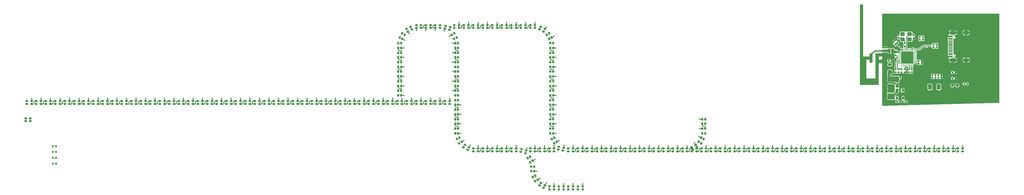
<source format=gbr>
%TF.GenerationSoftware,KiCad,Pcbnew,9.0.1*%
%TF.CreationDate,2025-04-04T16:59:33+13:00*%
%TF.ProjectId,Auckland-LED-Train-Map,4175636b-6c61-46e6-942d-4c45442d5472,rev?*%
%TF.SameCoordinates,Original*%
%TF.FileFunction,Copper,L1,Top*%
%TF.FilePolarity,Positive*%
%FSLAX46Y46*%
G04 Gerber Fmt 4.6, Leading zero omitted, Abs format (unit mm)*
G04 Created by KiCad (PCBNEW 9.0.1) date 2025-04-04 16:59:33*
%MOMM*%
%LPD*%
G01*
G04 APERTURE LIST*
G04 Aperture macros list*
%AMRoundRect*
0 Rectangle with rounded corners*
0 $1 Rounding radius*
0 $2 $3 $4 $5 $6 $7 $8 $9 X,Y pos of 4 corners*
0 Add a 4 corners polygon primitive as box body*
4,1,4,$2,$3,$4,$5,$6,$7,$8,$9,$2,$3,0*
0 Add four circle primitives for the rounded corners*
1,1,$1+$1,$2,$3*
1,1,$1+$1,$4,$5*
1,1,$1+$1,$6,$7*
1,1,$1+$1,$8,$9*
0 Add four rect primitives between the rounded corners*
20,1,$1+$1,$2,$3,$4,$5,0*
20,1,$1+$1,$4,$5,$6,$7,0*
20,1,$1+$1,$6,$7,$8,$9,0*
20,1,$1+$1,$8,$9,$2,$3,0*%
%AMRotRect*
0 Rectangle, with rotation*
0 The origin of the aperture is its center*
0 $1 length*
0 $2 width*
0 $3 Rotation angle, in degrees counterclockwise*
0 Add horizontal line*
21,1,$1,$2,0,0,$3*%
G04 Aperture macros list end*
%TA.AperFunction,EtchedComponent*%
%ADD10C,0.460000*%
%TD*%
%TA.AperFunction,EtchedComponent*%
%ADD11C,0.000000*%
%TD*%
%TA.AperFunction,SMDPad,CuDef*%
%ADD12RoundRect,0.162500X-0.237500X-0.162500X0.237500X-0.162500X0.237500X0.162500X-0.237500X0.162500X0*%
%TD*%
%TA.AperFunction,SMDPad,CuDef*%
%ADD13RoundRect,0.162500X-0.162500X0.237500X-0.162500X-0.237500X0.162500X-0.237500X0.162500X0.237500X0*%
%TD*%
%TA.AperFunction,SMDPad,CuDef*%
%ADD14RoundRect,0.140000X0.219203X0.021213X0.021213X0.219203X-0.219203X-0.021213X-0.021213X-0.219203X0*%
%TD*%
%TA.AperFunction,SMDPad,CuDef*%
%ADD15RoundRect,0.162500X0.162500X-0.237500X0.162500X0.237500X-0.162500X0.237500X-0.162500X-0.237500X0*%
%TD*%
%TA.AperFunction,SMDPad,CuDef*%
%ADD16R,0.650000X0.800000*%
%TD*%
%TA.AperFunction,SMDPad,CuDef*%
%ADD17R,0.800000X0.650000*%
%TD*%
%TA.AperFunction,SMDPad,CuDef*%
%ADD18RoundRect,0.140000X0.140000X0.170000X-0.140000X0.170000X-0.140000X-0.170000X0.140000X-0.170000X0*%
%TD*%
%TA.AperFunction,SMDPad,CuDef*%
%ADD19RoundRect,0.162500X-0.021979X0.286931X-0.259479X-0.124431X0.021979X-0.286931X0.259479X0.124431X0*%
%TD*%
%TA.AperFunction,SMDPad,CuDef*%
%ADD20RoundRect,0.140000X-0.140000X-0.170000X0.140000X-0.170000X0.140000X0.170000X-0.140000X0.170000X0*%
%TD*%
%TA.AperFunction,SMDPad,CuDef*%
%ADD21RoundRect,0.140000X0.170000X-0.140000X0.170000X0.140000X-0.170000X0.140000X-0.170000X-0.140000X0*%
%TD*%
%TA.AperFunction,SMDPad,CuDef*%
%ADD22RoundRect,0.250000X-0.375000X-0.625000X0.375000X-0.625000X0.375000X0.625000X-0.375000X0.625000X0*%
%TD*%
%TA.AperFunction,SMDPad,CuDef*%
%ADD23RotRect,0.800000X0.650000X300.000000*%
%TD*%
%TA.AperFunction,SMDPad,CuDef*%
%ADD24RotRect,0.800000X0.650000X60.000000*%
%TD*%
%TA.AperFunction,SMDPad,CuDef*%
%ADD25RoundRect,0.140000X-0.170000X0.140000X-0.170000X-0.140000X0.170000X-0.140000X0.170000X0.140000X0*%
%TD*%
%TA.AperFunction,SMDPad,CuDef*%
%ADD26RoundRect,0.150000X0.150000X0.350000X-0.150000X0.350000X-0.150000X-0.350000X0.150000X-0.350000X0*%
%TD*%
%TA.AperFunction,SMDPad,CuDef*%
%ADD27RoundRect,0.162500X-0.286931X-0.021979X0.124431X-0.259479X0.286931X0.021979X-0.124431X0.259479X0*%
%TD*%
%TA.AperFunction,SMDPad,CuDef*%
%ADD28R,1.400000X0.300000*%
%TD*%
%TA.AperFunction,SMDPad,CuDef*%
%ADD29R,1.400000X0.500000*%
%TD*%
%TA.AperFunction,ComponentPad*%
%ADD30O,2.300000X1.300000*%
%TD*%
%TA.AperFunction,ComponentPad*%
%ADD31O,2.100000X1.300000*%
%TD*%
%TA.AperFunction,ComponentPad*%
%ADD32C,0.500000*%
%TD*%
%TA.AperFunction,SMDPad,CuDef*%
%ADD33RoundRect,0.500000X1.000000X-2.000000X1.000000X2.000000X-1.000000X2.000000X-1.000000X-2.000000X0*%
%TD*%
%TA.AperFunction,SMDPad,CuDef*%
%ADD34RotRect,0.800000X0.650000X165.000000*%
%TD*%
%TA.AperFunction,SMDPad,CuDef*%
%ADD35RoundRect,0.162500X0.237500X0.162500X-0.237500X0.162500X-0.237500X-0.162500X0.237500X-0.162500X0*%
%TD*%
%TA.AperFunction,SMDPad,CuDef*%
%ADD36RoundRect,0.230000X0.270000X0.000010X-0.270000X0.000010X-0.270000X-0.000010X0.270000X-0.000010X0*%
%TD*%
%TA.AperFunction,SMDPad,CuDef*%
%ADD37RoundRect,0.125000X0.125000X0.450000X-0.125000X0.450000X-0.125000X-0.450000X0.125000X-0.450000X0*%
%TD*%
%TA.AperFunction,SMDPad,CuDef*%
%ADD38RoundRect,0.125000X0.125000X0.375000X-0.125000X0.375000X-0.125000X-0.375000X0.125000X-0.375000X0*%
%TD*%
%TA.AperFunction,SMDPad,CuDef*%
%ADD39RoundRect,0.162500X0.259479X-0.124431X0.021979X0.286931X-0.259479X0.124431X-0.021979X-0.286931X0*%
%TD*%
%TA.AperFunction,SMDPad,CuDef*%
%ADD40RoundRect,0.225000X-0.250000X0.225000X-0.250000X-0.225000X0.250000X-0.225000X0.250000X0.225000X0*%
%TD*%
%TA.AperFunction,SMDPad,CuDef*%
%ADD41RoundRect,0.220000X-0.220000X-0.255000X0.220000X-0.255000X0.220000X0.255000X-0.220000X0.255000X0*%
%TD*%
%TA.AperFunction,SMDPad,CuDef*%
%ADD42RoundRect,0.220000X0.380000X-0.220000X0.380000X0.220000X-0.380000X0.220000X-0.380000X-0.220000X0*%
%TD*%
%TA.AperFunction,SMDPad,CuDef*%
%ADD43RotRect,0.800000X0.650000X30.000000*%
%TD*%
%TA.AperFunction,SMDPad,CuDef*%
%ADD44RoundRect,0.062500X-0.337500X-0.062500X0.337500X-0.062500X0.337500X0.062500X-0.337500X0.062500X0*%
%TD*%
%TA.AperFunction,SMDPad,CuDef*%
%ADD45RoundRect,0.062500X-0.062500X-0.337500X0.062500X-0.337500X0.062500X0.337500X-0.062500X0.337500X0*%
%TD*%
%TA.AperFunction,HeatsinkPad*%
%ADD46C,0.500000*%
%TD*%
%TA.AperFunction,HeatsinkPad*%
%ADD47RoundRect,0.250000X-1.650000X-1.650000X1.650000X-1.650000X1.650000X1.650000X-1.650000X1.650000X0*%
%TD*%
%TA.AperFunction,SMDPad,CuDef*%
%ADD48RoundRect,0.162500X-0.259479X0.124431X-0.021979X-0.286931X0.259479X-0.124431X0.021979X0.286931X0*%
%TD*%
%TA.AperFunction,SMDPad,CuDef*%
%ADD49RoundRect,0.250000X0.850000X-0.375000X0.850000X0.375000X-0.850000X0.375000X-0.850000X-0.375000X0*%
%TD*%
%TA.AperFunction,SMDPad,CuDef*%
%ADD50RoundRect,0.162500X-0.271465X-0.095493X0.187349X-0.218432X0.271465X0.095493X-0.187349X0.218432X0*%
%TD*%
%TA.AperFunction,SMDPad,CuDef*%
%ADD51RoundRect,0.250000X-0.450000X-0.350000X0.450000X-0.350000X0.450000X0.350000X-0.450000X0.350000X0*%
%TD*%
%TA.AperFunction,SMDPad,CuDef*%
%ADD52RoundRect,0.162500X0.124431X0.259479X-0.286931X0.021979X-0.124431X-0.259479X0.286931X-0.021979X0*%
%TD*%
%TA.AperFunction,SMDPad,CuDef*%
%ADD53RotRect,0.800000X0.650000X330.000000*%
%TD*%
%TA.AperFunction,ViaPad*%
%ADD54C,0.400000*%
%TD*%
%TA.AperFunction,Conductor*%
%ADD55C,0.250000*%
%TD*%
%TA.AperFunction,Conductor*%
%ADD56C,0.719800*%
%TD*%
%TA.AperFunction,Conductor*%
%ADD57C,0.163100*%
%TD*%
G04 APERTURE END LIST*
D10*
%TO.C,AE1*%
X266941257Y16339730D02*
X265880578Y15279088D01*
X269025000Y16339730D02*
X266941257Y16339730D01*
D11*
%TA.AperFunction,EtchedComponent*%
G36*
X263335544Y14552334D02*
G01*
X265335544Y14552334D01*
X265335544Y15552330D01*
X266335544Y15552330D01*
X266335544Y12552338D01*
X265335544Y12552338D01*
X265335544Y13552334D01*
X264335559Y13552334D01*
X264335559Y7552319D01*
X267201953Y7552319D01*
X267201953Y15552330D01*
X269135529Y15552330D01*
X269135529Y14552334D01*
X268335544Y14552334D01*
X268335544Y13552338D01*
X269135529Y13552338D01*
X269135529Y12402729D01*
X268294131Y12402729D01*
X268268741Y6103531D01*
X268268741Y5570130D01*
X262325137Y5570130D01*
X262325137Y30970127D01*
X263335544Y30970127D01*
X263335544Y14552334D01*
G37*
%TD.AperFunction*%
%TD*%
D12*
%TO.P,D67,1,DOUT*%
%TO.N,Net-(D67-DOUT)*%
X183750000Y-15450000D03*
%TO.P,D67,2,VDD*%
%TO.N,VBUS*%
X182250000Y-15450000D03*
%TO.P,D67,3,GND*%
%TO.N,GND*%
X183750000Y-14550000D03*
%TO.P,D67,4,DIN*%
%TO.N,Net-(D66-DOUT)*%
X182250000Y-14550000D03*
%TD*%
D13*
%TO.P,D216,1,DOUT*%
%TO.N,Net-(D216-DOUT)*%
X116550000Y8250000D03*
%TO.P,D216,2,VDD*%
%TO.N,VBUS*%
X116550000Y9750000D03*
%TO.P,D216,3,GND*%
%TO.N,GND*%
X117450000Y8250000D03*
%TO.P,D216,4,DIN*%
%TO.N,Net-(D215-DOUT)*%
X117450000Y9750000D03*
%TD*%
%TO.P,D47,1,DOUT*%
%TO.N,Net-(D47-DOUT)*%
X134550000Y-750000D03*
%TO.P,D47,2,VDD*%
%TO.N,VBUS*%
X134550000Y750000D03*
%TO.P,D47,3,GND*%
%TO.N,GND*%
X135450000Y-750000D03*
%TO.P,D47,4,DIN*%
%TO.N,Net-(D46-DOUT)*%
X135450000Y750000D03*
%TD*%
D14*
%TO.P,C5,1*%
%TO.N,+3V3*%
X274157340Y18954056D03*
%TO.P,C5,2*%
%TO.N,GND*%
X273450234Y19661162D03*
%TD*%
D12*
%TO.P,D33,1,DOUT*%
%TO.N,Net-(D33-DOUT)*%
X93750000Y-450000D03*
%TO.P,D33,2,VDD*%
%TO.N,VBUS*%
X92250000Y-450000D03*
%TO.P,D33,3,GND*%
%TO.N,GND*%
X93750000Y450000D03*
%TO.P,D33,4,DIN*%
%TO.N,Net-(D32-DOUT)*%
X92250000Y450000D03*
%TD*%
%TO.P,D78,1,DOUT*%
%TO.N,Net-(D78-DOUT)*%
X216750000Y-15450000D03*
%TO.P,D78,2,VDD*%
%TO.N,VBUS*%
X215250000Y-15450000D03*
%TO.P,D78,3,GND*%
%TO.N,GND*%
X216750000Y-14550000D03*
%TO.P,D78,4,DIN*%
%TO.N,Net-(D77-DOUT)*%
X215250000Y-14550000D03*
%TD*%
D15*
%TO.P,D202,1,DOUT*%
%TO.N,Net-(D202-DOUT)*%
X135450000Y9750000D03*
%TO.P,D202,2,VDD*%
%TO.N,VBUS*%
X135450000Y8250000D03*
%TO.P,D202,3,GND*%
%TO.N,GND*%
X134550000Y9750000D03*
%TO.P,D202,4,DIN*%
%TO.N,Net-(D201-DOUT)*%
X134550000Y8250000D03*
%TD*%
D12*
%TO.P,D102,1,DOUT*%
%TO.N,Net-(D102-DOUT)*%
X288750000Y-15450000D03*
%TO.P,D102,2,VDD*%
%TO.N,VBUS*%
X287250000Y-15450000D03*
%TO.P,D102,3,GND*%
%TO.N,GND*%
X288750000Y-14550000D03*
%TO.P,D102,4,DIN*%
%TO.N,Net-(D101-DOUT)*%
X287250000Y-14550000D03*
%TD*%
D16*
%TO.P,D107,1,DOUT*%
%TO.N,Net-(D75-DOUT)*%
X213450000Y-8250000D03*
%TO.P,D107,2,VDD*%
%TO.N,VBUS*%
X213450000Y-9750000D03*
%TO.P,D107,3,GND*%
%TO.N,GND*%
X212550000Y-8250000D03*
%TO.P,D107,4,DIN*%
%TO.N,Net-(D74-DOUT)*%
X212550000Y-9750000D03*
%TD*%
%TO.P,D315,1,DOUT*%
%TO.N,Net-(D214-DOUT)*%
X164550000Y5250000D03*
%TO.P,D315,2,VDD*%
%TO.N,VBUS*%
X164550000Y6750000D03*
%TO.P,D315,3,GND*%
%TO.N,GND*%
X165450000Y5250000D03*
%TO.P,D315,4,DIN*%
%TO.N,Net-(D213-DOUT)*%
X165450000Y6750000D03*
%TD*%
D12*
%TO.P,D10,1,DOUT*%
%TO.N,Net-(D10-DOUT)*%
X24750000Y-450000D03*
%TO.P,D10,2,VDD*%
%TO.N,VBUS*%
X23250000Y-450000D03*
%TO.P,D10,3,GND*%
%TO.N,GND*%
X24750000Y450000D03*
%TO.P,D10,4,DIN*%
%TO.N,Net-(D10-DIN)*%
X23250000Y450000D03*
%TD*%
D13*
%TO.P,D213,1,DOUT*%
%TO.N,Net-(D213-DOUT)*%
X116550000Y17250000D03*
%TO.P,D213,2,VDD*%
%TO.N,VBUS*%
X116550000Y18750000D03*
%TO.P,D213,3,GND*%
%TO.N,GND*%
X117450000Y17250000D03*
%TO.P,D213,4,DIN*%
%TO.N,Net-(D212-DOUT)*%
X117450000Y18750000D03*
%TD*%
D17*
%TO.P,D405,1,DOUT*%
%TO.N,Net-(D57-DOUT)*%
X168750000Y-27450000D03*
%TO.P,D405,2,VDD*%
%TO.N,VBUS*%
X167250000Y-27450000D03*
%TO.P,D405,3,GND*%
%TO.N,GND*%
X168750000Y-26550000D03*
%TO.P,D405,4,DIN*%
%TO.N,Net-(D56-DOUT)*%
X167250000Y-26550000D03*
%TD*%
D12*
%TO.P,D60,1,DOUT*%
%TO.N,Net-(D60-DOUT)*%
X162750000Y-15450000D03*
%TO.P,D60,2,VDD*%
%TO.N,VBUS*%
X161250000Y-15450000D03*
%TO.P,D60,3,GND*%
%TO.N,GND*%
X162750000Y-14550000D03*
%TO.P,D60,4,DIN*%
%TO.N,Net-(D59-DOUT)*%
X161250000Y-14550000D03*
%TD*%
D17*
%TO.P,D301,1,DOUT*%
%TO.N,Net-(D48-DOUT)*%
X138750000Y23550000D03*
%TO.P,D301,2,VDD*%
%TO.N,VBUS*%
X137250000Y23550000D03*
%TO.P,D301,3,GND*%
%TO.N,GND*%
X138750000Y24450000D03*
%TO.P,D301,4,DIN*%
%TO.N,Net-(D47-DOUT)*%
X137250000Y24450000D03*
%TD*%
D18*
%TO.P,R5,1*%
%TO.N,/MCU_RX*%
X282225000Y19850000D03*
%TO.P,R5,2*%
%TO.N,Net-(U4-U0RXD)*%
X281225000Y19850000D03*
%TD*%
D12*
%TO.P,D55,1,DOUT*%
%TO.N,Net-(D55-DOUT)*%
X147750000Y-15450000D03*
%TO.P,D55,2,VDD*%
%TO.N,VBUS*%
X146250000Y-15450000D03*
%TO.P,D55,3,GND*%
%TO.N,GND*%
X147750000Y-14550000D03*
%TO.P,D55,4,DIN*%
%TO.N,Net-(D54-DOUT)*%
X146250000Y-14550000D03*
%TD*%
D14*
%TO.P,C6,1*%
%TO.N,+3V3*%
X273520944Y18317660D03*
%TO.P,C6,2*%
%TO.N,GND*%
X272813838Y19024766D03*
%TD*%
D12*
%TO.P,D87,1,DOUT*%
%TO.N,Net-(D87-DOUT)*%
X243750000Y-15450000D03*
%TO.P,D87,2,VDD*%
%TO.N,VBUS*%
X242250000Y-15450000D03*
%TO.P,D87,3,GND*%
%TO.N,GND*%
X243750000Y-14550000D03*
%TO.P,D87,4,DIN*%
%TO.N,Net-(D86-DOUT)*%
X242250000Y-14550000D03*
%TD*%
%TO.P,D41,1,DOUT*%
%TO.N,Net-(D41-DOUT)*%
X117750000Y-450000D03*
%TO.P,D41,2,VDD*%
%TO.N,VBUS*%
X116250000Y-450000D03*
%TO.P,D41,3,GND*%
%TO.N,GND*%
X117750000Y450000D03*
%TO.P,D41,4,DIN*%
%TO.N,Net-(D40-DOUT)*%
X116250000Y450000D03*
%TD*%
D16*
%TO.P,D319,1,DOUT*%
%TO.N,Net-(D215-DOUT)*%
X164550000Y-6750000D03*
%TO.P,D319,2,VDD*%
%TO.N,VBUS*%
X164550000Y-5250000D03*
%TO.P,D319,3,GND*%
%TO.N,GND*%
X165450000Y-6750000D03*
%TO.P,D319,4,DIN*%
%TO.N,Net-(D214-DOUT)*%
X165450000Y-5250000D03*
%TD*%
D12*
%TO.P,D29,1,DOUT*%
%TO.N,Net-(D29-DOUT)*%
X81750000Y-450000D03*
%TO.P,D29,2,VDD*%
%TO.N,VBUS*%
X80250000Y-450000D03*
%TO.P,D29,3,GND*%
%TO.N,GND*%
X81750000Y450000D03*
%TO.P,D29,4,DIN*%
%TO.N,Net-(D28-DOUT)*%
X80250000Y450000D03*
%TD*%
%TO.P,D101,1,DOUT*%
%TO.N,Net-(D101-DOUT)*%
X285750000Y-15450000D03*
%TO.P,D101,2,VDD*%
%TO.N,VBUS*%
X284250000Y-15450000D03*
%TO.P,D101,3,GND*%
%TO.N,GND*%
X285750000Y-14550000D03*
%TO.P,D101,4,DIN*%
%TO.N,Net-(D100-DOUT)*%
X284250000Y-14550000D03*
%TD*%
%TO.P,D13,1,DOUT*%
%TO.N,Net-(D13-DOUT)*%
X33750000Y-450000D03*
%TO.P,D13,2,VDD*%
%TO.N,VBUS*%
X32250000Y-450000D03*
%TO.P,D13,3,GND*%
%TO.N,GND*%
X33750000Y450000D03*
%TO.P,D13,4,DIN*%
%TO.N,Net-(D12-DOUT)*%
X32250000Y450000D03*
%TD*%
%TO.P,D28,1,DOUT*%
%TO.N,Net-(D28-DOUT)*%
X78750000Y-450000D03*
%TO.P,D28,2,VDD*%
%TO.N,VBUS*%
X77250000Y-450000D03*
%TO.P,D28,3,GND*%
%TO.N,GND*%
X78750000Y450000D03*
%TO.P,D28,4,DIN*%
%TO.N,Net-(D27-DOUT)*%
X77250000Y450000D03*
%TD*%
%TO.P,D40,1,DOUT*%
%TO.N,Net-(D40-DOUT)*%
X114750000Y-450000D03*
%TO.P,D40,2,VDD*%
%TO.N,VBUS*%
X113250000Y-450000D03*
%TO.P,D40,3,GND*%
%TO.N,GND*%
X114750000Y450000D03*
%TO.P,D40,4,DIN*%
%TO.N,Net-(D39-DOUT)*%
X113250000Y450000D03*
%TD*%
%TO.P,D94,1,DOUT*%
%TO.N,Net-(D94-DOUT)*%
X264750000Y-15450000D03*
%TO.P,D94,2,VDD*%
%TO.N,VBUS*%
X263250000Y-15450000D03*
%TO.P,D94,3,GND*%
%TO.N,GND*%
X264750000Y-14550000D03*
%TO.P,D94,4,DIN*%
%TO.N,Net-(D93-DOUT)*%
X263250000Y-14550000D03*
%TD*%
D19*
%TO.P,D212,1,DOUT*%
%TO.N,Net-(D212-DOUT)*%
X117039137Y20575481D03*
%TO.P,D212,2,VDD*%
%TO.N,VBUS*%
X117789137Y21874519D03*
%TO.P,D212,3,GND*%
%TO.N,GND*%
X117818559Y20125481D03*
%TO.P,D212,4,DIN*%
%TO.N,Net-(D211-DOUT)*%
X118568559Y21424519D03*
%TD*%
D20*
%TO.P,C22,1*%
%TO.N,VBUS*%
X7500000Y-19350000D03*
%TO.P,C22,2*%
%TO.N,GND*%
X8500000Y-19350000D03*
%TD*%
%TO.P,C18,1*%
%TO.N,VBUS*%
X7500000Y-17500000D03*
%TO.P,C18,2*%
%TO.N,GND*%
X8500000Y-17500000D03*
%TD*%
D17*
%TO.P,D307,1,DOUT*%
%TO.N,Net-(D55-DOUT)*%
X156750000Y23550000D03*
%TO.P,D307,2,VDD*%
%TO.N,VBUS*%
X155250000Y23550000D03*
%TO.P,D307,3,GND*%
%TO.N,GND*%
X156750000Y24450000D03*
%TO.P,D307,4,DIN*%
%TO.N,Net-(D54-DOUT)*%
X155250000Y24450000D03*
%TD*%
D18*
%TO.P,R1,1*%
%TO.N,/MCU_TX*%
X282225000Y20750000D03*
%TO.P,R1,2*%
%TO.N,Net-(U4-U0TXD)*%
X281225000Y20750000D03*
%TD*%
D12*
%TO.P,D99,1,DOUT*%
%TO.N,Net-(D100-DIN)*%
X279750000Y-15450000D03*
%TO.P,D99,2,VDD*%
%TO.N,VBUS*%
X278250000Y-15450000D03*
%TO.P,D99,3,GND*%
%TO.N,GND*%
X279750000Y-14550000D03*
%TO.P,D99,4,DIN*%
%TO.N,Net-(D98-DOUT)*%
X278250000Y-14550000D03*
%TD*%
D20*
%TO.P,C19,1*%
%TO.N,VBUS*%
X274000000Y300000D03*
%TO.P,C19,2*%
%TO.N,GND*%
X275000000Y300000D03*
%TD*%
D12*
%TO.P,D43,1,DOUT*%
%TO.N,Net-(D43-DOUT)*%
X123750000Y-450000D03*
%TO.P,D43,2,VDD*%
%TO.N,VBUS*%
X122250000Y-450000D03*
%TO.P,D43,3,GND*%
%TO.N,GND*%
X123750000Y450000D03*
%TO.P,D43,4,DIN*%
%TO.N,Net-(D42-DOUT)*%
X122250000Y450000D03*
%TD*%
D16*
%TO.P,D314,1,DOUT*%
%TO.N,Net-(D213-DOUT)*%
X164550000Y8250000D03*
%TO.P,D314,2,VDD*%
%TO.N,VBUS*%
X164550000Y9750000D03*
%TO.P,D314,3,GND*%
%TO.N,GND*%
X165450000Y8250000D03*
%TO.P,D314,4,DIN*%
%TO.N,Net-(D212-DOUT)*%
X165450000Y9750000D03*
%TD*%
D20*
%TO.P,R10,1*%
%TO.N,+3V3*%
X285225000Y8650000D03*
%TO.P,R10,2*%
%TO.N,Net-(R10-Pad2)*%
X286225000Y8650000D03*
%TD*%
D12*
%TO.P,D103,1,DOUT*%
%TO.N,Net-(D103-DOUT)*%
X291750000Y-15450000D03*
%TO.P,D103,2,VDD*%
%TO.N,VBUS*%
X290250000Y-15450000D03*
%TO.P,D103,3,GND*%
%TO.N,GND*%
X291750000Y-14550000D03*
%TO.P,D103,4,DIN*%
%TO.N,Net-(D102-DOUT)*%
X290250000Y-14550000D03*
%TD*%
%TO.P,D14,1,DOUT*%
%TO.N,Net-(D14-DOUT)*%
X36750000Y-450000D03*
%TO.P,D14,2,VDD*%
%TO.N,VBUS*%
X35250000Y-450000D03*
%TO.P,D14,3,GND*%
%TO.N,GND*%
X36750000Y450000D03*
%TO.P,D14,4,DIN*%
%TO.N,Net-(D13-DOUT)*%
X35250000Y450000D03*
%TD*%
%TO.P,D65,1,DOUT*%
%TO.N,Net-(D65-DOUT)*%
X177750000Y-15450000D03*
%TO.P,D65,2,VDD*%
%TO.N,VBUS*%
X176250000Y-15450000D03*
%TO.P,D65,3,GND*%
%TO.N,GND*%
X177750000Y-14550000D03*
%TO.P,D65,4,DIN*%
%TO.N,Net-(D64-DOUT)*%
X176250000Y-14550000D03*
%TD*%
D13*
%TO.P,D218,1,DOUT*%
%TO.N,unconnected-(D218-DOUT-Pad1)*%
X116550000Y2250000D03*
%TO.P,D218,2,VDD*%
%TO.N,VBUS*%
X116550000Y3750000D03*
%TO.P,D218,3,GND*%
%TO.N,GND*%
X117450000Y2250000D03*
%TO.P,D218,4,DIN*%
%TO.N,Net-(D217-DOUT)*%
X117450000Y3750000D03*
%TD*%
D20*
%TO.P,R14,1*%
%TO.N,Net-(U3-CC1)*%
X291585000Y9470000D03*
%TO.P,R14,2*%
%TO.N,GND*%
X292585000Y9470000D03*
%TD*%
D12*
%TO.P,D92,1,DOUT*%
%TO.N,Net-(D92-DOUT)*%
X258750000Y-15450000D03*
%TO.P,D92,2,VDD*%
%TO.N,VBUS*%
X257250000Y-15450000D03*
%TO.P,D92,3,GND*%
%TO.N,GND*%
X258750000Y-14550000D03*
%TO.P,D92,4,DIN*%
%TO.N,Net-(D91-DOUT)*%
X257250000Y-14550000D03*
%TD*%
D21*
%TO.P,C13,1*%
%TO.N,Net-(AE1-A)*%
X269725000Y16330000D03*
%TO.P,C13,2*%
%TO.N,GND*%
X269725000Y17330000D03*
%TD*%
D22*
%TO.P,F1,1*%
%TO.N,Net-(D1-Pad2)*%
X284445000Y4920000D03*
%TO.P,F1,2*%
%TO.N,VBUS*%
X287245000Y4920000D03*
%TD*%
D12*
%TO.P,D90,1,DOUT*%
%TO.N,Net-(D90-DOUT)*%
X252750000Y-15450000D03*
%TO.P,D90,2,VDD*%
%TO.N,VBUS*%
X251250000Y-15450000D03*
%TO.P,D90,3,GND*%
%TO.N,GND*%
X252750000Y-14550000D03*
%TO.P,D90,4,DIN*%
%TO.N,Net-(D89-DOUT)*%
X251250000Y-14550000D03*
%TD*%
%TO.P,D31,1,DOUT*%
%TO.N,Net-(D31-DOUT)*%
X87750000Y-450000D03*
%TO.P,D31,2,VDD*%
%TO.N,VBUS*%
X86250000Y-450000D03*
%TO.P,D31,3,GND*%
%TO.N,GND*%
X87750000Y450000D03*
%TO.P,D31,4,DIN*%
%TO.N,Net-(D30-DOUT)*%
X86250000Y450000D03*
%TD*%
D23*
%TO.P,D400,1,DOUT*%
%TO.N,Net-(D57-DOUT)*%
X158181441Y-18874519D03*
%TO.P,D400,2,VDD*%
%TO.N,VBUS*%
X157431441Y-17575481D03*
%TO.P,D400,3,GND*%
%TO.N,GND*%
X158960863Y-18424519D03*
%TO.P,D400,4,DIN*%
%TO.N,Net-(D56-DOUT)*%
X158210863Y-17125481D03*
%TD*%
D17*
%TO.P,D303,1,DOUT*%
%TO.N,Net-(D50-DOUT)*%
X144750000Y23550000D03*
%TO.P,D303,2,VDD*%
%TO.N,VBUS*%
X143250000Y23550000D03*
%TO.P,D303,3,GND*%
%TO.N,GND*%
X144750000Y24450000D03*
%TO.P,D303,4,DIN*%
%TO.N,Net-(D49-DOUT)*%
X143250000Y24450000D03*
%TD*%
D12*
%TO.P,D86,1,DOUT*%
%TO.N,Net-(D86-DOUT)*%
X240750000Y-15450000D03*
%TO.P,D86,2,VDD*%
%TO.N,VBUS*%
X239250000Y-15450000D03*
%TO.P,D86,3,GND*%
%TO.N,GND*%
X240750000Y-14550000D03*
%TO.P,D86,4,DIN*%
%TO.N,Net-(D85-DOUT)*%
X239250000Y-14550000D03*
%TD*%
%TO.P,D85,1,DOUT*%
%TO.N,Net-(D85-DOUT)*%
X237750000Y-15450000D03*
%TO.P,D85,2,VDD*%
%TO.N,VBUS*%
X236250000Y-15450000D03*
%TO.P,D85,3,GND*%
%TO.N,GND*%
X237750000Y-14550000D03*
%TO.P,D85,4,DIN*%
%TO.N,Net-(D84-DOUT)*%
X236250000Y-14550000D03*
%TD*%
D24*
%TO.P,D106,1,DOUT*%
%TO.N,Net-(D75-DOUT)*%
X212960863Y-11575481D03*
%TO.P,D106,2,VDD*%
%TO.N,VBUS*%
X212210863Y-12874519D03*
%TO.P,D106,3,GND*%
%TO.N,GND*%
X212181441Y-11125481D03*
%TO.P,D106,4,DIN*%
%TO.N,Net-(D74-DOUT)*%
X211431441Y-12424519D03*
%TD*%
D25*
%TO.P,C11,1*%
%TO.N,Net-(C11-Pad1)*%
X273625000Y14850000D03*
%TO.P,C11,2*%
%TO.N,GND*%
X273625000Y13850000D03*
%TD*%
D18*
%TO.P,R13,1*%
%TO.N,Net-(R12-Pad2)*%
X276900000Y300000D03*
%TO.P,R13,2*%
%TO.N,GND*%
X275900000Y300000D03*
%TD*%
D21*
%TO.P,R7,1*%
%TO.N,+3V3*%
X277825000Y9550000D03*
%TO.P,R7,2*%
%TO.N,Net-(U4-GPIO8)*%
X277825000Y10550000D03*
%TD*%
D16*
%TO.P,D401,1,DOUT*%
%TO.N,Net-(D57-DOUT)*%
X158550000Y-21750000D03*
%TO.P,D401,2,VDD*%
%TO.N,VBUS*%
X158550000Y-20250000D03*
%TO.P,D401,3,GND*%
%TO.N,GND*%
X159450000Y-21750000D03*
%TO.P,D401,4,DIN*%
%TO.N,Net-(D56-DOUT)*%
X159450000Y-20250000D03*
%TD*%
D12*
%TO.P,D93,1,DOUT*%
%TO.N,Net-(D93-DOUT)*%
X261750000Y-15450000D03*
%TO.P,D93,2,VDD*%
%TO.N,VBUS*%
X260250000Y-15450000D03*
%TO.P,D93,3,GND*%
%TO.N,GND*%
X261750000Y-14550000D03*
%TO.P,D93,4,DIN*%
%TO.N,Net-(D92-DOUT)*%
X260250000Y-14550000D03*
%TD*%
D16*
%TO.P,D312,1,DOUT*%
%TO.N,Net-(D214-DOUT)*%
X164550000Y14250000D03*
%TO.P,D312,2,VDD*%
%TO.N,VBUS*%
X164550000Y15750000D03*
%TO.P,D312,3,GND*%
%TO.N,GND*%
X165450000Y14250000D03*
%TO.P,D312,4,DIN*%
%TO.N,Net-(D213-DOUT)*%
X165450000Y15750000D03*
%TD*%
D17*
%TO.P,D302,1,DOUT*%
%TO.N,Net-(D49-DOUT)*%
X141750000Y23550000D03*
%TO.P,D302,2,VDD*%
%TO.N,VBUS*%
X140250000Y23550000D03*
%TO.P,D302,3,GND*%
%TO.N,GND*%
X141750000Y24450000D03*
%TO.P,D302,4,DIN*%
%TO.N,Net-(D48-DOUT)*%
X140250000Y24450000D03*
%TD*%
D12*
%TO.P,D42,1,DOUT*%
%TO.N,Net-(D42-DOUT)*%
X120750000Y-450000D03*
%TO.P,D42,2,VDD*%
%TO.N,VBUS*%
X119250000Y-450000D03*
%TO.P,D42,3,GND*%
%TO.N,GND*%
X120750000Y450000D03*
%TO.P,D42,4,DIN*%
%TO.N,Net-(D41-DOUT)*%
X119250000Y450000D03*
%TD*%
D26*
%TO.P,U1,1,EN*%
%TO.N,VBUS*%
X275945000Y3825000D03*
%TO.P,U1,2,GND*%
%TO.N,GND*%
X274995000Y3825000D03*
%TO.P,U1,3,SW*%
%TO.N,Net-(U1-SW)*%
X274045000Y3825000D03*
%TO.P,U1,4,VIN*%
%TO.N,VBUS*%
X274045000Y1425000D03*
%TO.P,U1,5,FB*%
%TO.N,Net-(U1-FB)*%
X275945000Y1425000D03*
%TD*%
D17*
%TO.P,D406,1,DOUT*%
%TO.N,Net-(D57-DOUT)*%
X171750000Y-27450000D03*
%TO.P,D406,2,VDD*%
%TO.N,VBUS*%
X170250000Y-27450000D03*
%TO.P,D406,3,GND*%
%TO.N,GND*%
X171750000Y-26550000D03*
%TO.P,D406,4,DIN*%
%TO.N,Net-(D56-DOUT)*%
X170250000Y-26550000D03*
%TD*%
D27*
%TO.P,D52,1,DOUT*%
%TO.N,Net-(D52-DOUT)*%
X138424519Y-14960863D03*
%TO.P,D52,2,VDD*%
%TO.N,VBUS*%
X137125481Y-14210863D03*
%TO.P,D52,3,GND*%
%TO.N,GND*%
X138874519Y-14181441D03*
%TO.P,D52,4,DIN*%
%TO.N,Net-(D51-DOUT)*%
X137575481Y-13431441D03*
%TD*%
D17*
%TO.P,D407,1,DOUT*%
%TO.N,Net-(D57-DOUT)*%
X174750000Y-27450000D03*
%TO.P,D407,2,VDD*%
%TO.N,VBUS*%
X173250000Y-27450000D03*
%TO.P,D407,3,GND*%
%TO.N,GND*%
X174750000Y-26550000D03*
%TO.P,D407,4,DIN*%
%TO.N,Net-(D56-DOUT)*%
X173250000Y-26550000D03*
%TD*%
D16*
%TO.P,D318,1,DOUT*%
%TO.N,Net-(D214-DOUT)*%
X164550000Y-3750000D03*
%TO.P,D318,2,VDD*%
%TO.N,VBUS*%
X164550000Y-2250000D03*
%TO.P,D318,3,GND*%
%TO.N,GND*%
X165450000Y-3750000D03*
%TO.P,D318,4,DIN*%
%TO.N,Net-(D213-DOUT)*%
X165450000Y-2250000D03*
%TD*%
D12*
%TO.P,D75,1,DOUT*%
%TO.N,Net-(D75-DOUT)*%
X207750000Y-15450000D03*
%TO.P,D75,2,VDD*%
%TO.N,VBUS*%
X206250000Y-15450000D03*
%TO.P,D75,3,GND*%
%TO.N,GND*%
X207750000Y-14550000D03*
%TO.P,D75,4,DIN*%
%TO.N,Net-(D74-DOUT)*%
X206250000Y-14550000D03*
%TD*%
%TO.P,D82,1,DOUT*%
%TO.N,Net-(D82-DOUT)*%
X228750000Y-15450000D03*
%TO.P,D82,2,VDD*%
%TO.N,VBUS*%
X227250000Y-15450000D03*
%TO.P,D82,3,GND*%
%TO.N,GND*%
X228750000Y-14550000D03*
%TO.P,D82,4,DIN*%
%TO.N,Net-(D81-DOUT)*%
X227250000Y-14550000D03*
%TD*%
%TO.P,D24,1,DOUT*%
%TO.N,Net-(D24-DOUT)*%
X66750000Y-450000D03*
%TO.P,D24,2,VDD*%
%TO.N,VBUS*%
X65250000Y-450000D03*
%TO.P,D24,3,GND*%
%TO.N,GND*%
X66750000Y450000D03*
%TO.P,D24,4,DIN*%
%TO.N,Net-(D23-DOUT)*%
X65250000Y450000D03*
%TD*%
D28*
%TO.P,U3,A5,CC1*%
%TO.N,Net-(U3-CC1)*%
X290985000Y16460000D03*
%TO.P,U3,A6,D+*%
%TO.N,/D+*%
X290985000Y17460000D03*
%TO.P,U3,A7,D-*%
%TO.N,/D-*%
X290985000Y17960000D03*
%TO.P,U3,A8,SBU1*%
%TO.N,unconnected-(U3-SBU1-PadA8)*%
X290985000Y18960000D03*
D29*
%TO.P,U3,A9B4,VBUS*%
%TO.N,Net-(D1-Pad2)*%
X290985000Y20110000D03*
%TO.P,U3,A12B1,GND*%
%TO.N,GND*%
X290985000Y20910000D03*
D28*
%TO.P,U3,B5,CC2*%
%TO.N,Net-(U3-CC2)*%
X290985000Y19460000D03*
%TO.P,U3,B6,D+*%
%TO.N,/D+*%
X290985000Y18460000D03*
%TO.P,U3,B7,D-*%
%TO.N,/D-*%
X290985000Y16960000D03*
%TO.P,U3,B8,SBU2*%
%TO.N,unconnected-(U3-SBU2-PadB8)*%
X290985000Y15960000D03*
D29*
%TO.P,U3,B9A4,VBUS*%
%TO.N,Net-(D1-Pad2)*%
X290985000Y15310000D03*
%TO.P,U3,B12A1,GND*%
%TO.N,GND*%
X290985000Y14510000D03*
D30*
%TO.P,U3,S1,SHIELD*%
X291665000Y13380000D03*
D31*
X295865000Y13380000D03*
D32*
X294485000Y15710000D03*
X296485000Y15710000D03*
D33*
X295485000Y17710000D03*
D32*
X294485000Y19710000D03*
X296485000Y19710000D03*
D30*
X291665000Y22040000D03*
D31*
X295865000Y22040000D03*
%TD*%
D34*
%TO.P,D07,1,DOUT*%
%TO.N,Net-(D208-DOUT)*%
X131497853Y24219891D03*
%TO.P,D07,2,VDD*%
%TO.N,VBUS*%
X132946742Y23831662D03*
%TO.P,D07,3,GND*%
%TO.N,GND*%
X131264916Y23350558D03*
%TO.P,D07,4,DIN*%
%TO.N,Net-(D207-DOUT)*%
X132713805Y22962329D03*
%TD*%
D12*
%TO.P,D79,1,DOUT*%
%TO.N,Net-(D79-DOUT)*%
X219750000Y-15450000D03*
%TO.P,D79,2,VDD*%
%TO.N,VBUS*%
X218250000Y-15450000D03*
%TO.P,D79,3,GND*%
%TO.N,GND*%
X219750000Y-14550000D03*
%TO.P,D79,4,DIN*%
%TO.N,Net-(D78-DOUT)*%
X218250000Y-14550000D03*
%TD*%
D25*
%TO.P,C2,1*%
%TO.N,+3V3*%
X276525000Y10550000D03*
%TO.P,C2,2*%
%TO.N,GND*%
X276525000Y9550000D03*
%TD*%
D12*
%TO.P,D61,1,DOUT*%
%TO.N,Net-(D61-DOUT)*%
X165750000Y-15450000D03*
%TO.P,D61,2,VDD*%
%TO.N,VBUS*%
X164250000Y-15450000D03*
%TO.P,D61,3,GND*%
%TO.N,GND*%
X165750000Y-14550000D03*
%TO.P,D61,4,DIN*%
%TO.N,Net-(D60-DOUT)*%
X164250000Y-14550000D03*
%TD*%
D20*
%TO.P,R15,1*%
%TO.N,Net-(U3-CC2)*%
X291585000Y7620000D03*
%TO.P,R15,2*%
%TO.N,GND*%
X292585000Y7620000D03*
%TD*%
D35*
%TO.P,D209,1,DOUT*%
%TO.N,Net-(D209-DOUT)*%
X125250000Y24450000D03*
%TO.P,D209,2,VDD*%
%TO.N,VBUS*%
X126750000Y24450000D03*
%TO.P,D209,3,GND*%
%TO.N,GND*%
X125250000Y23550000D03*
%TO.P,D209,4,DIN*%
%TO.N,Net-(D208-DOUT)*%
X126750000Y23550000D03*
%TD*%
D36*
%TO.P,AE1,1,A*%
%TO.N,Net-(AE1-A)*%
X269225000Y16339730D03*
D37*
%TO.P,AE1,2,Shield*%
%TO.N,GND*%
X269225000Y12977500D03*
D38*
X269225000Y15052500D03*
%TD*%
D12*
%TO.P,D97,1,DOUT*%
%TO.N,Net-(D97-DOUT)*%
X273750000Y-15450000D03*
%TO.P,D97,2,VDD*%
%TO.N,VBUS*%
X272250000Y-15450000D03*
%TO.P,D97,3,GND*%
%TO.N,GND*%
X273750000Y-14550000D03*
%TO.P,D97,4,DIN*%
%TO.N,Net-(D96-DOUT)*%
X272250000Y-14550000D03*
%TD*%
%TO.P,D80,1,DOUT*%
%TO.N,Net-(D80-DOUT)*%
X222750000Y-15450000D03*
%TO.P,D80,2,VDD*%
%TO.N,VBUS*%
X221250000Y-15450000D03*
%TO.P,D80,3,GND*%
%TO.N,GND*%
X222750000Y-14550000D03*
%TO.P,D80,4,DIN*%
%TO.N,Net-(D79-DOUT)*%
X221250000Y-14550000D03*
%TD*%
%TO.P,D53,1,DOUT*%
%TO.N,Net-(D53-DOUT)*%
X141750000Y-15450000D03*
%TO.P,D53,2,VDD*%
%TO.N,VBUS*%
X140250000Y-15450000D03*
%TO.P,D53,3,GND*%
%TO.N,GND*%
X141750000Y-14550000D03*
%TO.P,D53,4,DIN*%
%TO.N,Net-(D52-DOUT)*%
X140250000Y-14550000D03*
%TD*%
D16*
%TO.P,D317,1,DOUT*%
%TO.N,Net-(D213-DOUT)*%
X164550000Y-750000D03*
%TO.P,D317,2,VDD*%
%TO.N,VBUS*%
X164550000Y750000D03*
%TO.P,D317,3,GND*%
%TO.N,GND*%
X165450000Y-750000D03*
%TO.P,D317,4,DIN*%
%TO.N,Net-(D212-DOUT)*%
X165450000Y750000D03*
%TD*%
D12*
%TO.P,D11,1,DOUT*%
%TO.N,Net-(D11-DOUT)*%
X27750000Y-450000D03*
%TO.P,D11,2,VDD*%
%TO.N,VBUS*%
X26250000Y-450000D03*
%TO.P,D11,3,GND*%
%TO.N,GND*%
X27750000Y450000D03*
%TO.P,D11,4,DIN*%
%TO.N,Net-(D10-DOUT)*%
X26250000Y450000D03*
%TD*%
D23*
%TO.P,D310,1,DOUT*%
%TO.N,Net-(D56-DOUT)*%
X164181441Y20125481D03*
%TO.P,D310,2,VDD*%
%TO.N,VBUS*%
X163431441Y21424519D03*
%TO.P,D310,3,GND*%
%TO.N,GND*%
X164960863Y20575481D03*
%TO.P,D310,4,DIN*%
%TO.N,Net-(D55-DOUT)*%
X164210863Y21874519D03*
%TD*%
D16*
%TO.P,D311,1,DOUT*%
%TO.N,Net-(D213-DOUT)*%
X164550000Y17250000D03*
%TO.P,D311,2,VDD*%
%TO.N,VBUS*%
X164550000Y18750000D03*
%TO.P,D311,3,GND*%
%TO.N,GND*%
X165450000Y17250000D03*
%TO.P,D311,4,DIN*%
%TO.N,Net-(D212-DOUT)*%
X165450000Y18750000D03*
%TD*%
D25*
%TO.P,C12,1*%
%TO.N,/Reset*%
X275425000Y10550000D03*
%TO.P,C12,2*%
%TO.N,GND*%
X275425000Y9550000D03*
%TD*%
D12*
%TO.P,D9,1,DOUT*%
%TO.N,Net-(D10-DIN)*%
X21750000Y-450000D03*
%TO.P,D9,2,VDD*%
%TO.N,VBUS*%
X20250000Y-450000D03*
%TO.P,D9,3,GND*%
%TO.N,GND*%
X21750000Y450000D03*
%TO.P,D9,4,DIN*%
%TO.N,Net-(D8-DOUT)*%
X20250000Y450000D03*
%TD*%
%TO.P,D63,1,DOUT*%
%TO.N,Net-(D63-DOUT)*%
X171750000Y-15450000D03*
%TO.P,D63,2,VDD*%
%TO.N,VBUS*%
X170250000Y-15450000D03*
%TO.P,D63,3,GND*%
%TO.N,GND*%
X171750000Y-14550000D03*
%TO.P,D63,4,DIN*%
%TO.N,Net-(D62-DOUT)*%
X170250000Y-14550000D03*
%TD*%
D18*
%TO.P,L4,1*%
%TO.N,/Antenna*%
X272540000Y16750000D03*
%TO.P,L4,2*%
%TO.N,Net-(AE1-A)*%
X271540000Y16750000D03*
%TD*%
D12*
%TO.P,D100,1,DOUT*%
%TO.N,Net-(D100-DOUT)*%
X282750000Y-15450000D03*
%TO.P,D100,2,VDD*%
%TO.N,VBUS*%
X281250000Y-15450000D03*
%TO.P,D100,3,GND*%
%TO.N,GND*%
X282750000Y-14550000D03*
%TO.P,D100,4,DIN*%
%TO.N,Net-(D100-DIN)*%
X281250000Y-14550000D03*
%TD*%
%TO.P,D32,1,DOUT*%
%TO.N,Net-(D32-DOUT)*%
X90750000Y-450000D03*
%TO.P,D32,2,VDD*%
%TO.N,VBUS*%
X89250000Y-450000D03*
%TO.P,D32,3,GND*%
%TO.N,GND*%
X90750000Y450000D03*
%TO.P,D32,4,DIN*%
%TO.N,Net-(D31-DOUT)*%
X89250000Y450000D03*
%TD*%
%TO.P,D36,1,DOUT*%
%TO.N,Net-(D36-DOUT)*%
X102750000Y-450000D03*
%TO.P,D36,2,VDD*%
%TO.N,VBUS*%
X101250000Y-450000D03*
%TO.P,D36,3,GND*%
%TO.N,GND*%
X102750000Y450000D03*
%TO.P,D36,4,DIN*%
%TO.N,Net-(D35-DOUT)*%
X101250000Y450000D03*
%TD*%
D23*
%TO.P,D321,1,DOUT*%
%TO.N,Net-(D215-DOUT)*%
X165789137Y-12874519D03*
%TO.P,D321,2,VDD*%
%TO.N,VBUS*%
X165039137Y-11575481D03*
%TO.P,D321,3,GND*%
%TO.N,GND*%
X166568559Y-12424519D03*
%TO.P,D321,4,DIN*%
%TO.N,Net-(D214-DOUT)*%
X165818559Y-11125481D03*
%TD*%
D39*
%TO.P,D206,1,DOUT*%
%TO.N,Net-(D206-DOUT)*%
X134210863Y21874519D03*
%TO.P,D206,2,VDD*%
%TO.N,VBUS*%
X134960863Y20575481D03*
%TO.P,D206,3,GND*%
%TO.N,GND*%
X133431441Y21424519D03*
%TO.P,D206,4,DIN*%
%TO.N,Net-(D205-DOUT)*%
X134181441Y20125481D03*
%TD*%
D16*
%TO.P,D316,1,DOUT*%
%TO.N,Net-(D215-DOUT)*%
X164550000Y2250000D03*
%TO.P,D316,2,VDD*%
%TO.N,VBUS*%
X164550000Y3750000D03*
%TO.P,D316,3,GND*%
%TO.N,GND*%
X165450000Y2250000D03*
%TO.P,D316,4,DIN*%
%TO.N,Net-(D214-DOUT)*%
X165450000Y3750000D03*
%TD*%
D18*
%TO.P,L3,1*%
%TO.N,/Antenna*%
X272540000Y15950000D03*
%TO.P,L3,2*%
%TO.N,Net-(AE1-A)*%
X271540000Y15950000D03*
%TD*%
D13*
%TO.P,D48,1,DOUT*%
%TO.N,Net-(D48-DOUT)*%
X134550000Y-3750000D03*
%TO.P,D48,2,VDD*%
%TO.N,VBUS*%
X134550000Y-2250000D03*
%TO.P,D48,3,GND*%
%TO.N,GND*%
X135450000Y-3750000D03*
%TO.P,D48,4,DIN*%
%TO.N,Net-(D47-DOUT)*%
X135450000Y-2250000D03*
%TD*%
D12*
%TO.P,D96,1,DOUT*%
%TO.N,Net-(D96-DOUT)*%
X270750000Y-15450000D03*
%TO.P,D96,2,VDD*%
%TO.N,VBUS*%
X269250000Y-15450000D03*
%TO.P,D96,3,GND*%
%TO.N,GND*%
X270750000Y-14550000D03*
%TO.P,D96,4,DIN*%
%TO.N,Net-(D95-DOUT)*%
X269250000Y-14550000D03*
%TD*%
%TO.P,D95,1,DOUT*%
%TO.N,Net-(D95-DOUT)*%
X267750000Y-15450000D03*
%TO.P,D95,2,VDD*%
%TO.N,VBUS*%
X266250000Y-15450000D03*
%TO.P,D95,3,GND*%
%TO.N,GND*%
X267750000Y-14550000D03*
%TO.P,D95,4,DIN*%
%TO.N,Net-(D94-DOUT)*%
X266250000Y-14550000D03*
%TD*%
D40*
%TO.P,C14,1*%
%TO.N,+3V3*%
X274125000Y6705000D03*
%TO.P,C14,2*%
%TO.N,GND*%
X274125000Y5145000D03*
%TD*%
D20*
%TO.P,C21,1*%
%TO.N,+3V3*%
X271375000Y8650000D03*
%TO.P,C21,2*%
%TO.N,GND*%
X272375000Y8650000D03*
%TD*%
D12*
%TO.P,D66,1,DOUT*%
%TO.N,Net-(D66-DOUT)*%
X180750000Y-15450000D03*
%TO.P,D66,2,VDD*%
%TO.N,VBUS*%
X179250000Y-15450000D03*
%TO.P,D66,3,GND*%
%TO.N,GND*%
X180750000Y-14550000D03*
%TO.P,D66,4,DIN*%
%TO.N,Net-(D65-DOUT)*%
X179250000Y-14550000D03*
%TD*%
D13*
%TO.P,D214,1,DOUT*%
%TO.N,Net-(D214-DOUT)*%
X116550000Y14250000D03*
%TO.P,D214,2,VDD*%
%TO.N,VBUS*%
X116550000Y15750000D03*
%TO.P,D214,3,GND*%
%TO.N,GND*%
X117450000Y14250000D03*
%TO.P,D214,4,DIN*%
%TO.N,Net-(D213-DOUT)*%
X117450000Y15750000D03*
%TD*%
D12*
%TO.P,D39,1,DOUT*%
%TO.N,Net-(D39-DOUT)*%
X111750000Y-450000D03*
%TO.P,D39,2,VDD*%
%TO.N,VBUS*%
X110250000Y-450000D03*
%TO.P,D39,3,GND*%
%TO.N,GND*%
X111750000Y450000D03*
%TO.P,D39,4,DIN*%
%TO.N,Net-(D38-DOUT)*%
X110250000Y450000D03*
%TD*%
D17*
%TO.P,D404,1,DOUT*%
%TO.N,Net-(D57-DOUT)*%
X165750000Y-27450000D03*
%TO.P,D404,2,VDD*%
%TO.N,VBUS*%
X164250000Y-27450000D03*
%TO.P,D404,3,GND*%
%TO.N,GND*%
X165750000Y-26550000D03*
%TO.P,D404,4,DIN*%
%TO.N,Net-(D56-DOUT)*%
X164250000Y-26550000D03*
%TD*%
D12*
%TO.P,D59,1,DOUT*%
%TO.N,Net-(D59-DOUT)*%
X159750000Y-15450000D03*
%TO.P,D59,2,VDD*%
%TO.N,VBUS*%
X158250000Y-15450000D03*
%TO.P,D59,3,GND*%
%TO.N,GND*%
X159750000Y-14550000D03*
%TO.P,D59,4,DIN*%
%TO.N,Net-(D58-DOUT)*%
X158250000Y-14550000D03*
%TD*%
D15*
%TO.P,D202,1,DOUT*%
%TO.N,Net-(D202-DOUT)*%
X213450000Y-5250000D03*
%TO.P,D202,2,VDD*%
%TO.N,VBUS*%
X213450000Y-6750000D03*
%TO.P,D202,3,GND*%
%TO.N,GND*%
X212550000Y-5250000D03*
%TO.P,D202,4,DIN*%
%TO.N,Net-(D201-DOUT)*%
X212550000Y-6750000D03*
%TD*%
%TO.P,D203,1,DOUT*%
%TO.N,Net-(D203-DOUT)*%
X135450000Y12750000D03*
%TO.P,D203,2,VDD*%
%TO.N,VBUS*%
X135450000Y11250000D03*
%TO.P,D203,3,GND*%
%TO.N,GND*%
X134550000Y12750000D03*
%TO.P,D203,4,DIN*%
%TO.N,Net-(D202-DOUT)*%
X134550000Y11250000D03*
%TD*%
D21*
%TO.P,R8,1*%
%TO.N,+3V3*%
X278725000Y9550000D03*
%TO.P,R8,2*%
%TO.N,/BOOT_IO9*%
X278725000Y10550000D03*
%TD*%
D12*
%TO.P,D104,1,DOUT*%
%TO.N,unconnected-(D104-DOUT-Pad1)*%
X294750000Y-15450000D03*
%TO.P,D104,2,VDD*%
%TO.N,VBUS*%
X293250000Y-15450000D03*
%TO.P,D104,3,GND*%
%TO.N,GND*%
X294750000Y-14550000D03*
%TO.P,D104,4,DIN*%
%TO.N,Net-(D103-DOUT)*%
X293250000Y-14550000D03*
%TD*%
D25*
%TO.P,R9,1*%
%TO.N,Net-(C16-Pad1)*%
X276425000Y18760000D03*
%TO.P,R9,2*%
%TO.N,Net-(U4-XTAL_P)*%
X276425000Y17760000D03*
%TD*%
D12*
%TO.P,D21,1,DOUT*%
%TO.N,Net-(D21-DOUT)*%
X57750000Y-450000D03*
%TO.P,D21,2,VDD*%
%TO.N,VBUS*%
X56250000Y-450000D03*
%TO.P,D21,3,GND*%
%TO.N,GND*%
X57750000Y450000D03*
%TO.P,D21,4,DIN*%
%TO.N,Net-(D20-DOUT)*%
X56250000Y450000D03*
%TD*%
%TO.P,D44,1,DOUT*%
%TO.N,Net-(D44-DOUT)*%
X126750000Y-450000D03*
%TO.P,D44,2,VDD*%
%TO.N,VBUS*%
X125250000Y-450000D03*
%TO.P,D44,3,GND*%
%TO.N,GND*%
X126750000Y450000D03*
%TO.P,D44,4,DIN*%
%TO.N,Net-(D43-DOUT)*%
X125250000Y450000D03*
%TD*%
%TO.P,D81,1,DOUT*%
%TO.N,Net-(D81-DOUT)*%
X225750000Y-15450000D03*
%TO.P,D81,2,VDD*%
%TO.N,VBUS*%
X224250000Y-15450000D03*
%TO.P,D81,3,GND*%
%TO.N,GND*%
X225750000Y-14550000D03*
%TO.P,D81,4,DIN*%
%TO.N,Net-(D80-DOUT)*%
X224250000Y-14550000D03*
%TD*%
D13*
%TO.P,D215,1,DOUT*%
%TO.N,Net-(D215-DOUT)*%
X116550000Y11250000D03*
%TO.P,D215,2,VDD*%
%TO.N,VBUS*%
X116550000Y12750000D03*
%TO.P,D215,3,GND*%
%TO.N,GND*%
X117450000Y11250000D03*
%TO.P,D215,4,DIN*%
%TO.N,Net-(D214-DOUT)*%
X117450000Y12750000D03*
%TD*%
D12*
%TO.P,D74,1,DOUT*%
%TO.N,Net-(D74-DOUT)*%
X204750000Y-15450000D03*
%TO.P,D74,2,VDD*%
%TO.N,VBUS*%
X203250000Y-15450000D03*
%TO.P,D74,3,GND*%
%TO.N,GND*%
X204750000Y-14550000D03*
%TO.P,D74,4,DIN*%
%TO.N,Net-(D73-DOUT)*%
X203250000Y-14550000D03*
%TD*%
%TO.P,D15,1,DOUT*%
%TO.N,Net-(D15-DOUT)*%
X39750000Y-450000D03*
%TO.P,D15,2,VDD*%
%TO.N,VBUS*%
X38250000Y-450000D03*
%TO.P,D15,3,GND*%
%TO.N,GND*%
X39750000Y450000D03*
%TO.P,D15,4,DIN*%
%TO.N,Net-(D14-DOUT)*%
X38250000Y450000D03*
%TD*%
%TO.P,D89,1,DOUT*%
%TO.N,Net-(D89-DOUT)*%
X249750000Y-15450000D03*
%TO.P,D89,2,VDD*%
%TO.N,VBUS*%
X248250000Y-15450000D03*
%TO.P,D89,3,GND*%
%TO.N,GND*%
X249750000Y-14550000D03*
%TO.P,D89,4,DIN*%
%TO.N,Net-(D88-DOUT)*%
X248250000Y-14550000D03*
%TD*%
D20*
%TO.P,R12,1*%
%TO.N,+3V3*%
X274100000Y7800000D03*
%TO.P,R12,2*%
%TO.N,Net-(R12-Pad2)*%
X275100000Y7800000D03*
%TD*%
D12*
%TO.P,D88,1,DOUT*%
%TO.N,Net-(D88-DOUT)*%
X246750000Y-15450000D03*
%TO.P,D88,2,VDD*%
%TO.N,VBUS*%
X245250000Y-15450000D03*
%TO.P,D88,3,GND*%
%TO.N,GND*%
X246750000Y-14550000D03*
%TO.P,D88,4,DIN*%
%TO.N,Net-(D87-DOUT)*%
X245250000Y-14550000D03*
%TD*%
D21*
%TO.P,C9,1*%
%TO.N,/Antenna*%
X273625000Y15930000D03*
%TO.P,C9,2*%
%TO.N,GND*%
X273625000Y16930000D03*
%TD*%
D41*
%TO.P,D1,1*%
%TO.N,Net-(D1-Pad1)*%
X291535000Y5450000D03*
%TO.P,D1,2*%
%TO.N,Net-(D1-Pad2)*%
X293115000Y5450000D03*
%TD*%
D12*
%TO.P,D54,1,DOUT*%
%TO.N,Net-(D54-DOUT)*%
X144750000Y-15450000D03*
%TO.P,D54,2,VDD*%
%TO.N,VBUS*%
X143250000Y-15450000D03*
%TO.P,D54,3,GND*%
%TO.N,GND*%
X144750000Y-14550000D03*
%TO.P,D54,4,DIN*%
%TO.N,Net-(D53-DOUT)*%
X143250000Y-14550000D03*
%TD*%
D13*
%TO.P,D49,1,DOUT*%
%TO.N,Net-(D49-DOUT)*%
X134550000Y-6750000D03*
%TO.P,D49,2,VDD*%
%TO.N,VBUS*%
X134550000Y-5250000D03*
%TO.P,D49,3,GND*%
%TO.N,GND*%
X135450000Y-6750000D03*
%TO.P,D49,4,DIN*%
%TO.N,Net-(D48-DOUT)*%
X135450000Y-5250000D03*
%TD*%
D12*
%TO.P,D2,1,DOUT*%
%TO.N,Net-(D2-DOUT)*%
X750000Y-450000D03*
%TO.P,D2,2,VDD*%
%TO.N,VBUS*%
X-750000Y-450000D03*
%TO.P,D2,3,GND*%
%TO.N,GND*%
X750000Y450000D03*
%TO.P,D2,4,DIN*%
%TO.N,/West_South_Data*%
X-750000Y450000D03*
%TD*%
%TO.P,D22,1,DOUT*%
%TO.N,Net-(D22-DOUT)*%
X60750000Y-450000D03*
%TO.P,D22,2,VDD*%
%TO.N,VBUS*%
X59250000Y-450000D03*
%TO.P,D22,3,GND*%
%TO.N,GND*%
X60750000Y450000D03*
%TO.P,D22,4,DIN*%
%TO.N,Net-(D21-DOUT)*%
X59250000Y450000D03*
%TD*%
%TO.P,D76,1,DOUT*%
%TO.N,Net-(D76-DOUT)*%
X210750000Y-15450000D03*
%TO.P,D76,2,VDD*%
%TO.N,VBUS*%
X209250000Y-15450000D03*
%TO.P,D76,3,GND*%
%TO.N,GND*%
X210750000Y-14550000D03*
%TO.P,D76,4,DIN*%
%TO.N,Net-(D75-DOUT)*%
X209250000Y-14550000D03*
%TD*%
%TO.P,D5,1,DOUT*%
%TO.N,Net-(D5-DOUT)*%
X9750000Y-450000D03*
%TO.P,D5,2,VDD*%
%TO.N,VBUS*%
X8250000Y-450000D03*
%TO.P,D5,3,GND*%
%TO.N,GND*%
X9750000Y450000D03*
%TO.P,D5,4,DIN*%
%TO.N,Net-(D4-DOUT)*%
X8250000Y450000D03*
%TD*%
%TO.P,D20,1,DOUT*%
%TO.N,Net-(D20-DOUT)*%
X54750000Y-450000D03*
%TO.P,D20,2,VDD*%
%TO.N,VBUS*%
X53250000Y-450000D03*
%TO.P,D20,3,GND*%
%TO.N,GND*%
X54750000Y450000D03*
%TO.P,D20,4,DIN*%
%TO.N,Net-(D19-DOUT)*%
X53250000Y450000D03*
%TD*%
%TO.P,D73,1,DOUT*%
%TO.N,Net-(D73-DOUT)*%
X201750000Y-15450000D03*
%TO.P,D73,2,VDD*%
%TO.N,VBUS*%
X200250000Y-15450000D03*
%TO.P,D73,3,GND*%
%TO.N,GND*%
X201750000Y-14550000D03*
%TO.P,D73,4,DIN*%
%TO.N,Net-(D72-DOUT)*%
X200250000Y-14550000D03*
%TD*%
%TO.P,D64,1,DOUT*%
%TO.N,Net-(D64-DOUT)*%
X174750000Y-15450000D03*
%TO.P,D64,2,VDD*%
%TO.N,VBUS*%
X173250000Y-15450000D03*
%TO.P,D64,3,GND*%
%TO.N,GND*%
X174750000Y-14550000D03*
%TO.P,D64,4,DIN*%
%TO.N,Net-(D63-DOUT)*%
X173250000Y-14550000D03*
%TD*%
D13*
%TO.P,D217,1,DOUT*%
%TO.N,Net-(D217-DOUT)*%
X116550000Y5250000D03*
%TO.P,D217,2,VDD*%
%TO.N,VBUS*%
X116550000Y6750000D03*
%TO.P,D217,3,GND*%
%TO.N,GND*%
X117450000Y5250000D03*
%TO.P,D217,4,DIN*%
%TO.N,Net-(D216-DOUT)*%
X117450000Y6750000D03*
%TD*%
D42*
%TO.P,FB1,1*%
%TO.N,+3V3*%
X271825000Y9890000D03*
%TO.P,FB1,2*%
%TO.N,Net-(C11-Pad1)*%
X271825000Y12010000D03*
%TD*%
D20*
%TO.P,C3,1*%
%TO.N,+3V3*%
X280905000Y12250000D03*
%TO.P,C3,2*%
%TO.N,GND*%
X281905000Y12250000D03*
%TD*%
D21*
%TO.P,C10,1*%
%TO.N,Net-(AE1-A)*%
X270625000Y16330000D03*
%TO.P,C10,2*%
%TO.N,GND*%
X270625000Y17330000D03*
%TD*%
D35*
%TO.P,D210,1,DOUT*%
%TO.N,Net-(D210-DOUT)*%
X122250000Y24450000D03*
%TO.P,D210,2,VDD*%
%TO.N,VBUS*%
X123750000Y24450000D03*
%TO.P,D210,3,GND*%
%TO.N,GND*%
X122250000Y23550000D03*
%TO.P,D210,4,DIN*%
%TO.N,Net-(D209-DOUT)*%
X123750000Y23550000D03*
%TD*%
D20*
%TO.P,R16,1*%
%TO.N,Net-(D1-Pad1)*%
X295225000Y5850000D03*
%TO.P,R16,2*%
%TO.N,VBUS*%
X296225000Y5850000D03*
%TD*%
D12*
%TO.P,D6,1,DOUT*%
%TO.N,Net-(D6-DOUT)*%
X12750000Y-450000D03*
%TO.P,D6,2,VDD*%
%TO.N,VBUS*%
X11250000Y-450000D03*
%TO.P,D6,3,GND*%
%TO.N,GND*%
X12750000Y450000D03*
%TO.P,D6,4,DIN*%
%TO.N,Net-(D5-DOUT)*%
X11250000Y450000D03*
%TD*%
D43*
%TO.P,D105,1,DOUT*%
%TO.N,Net-(D75-DOUT)*%
X210874519Y-14210863D03*
%TO.P,D105,2,VDD*%
%TO.N,VBUS*%
X209575481Y-14960863D03*
%TO.P,D105,3,GND*%
%TO.N,GND*%
X210424519Y-13431441D03*
%TO.P,D105,4,DIN*%
%TO.N,Net-(D74-DOUT)*%
X209125481Y-14181441D03*
%TD*%
D12*
%TO.P,D83,1,DOUT*%
%TO.N,Net-(D83-DOUT)*%
X231750000Y-15450000D03*
%TO.P,D83,2,VDD*%
%TO.N,VBUS*%
X230250000Y-15450000D03*
%TO.P,D83,3,GND*%
%TO.N,GND*%
X231750000Y-14550000D03*
%TO.P,D83,4,DIN*%
%TO.N,Net-(D82-DOUT)*%
X230250000Y-14550000D03*
%TD*%
%TO.P,D72,1,DOUT*%
%TO.N,Net-(D72-DOUT)*%
X198750000Y-15450000D03*
%TO.P,D72,2,VDD*%
%TO.N,VBUS*%
X197250000Y-15450000D03*
%TO.P,D72,3,GND*%
%TO.N,GND*%
X198750000Y-14550000D03*
%TO.P,D72,4,DIN*%
%TO.N,Net-(D71-DOUT)*%
X197250000Y-14550000D03*
%TD*%
D44*
%TO.P,U4,1,LNA_IN*%
%TO.N,/Antenna*%
X274825000Y15950000D03*
%TO.P,U4,2,VDD3P3*%
%TO.N,Net-(C11-Pad1)*%
X274825000Y15450000D03*
%TO.P,U4,3,VDD3P3*%
X274825000Y14950000D03*
%TO.P,U4,4,GPIO0/XTAL_32K_P*%
%TO.N,unconnected-(U4-GPIO0{slash}XTAL_32K_P-Pad4)*%
X274825000Y14450000D03*
%TO.P,U4,5,GPIO1/XTAL_32K_N*%
%TO.N,unconnected-(U4-GPIO1{slash}XTAL_32K_N-Pad5)*%
X274825000Y13950000D03*
%TO.P,U4,6,GPIO2*%
%TO.N,Net-(U4-GPIO2)*%
X274825000Y13450000D03*
%TO.P,U4,7,CHIP_EN*%
%TO.N,/Reset*%
X274825000Y12950000D03*
%TO.P,U4,8,GPIO3*%
%TO.N,unconnected-(U4-GPIO3-Pad8)*%
X274825000Y12450000D03*
D45*
%TO.P,U4,9,MTMS*%
%TO.N,unconnected-(U4-MTMS-Pad9)*%
X275525000Y11750000D03*
%TO.P,U4,10,MTDI*%
%TO.N,unconnected-(U4-MTDI-Pad10)*%
X276025000Y11750000D03*
%TO.P,U4,11,VDD3P3_RTC*%
%TO.N,+3V3*%
X276525000Y11750000D03*
%TO.P,U4,12,MTCK*%
%TO.N,unconnected-(U4-MTCK-Pad12)*%
X277025000Y11750000D03*
%TO.P,U4,13,MTDO*%
%TO.N,unconnected-(U4-MTDO-Pad13)*%
X277525000Y11750000D03*
%TO.P,U4,14,GPIO8*%
%TO.N,Net-(U4-GPIO8)*%
X278025000Y11750000D03*
%TO.P,U4,15,GPIO9*%
%TO.N,/BOOT_IO9*%
X278525000Y11750000D03*
%TO.P,U4,16,GPIO10*%
%TO.N,unconnected-(U4-GPIO10-Pad16)*%
X279025000Y11750000D03*
D44*
%TO.P,U4,17,VDD3P3_CPU*%
%TO.N,+3V3*%
X279725000Y12450000D03*
%TO.P,U4,18,(OUTPUT)_VDD_SPI*%
%TO.N,VDD_SPI*%
X279725000Y12950000D03*
%TO.P,U4,19,SPIHD*%
%TO.N,unconnected-(U4-SPIHD-Pad19)*%
X279725000Y13450000D03*
%TO.P,U4,20,SPIWP*%
%TO.N,unconnected-(U4-SPIWP-Pad20)*%
X279725000Y13950000D03*
%TO.P,U4,21,SPICS0*%
%TO.N,unconnected-(U4-SPICS0-Pad21)*%
X279725000Y14450000D03*
%TO.P,U4,22,SPICLK*%
%TO.N,unconnected-(U4-SPICLK-Pad22)*%
X279725000Y14950000D03*
%TO.P,U4,23,SPID*%
%TO.N,unconnected-(U4-SPID-Pad23)*%
X279725000Y15450000D03*
%TO.P,U4,24,SPIQ*%
%TO.N,unconnected-(U4-SPIQ-Pad24)*%
X279725000Y15950000D03*
D45*
%TO.P,U4,25,GPIO18/USB_D-*%
%TO.N,/MCU_D-*%
X279025000Y16650000D03*
%TO.P,U4,26,GPIO19/USB_D+*%
%TO.N,/MCU_D+*%
X278525000Y16650000D03*
%TO.P,U4,27,U0RXD*%
%TO.N,Net-(U4-U0RXD)*%
X278025000Y16650000D03*
%TO.P,U4,28,U0TXD*%
%TO.N,Net-(U4-U0TXD)*%
X277525000Y16650000D03*
%TO.P,U4,29,XTAL_N*%
%TO.N,Net-(U4-XTAL_N)*%
X277025000Y16650000D03*
%TO.P,U4,30,XTAL_P*%
%TO.N,Net-(U4-XTAL_P)*%
X276525000Y16650000D03*
%TO.P,U4,31,VDDA*%
%TO.N,+3V3*%
X276025000Y16650000D03*
%TO.P,U4,32,VDDA*%
X275525000Y16650000D03*
D46*
%TO.P,U4,33,GND*%
%TO.N,GND*%
X276275000Y15200000D03*
X276275000Y14200000D03*
X276275000Y13200000D03*
X277275000Y15200000D03*
X277275000Y14200000D03*
D47*
X277275000Y14200000D03*
D46*
X277275000Y13200000D03*
X278275000Y15200000D03*
X278275000Y14200000D03*
X278275000Y13200000D03*
%TD*%
D12*
%TO.P,D45,1,DOUT*%
%TO.N,Net-(D45-DOUT)*%
X129750000Y-450000D03*
%TO.P,D45,2,VDD*%
%TO.N,VBUS*%
X128250000Y-450000D03*
%TO.P,D45,3,GND*%
%TO.N,GND*%
X129750000Y450000D03*
%TO.P,D45,4,DIN*%
%TO.N,Net-(D44-DOUT)*%
X128250000Y450000D03*
%TD*%
D48*
%TO.P,D51,1,DOUT*%
%TO.N,Net-(D51-DOUT)*%
X135789137Y-12874519D03*
%TO.P,D51,2,VDD*%
%TO.N,VBUS*%
X135039137Y-11575481D03*
%TO.P,D51,3,GND*%
%TO.N,GND*%
X136568559Y-12424519D03*
%TO.P,D51,4,DIN*%
%TO.N,Net-(D50-DOUT)*%
X135818559Y-11125481D03*
%TD*%
D12*
%TO.P,D69,1,DOUT*%
%TO.N,Net-(D69-DOUT)*%
X189750000Y-15450000D03*
%TO.P,D69,2,VDD*%
%TO.N,VBUS*%
X188250000Y-15450000D03*
%TO.P,D69,3,GND*%
%TO.N,GND*%
X189750000Y-14550000D03*
%TO.P,D69,4,DIN*%
%TO.N,Net-(D68-DOUT)*%
X188250000Y-14550000D03*
%TD*%
%TO.P,D38,1,DOUT*%
%TO.N,Net-(D38-DOUT)*%
X108750000Y-450000D03*
%TO.P,D38,2,VDD*%
%TO.N,VBUS*%
X107250000Y-450000D03*
%TO.P,D38,3,GND*%
%TO.N,GND*%
X108750000Y450000D03*
%TO.P,D38,4,DIN*%
%TO.N,Net-(D37-DOUT)*%
X107250000Y450000D03*
%TD*%
D49*
%TO.P,L5,1*%
%TO.N,Net-(U1-SW)*%
X272175000Y1550000D03*
%TO.P,L5,2*%
%TO.N,Net-(L5-Pad2)*%
X272175000Y3700000D03*
%TD*%
D13*
%TO.P,D50,1,DOUT*%
%TO.N,Net-(D50-DOUT)*%
X134550000Y-9750000D03*
%TO.P,D50,2,VDD*%
%TO.N,VBUS*%
X134550000Y-8250000D03*
%TO.P,D50,3,GND*%
%TO.N,GND*%
X135450000Y-9750000D03*
%TO.P,D50,4,DIN*%
%TO.N,Net-(D49-DOUT)*%
X135450000Y-8250000D03*
%TD*%
D12*
%TO.P,D35,1,DOUT*%
%TO.N,Net-(D35-DOUT)*%
X99750000Y-450000D03*
%TO.P,D35,2,VDD*%
%TO.N,VBUS*%
X98250000Y-450000D03*
%TO.P,D35,3,GND*%
%TO.N,GND*%
X99750000Y450000D03*
%TO.P,D35,4,DIN*%
%TO.N,Net-(D34-DOUT)*%
X98250000Y450000D03*
%TD*%
D35*
%TO.P,D207,1,DOUT*%
%TO.N,Net-(D207-DOUT)*%
X-1100000Y-5000000D03*
%TO.P,D207,2,VDD*%
%TO.N,VBUS*%
X400000Y-5000000D03*
%TO.P,D207,3,GND*%
%TO.N,GND*%
X-1100000Y-5900000D03*
%TO.P,D207,4,DIN*%
%TO.N,Net-(D206-DOUT)*%
X400000Y-5900000D03*
%TD*%
D16*
%TO.P,D313,1,DOUT*%
%TO.N,Net-(D215-DOUT)*%
X164550000Y11250000D03*
%TO.P,D313,2,VDD*%
%TO.N,VBUS*%
X164550000Y12750000D03*
%TO.P,D313,3,GND*%
%TO.N,GND*%
X165450000Y11250000D03*
%TO.P,D313,4,DIN*%
%TO.N,Net-(D214-DOUT)*%
X165450000Y12750000D03*
%TD*%
D15*
%TO.P,D205,1,DOUT*%
%TO.N,Net-(D205-DOUT)*%
X135450000Y18750000D03*
%TO.P,D205,2,VDD*%
%TO.N,VBUS*%
X135450000Y17250000D03*
%TO.P,D205,3,GND*%
%TO.N,GND*%
X134550000Y18750000D03*
%TO.P,D205,4,DIN*%
%TO.N,Net-(D204-DOUT)*%
X134550000Y17250000D03*
%TD*%
D12*
%TO.P,D71,1,DOUT*%
%TO.N,Net-(D71-DOUT)*%
X195750000Y-15450000D03*
%TO.P,D71,2,VDD*%
%TO.N,VBUS*%
X194250000Y-15450000D03*
%TO.P,D71,3,GND*%
%TO.N,GND*%
X195750000Y-14550000D03*
%TO.P,D71,4,DIN*%
%TO.N,Net-(D70-DOUT)*%
X194250000Y-14550000D03*
%TD*%
%TO.P,D98,1,DOUT*%
%TO.N,Net-(D98-DOUT)*%
X276750000Y-15450000D03*
%TO.P,D98,2,VDD*%
%TO.N,VBUS*%
X275250000Y-15450000D03*
%TO.P,D98,3,GND*%
%TO.N,GND*%
X276750000Y-14550000D03*
%TO.P,D98,4,DIN*%
%TO.N,Net-(D97-DOUT)*%
X275250000Y-14550000D03*
%TD*%
D50*
%TO.P,D58,1,DOUT*%
%TO.N,Net-(D58-DOUT)*%
X156713805Y-16037671D03*
%TO.P,D58,2,VDD*%
%TO.N,VBUS*%
X155264916Y-15649442D03*
%TO.P,D58,3,GND*%
%TO.N,GND*%
X156946742Y-15168338D03*
%TO.P,D58,4,DIN*%
%TO.N,Net-(D57-DOUT)*%
X155497853Y-14780109D03*
%TD*%
D51*
%TO.P,X1,1,OSC*%
%TO.N,Net-(C16-Pad1)*%
X275824924Y19950013D03*
%TO.P,X1,2,GND*%
%TO.N,GND*%
X278024924Y19950013D03*
%TO.P,X1,3,OSC*%
%TO.N,Net-(U4-XTAL_N)*%
X278024924Y21650013D03*
%TO.P,X1,4,GND*%
%TO.N,GND*%
X275824924Y21650013D03*
%TD*%
D12*
%TO.P,D17,1,DOUT*%
%TO.N,Net-(D17-DOUT)*%
X45750000Y-450000D03*
%TO.P,D17,2,VDD*%
%TO.N,VBUS*%
X44250000Y-450000D03*
%TO.P,D17,3,GND*%
%TO.N,GND*%
X45750000Y450000D03*
%TO.P,D17,4,DIN*%
%TO.N,Net-(D16-DOUT)*%
X44250000Y450000D03*
%TD*%
D49*
%TO.P,L6,1*%
%TO.N,Net-(L5-Pad2)*%
X272175000Y5200000D03*
%TO.P,L6,2*%
%TO.N,+3V3*%
X272175000Y7350000D03*
%TD*%
D12*
%TO.P,D19,1,DOUT*%
%TO.N,Net-(D19-DOUT)*%
X51750000Y-450000D03*
%TO.P,D19,2,VDD*%
%TO.N,VBUS*%
X50250000Y-450000D03*
%TO.P,D19,3,GND*%
%TO.N,GND*%
X51750000Y450000D03*
%TO.P,D19,4,DIN*%
%TO.N,Net-(D18-DOUT)*%
X50250000Y450000D03*
%TD*%
D20*
%TO.P,C7,1*%
%TO.N,Net-(C11-Pad1)*%
X271375000Y13250000D03*
%TO.P,C7,2*%
%TO.N,GND*%
X272375000Y13250000D03*
%TD*%
D50*
%TO.P,D62,1,DOUT*%
%TO.N,Net-(D62-DOUT)*%
X168502147Y-15219891D03*
%TO.P,D62,2,VDD*%
%TO.N,VBUS*%
X167053258Y-14831662D03*
%TO.P,D62,3,GND*%
%TO.N,GND*%
X168735084Y-14350558D03*
%TO.P,D62,4,DIN*%
%TO.N,Net-(D61-DOUT)*%
X167286195Y-13962329D03*
%TD*%
D12*
%TO.P,D26,1,DOUT*%
%TO.N,Net-(D26-DOUT)*%
X72750000Y-450000D03*
%TO.P,D26,2,VDD*%
%TO.N,VBUS*%
X71250000Y-450000D03*
%TO.P,D26,3,GND*%
%TO.N,GND*%
X72750000Y450000D03*
%TO.P,D26,4,DIN*%
%TO.N,Net-(D25-DOUT)*%
X71250000Y450000D03*
%TD*%
D17*
%TO.P,D306,1,DOUT*%
%TO.N,Net-(D54-DOUT)*%
X153750000Y23550000D03*
%TO.P,D306,2,VDD*%
%TO.N,VBUS*%
X152250000Y23550000D03*
%TO.P,D306,3,GND*%
%TO.N,GND*%
X153750000Y24450000D03*
%TO.P,D306,4,DIN*%
%TO.N,Net-(D53-DOUT)*%
X152250000Y24450000D03*
%TD*%
D12*
%TO.P,D34,1,DOUT*%
%TO.N,Net-(D34-DOUT)*%
X96750000Y-450000D03*
%TO.P,D34,2,VDD*%
%TO.N,VBUS*%
X95250000Y-450000D03*
%TO.P,D34,3,GND*%
%TO.N,GND*%
X96750000Y450000D03*
%TO.P,D34,4,DIN*%
%TO.N,Net-(D33-DOUT)*%
X95250000Y450000D03*
%TD*%
D20*
%TO.P,C4,1*%
%TO.N,VDD_SPI*%
X280905000Y13150000D03*
%TO.P,C4,2*%
%TO.N,GND*%
X281905000Y13150000D03*
%TD*%
D12*
%TO.P,D77,1,DOUT*%
%TO.N,Net-(D77-DOUT)*%
X213750000Y-15450000D03*
%TO.P,D77,2,VDD*%
%TO.N,VBUS*%
X212250000Y-15450000D03*
%TO.P,D77,3,GND*%
%TO.N,GND*%
X213750000Y-14550000D03*
%TO.P,D77,4,DIN*%
%TO.N,Net-(D76-DOUT)*%
X212250000Y-14550000D03*
%TD*%
%TO.P,D23,1,DOUT*%
%TO.N,Net-(D23-DOUT)*%
X63750000Y-450000D03*
%TO.P,D23,2,VDD*%
%TO.N,VBUS*%
X62250000Y-450000D03*
%TO.P,D23,3,GND*%
%TO.N,GND*%
X63750000Y450000D03*
%TO.P,D23,4,DIN*%
%TO.N,Net-(D22-DOUT)*%
X62250000Y450000D03*
%TD*%
%TO.P,D3,1,DOUT*%
%TO.N,Net-(D3-DOUT)*%
X3750000Y-450000D03*
%TO.P,D3,2,VDD*%
%TO.N,VBUS*%
X2250000Y-450000D03*
%TO.P,D3,3,GND*%
%TO.N,GND*%
X3750000Y450000D03*
%TO.P,D3,4,DIN*%
%TO.N,Net-(D2-DOUT)*%
X2250000Y450000D03*
%TD*%
D21*
%TO.P,R2,1*%
%TO.N,+3V3*%
X273625000Y9550000D03*
%TO.P,R2,2*%
%TO.N,Net-(U4-GPIO2)*%
X273625000Y10550000D03*
%TD*%
D23*
%TO.P,D402,1,DOUT*%
%TO.N,Net-(D57-DOUT)*%
X159789137Y-24874519D03*
%TO.P,D402,2,VDD*%
%TO.N,VBUS*%
X159039137Y-23575481D03*
%TO.P,D402,3,GND*%
%TO.N,GND*%
X160568559Y-24424519D03*
%TO.P,D402,4,DIN*%
%TO.N,Net-(D56-DOUT)*%
X159818559Y-23125481D03*
%TD*%
D12*
%TO.P,D37,1,DOUT*%
%TO.N,Net-(D37-DOUT)*%
X105750000Y-450000D03*
%TO.P,D37,2,VDD*%
%TO.N,VBUS*%
X104250000Y-450000D03*
%TO.P,D37,3,GND*%
%TO.N,GND*%
X105750000Y450000D03*
%TO.P,D37,4,DIN*%
%TO.N,Net-(D36-DOUT)*%
X104250000Y450000D03*
%TD*%
D21*
%TO.P,C16,1*%
%TO.N,Net-(C16-Pad1)*%
X274525000Y20350000D03*
%TO.P,C16,2*%
%TO.N,GND*%
X274525000Y21350000D03*
%TD*%
D20*
%TO.P,C8,1*%
%TO.N,VBUS*%
X7500000Y-15650000D03*
%TO.P,C8,2*%
%TO.N,GND*%
X8500000Y-15650000D03*
%TD*%
%TO.P,C1,1*%
%TO.N,VBUS*%
X7500000Y-13800000D03*
%TO.P,C1,2*%
%TO.N,GND*%
X8500000Y-13800000D03*
%TD*%
D12*
%TO.P,D12,1,DOUT*%
%TO.N,Net-(D12-DOUT)*%
X30750000Y-450000D03*
%TO.P,D12,2,VDD*%
%TO.N,VBUS*%
X29250000Y-450000D03*
%TO.P,D12,3,GND*%
%TO.N,GND*%
X30750000Y450000D03*
%TO.P,D12,4,DIN*%
%TO.N,Net-(D11-DOUT)*%
X29250000Y450000D03*
%TD*%
%TO.P,D56,1,DOUT*%
%TO.N,Net-(D56-DOUT)*%
X150750000Y-15450000D03*
%TO.P,D56,2,VDD*%
%TO.N,VBUS*%
X149250000Y-15450000D03*
%TO.P,D56,3,GND*%
%TO.N,GND*%
X150750000Y-14550000D03*
%TO.P,D56,4,DIN*%
%TO.N,Net-(D55-DOUT)*%
X149250000Y-14550000D03*
%TD*%
D52*
%TO.P,D211,1,DOUT*%
%TO.N,Net-(D211-DOUT)*%
X119125481Y23210863D03*
%TO.P,D211,2,VDD*%
%TO.N,VBUS*%
X120424519Y23960863D03*
%TO.P,D211,3,GND*%
%TO.N,GND*%
X119575481Y22431441D03*
%TO.P,D211,4,DIN*%
%TO.N,Net-(D210-DOUT)*%
X120874519Y23181441D03*
%TD*%
D17*
%TO.P,D304,1,DOUT*%
%TO.N,Net-(D50-DOUT)*%
X147750000Y23550000D03*
%TO.P,D304,2,VDD*%
%TO.N,VBUS*%
X146250000Y23550000D03*
%TO.P,D304,3,GND*%
%TO.N,GND*%
X147750000Y24450000D03*
%TO.P,D304,4,DIN*%
%TO.N,Net-(D49-DOUT)*%
X146250000Y24450000D03*
%TD*%
%TO.P,D308,1,DOUT*%
%TO.N,Net-(D56-DOUT)*%
X159750000Y23550000D03*
%TO.P,D308,2,VDD*%
%TO.N,VBUS*%
X158250000Y23550000D03*
%TO.P,D308,3,GND*%
%TO.N,GND*%
X159750000Y24450000D03*
%TO.P,D308,4,DIN*%
%TO.N,Net-(D55-DOUT)*%
X158250000Y24450000D03*
%TD*%
D12*
%TO.P,D7,1,DOUT*%
%TO.N,Net-(D7-DOUT)*%
X15750000Y-450000D03*
%TO.P,D7,2,VDD*%
%TO.N,VBUS*%
X14250000Y-450000D03*
%TO.P,D7,3,GND*%
%TO.N,GND*%
X15750000Y450000D03*
%TO.P,D7,4,DIN*%
%TO.N,Net-(D6-DOUT)*%
X14250000Y450000D03*
%TD*%
%TO.P,D27,1,DOUT*%
%TO.N,Net-(D27-DOUT)*%
X75750000Y-450000D03*
%TO.P,D27,2,VDD*%
%TO.N,VBUS*%
X74250000Y-450000D03*
%TO.P,D27,3,GND*%
%TO.N,GND*%
X75750000Y450000D03*
%TO.P,D27,4,DIN*%
%TO.N,Net-(D26-DOUT)*%
X74250000Y450000D03*
%TD*%
D20*
%TO.P,R11,1*%
%TO.N,Net-(R10-Pad2)*%
X285225000Y7850000D03*
%TO.P,R11,2*%
%TO.N,/Temp*%
X286225000Y7850000D03*
%TD*%
D15*
%TO.P,D200,1,DOUT*%
%TO.N,Net-(D200-DOUT)*%
X135450000Y3750000D03*
%TO.P,D200,2,VDD*%
%TO.N,VBUS*%
X135450000Y2250000D03*
%TO.P,D200,3,GND*%
%TO.N,GND*%
X134550000Y3750000D03*
%TO.P,D200,4,DIN*%
%TO.N,/CRL_Data*%
X134550000Y2250000D03*
%TD*%
D12*
%TO.P,D70,1,DOUT*%
%TO.N,Net-(D70-DOUT)*%
X192750000Y-15450000D03*
%TO.P,D70,2,VDD*%
%TO.N,VBUS*%
X191250000Y-15450000D03*
%TO.P,D70,3,GND*%
%TO.N,GND*%
X192750000Y-14550000D03*
%TO.P,D70,4,DIN*%
%TO.N,Net-(D69-DOUT)*%
X191250000Y-14550000D03*
%TD*%
%TO.P,D25,1,DOUT*%
%TO.N,Net-(D25-DOUT)*%
X69750000Y-450000D03*
%TO.P,D25,2,VDD*%
%TO.N,VBUS*%
X68250000Y-450000D03*
%TO.P,D25,3,GND*%
%TO.N,GND*%
X69750000Y450000D03*
%TO.P,D25,4,DIN*%
%TO.N,Net-(D24-DOUT)*%
X68250000Y450000D03*
%TD*%
%TO.P,D84,1,DOUT*%
%TO.N,Net-(D84-DOUT)*%
X234750000Y-15450000D03*
%TO.P,D84,2,VDD*%
%TO.N,VBUS*%
X233250000Y-15450000D03*
%TO.P,D84,3,GND*%
%TO.N,GND*%
X234750000Y-14550000D03*
%TO.P,D84,4,DIN*%
%TO.N,Net-(D83-DOUT)*%
X233250000Y-14550000D03*
%TD*%
D15*
%TO.P,D201,1,DOUT*%
%TO.N,Net-(D201-DOUT)*%
X135450000Y6750000D03*
%TO.P,D201,2,VDD*%
%TO.N,VBUS*%
X135450000Y5250000D03*
%TO.P,D201,3,GND*%
%TO.N,GND*%
X134550000Y6750000D03*
%TO.P,D201,4,DIN*%
%TO.N,Net-(D200-DOUT)*%
X134550000Y5250000D03*
%TD*%
D12*
%TO.P,D8,1,DOUT*%
%TO.N,Net-(D8-DOUT)*%
X18750000Y-450000D03*
%TO.P,D8,2,VDD*%
%TO.N,VBUS*%
X17250000Y-450000D03*
%TO.P,D8,3,GND*%
%TO.N,GND*%
X18750000Y450000D03*
%TO.P,D8,4,DIN*%
%TO.N,Net-(D7-DOUT)*%
X17250000Y450000D03*
%TD*%
D21*
%TO.P,R6,1*%
%TO.N,+3V3*%
X274525000Y9550000D03*
%TO.P,R6,2*%
%TO.N,/Reset*%
X274525000Y10550000D03*
%TD*%
D18*
%TO.P,R3,1*%
%TO.N,/D-*%
X286625000Y17450000D03*
%TO.P,R3,2*%
%TO.N,/MCU_D-*%
X285625000Y17450000D03*
%TD*%
D20*
%TO.P,RT1,1*%
%TO.N,Net-(R10-Pad2)*%
X287025000Y8650000D03*
%TO.P,RT1,2*%
%TO.N,GND*%
X288025000Y8650000D03*
%TD*%
%TO.P,C17,1*%
%TO.N,/Temp*%
X287025000Y7850000D03*
%TO.P,C17,2*%
%TO.N,GND*%
X288025000Y7850000D03*
%TD*%
D25*
%TO.P,C15,1*%
%TO.N,Net-(U4-XTAL_N)*%
X279325000Y21250000D03*
%TO.P,C15,2*%
%TO.N,GND*%
X279325000Y20250000D03*
%TD*%
D35*
%TO.P,D208,1,DOUT*%
%TO.N,Net-(D208-DOUT)*%
X128250000Y24450000D03*
%TO.P,D208,2,VDD*%
%TO.N,VBUS*%
X129750000Y24450000D03*
%TO.P,D208,3,GND*%
%TO.N,GND*%
X128250000Y23550000D03*
%TO.P,D208,4,DIN*%
%TO.N,Net-(D207-DOUT)*%
X129750000Y23550000D03*
%TD*%
D16*
%TO.P,D320,1,DOUT*%
%TO.N,Net-(D215-DOUT)*%
X164550000Y-9750000D03*
%TO.P,D320,2,VDD*%
%TO.N,VBUS*%
X164550000Y-8250000D03*
%TO.P,D320,3,GND*%
%TO.N,GND*%
X165450000Y-9750000D03*
%TO.P,D320,4,DIN*%
%TO.N,Net-(D214-DOUT)*%
X165450000Y-8250000D03*
%TD*%
D15*
%TO.P,D204,1,DOUT*%
%TO.N,Net-(D204-DOUT)*%
X135450000Y15750000D03*
%TO.P,D204,2,VDD*%
%TO.N,VBUS*%
X135450000Y14250000D03*
%TO.P,D204,3,GND*%
%TO.N,GND*%
X134550000Y15750000D03*
%TO.P,D204,4,DIN*%
%TO.N,Net-(D203-DOUT)*%
X134550000Y14250000D03*
%TD*%
D18*
%TO.P,R4,1*%
%TO.N,/D+*%
X286625000Y18350000D03*
%TO.P,R4,2*%
%TO.N,/MCU_D+*%
X285625000Y18350000D03*
%TD*%
D12*
%TO.P,D18,1,DOUT*%
%TO.N,Net-(D18-DOUT)*%
X48750000Y-450000D03*
%TO.P,D18,2,VDD*%
%TO.N,VBUS*%
X47250000Y-450000D03*
%TO.P,D18,3,GND*%
%TO.N,GND*%
X48750000Y450000D03*
%TO.P,D18,4,DIN*%
%TO.N,Net-(D17-DOUT)*%
X47250000Y450000D03*
%TD*%
%TO.P,D30,1,DOUT*%
%TO.N,Net-(D30-DOUT)*%
X84750000Y-450000D03*
%TO.P,D30,2,VDD*%
%TO.N,VBUS*%
X83250000Y-450000D03*
%TO.P,D30,3,GND*%
%TO.N,GND*%
X84750000Y450000D03*
%TO.P,D30,4,DIN*%
%TO.N,Net-(D29-DOUT)*%
X83250000Y450000D03*
%TD*%
D17*
%TO.P,D305,1,DOUT*%
%TO.N,Net-(D53-DOUT)*%
X150750000Y23550000D03*
%TO.P,D305,2,VDD*%
%TO.N,VBUS*%
X149250000Y23550000D03*
%TO.P,D305,3,GND*%
%TO.N,GND*%
X150750000Y24450000D03*
%TO.P,D305,4,DIN*%
%TO.N,Net-(D52-DOUT)*%
X149250000Y24450000D03*
%TD*%
D12*
%TO.P,D68,1,DOUT*%
%TO.N,Net-(D68-DOUT)*%
X186750000Y-15450000D03*
%TO.P,D68,2,VDD*%
%TO.N,VBUS*%
X185250000Y-15450000D03*
%TO.P,D68,3,GND*%
%TO.N,GND*%
X186750000Y-14550000D03*
%TO.P,D68,4,DIN*%
%TO.N,Net-(D67-DOUT)*%
X185250000Y-14550000D03*
%TD*%
D53*
%TO.P,D309,1,DOUT*%
%TO.N,Net-(D56-DOUT)*%
X162424519Y22431441D03*
%TO.P,D309,2,VDD*%
%TO.N,VBUS*%
X161125481Y23181441D03*
%TO.P,D309,3,GND*%
%TO.N,GND*%
X162874519Y23210863D03*
%TO.P,D309,4,DIN*%
%TO.N,Net-(D55-DOUT)*%
X161575481Y23960863D03*
%TD*%
D12*
%TO.P,D57,1,DOUT*%
%TO.N,Net-(D57-DOUT)*%
X153750000Y-15450000D03*
%TO.P,D57,2,VDD*%
%TO.N,VBUS*%
X152250000Y-15450000D03*
%TO.P,D57,3,GND*%
%TO.N,GND*%
X153750000Y-14550000D03*
%TO.P,D57,4,DIN*%
%TO.N,Net-(D56-DOUT)*%
X152250000Y-14550000D03*
%TD*%
D17*
%TO.P,D300,1,DOUT*%
%TO.N,Net-(D47-DOUT)*%
X135750000Y23550000D03*
%TO.P,D300,2,VDD*%
%TO.N,VBUS*%
X134250000Y23550000D03*
%TO.P,D300,3,GND*%
%TO.N,GND*%
X135750000Y24450000D03*
%TO.P,D300,4,DIN*%
%TO.N,Net-(D46-DOUT)*%
X134250000Y24450000D03*
%TD*%
D12*
%TO.P,D91,1,DOUT*%
%TO.N,Net-(D91-DOUT)*%
X255750000Y-15450000D03*
%TO.P,D91,2,VDD*%
%TO.N,VBUS*%
X254250000Y-15450000D03*
%TO.P,D91,3,GND*%
%TO.N,GND*%
X255750000Y-14550000D03*
%TO.P,D91,4,DIN*%
%TO.N,Net-(D90-DOUT)*%
X254250000Y-14550000D03*
%TD*%
%TO.P,D4,1,DOUT*%
%TO.N,Net-(D4-DOUT)*%
X6750000Y-450000D03*
%TO.P,D4,2,VDD*%
%TO.N,VBUS*%
X5250000Y-450000D03*
%TO.P,D4,3,GND*%
%TO.N,GND*%
X6750000Y450000D03*
%TO.P,D4,4,DIN*%
%TO.N,Net-(D3-DOUT)*%
X5250000Y450000D03*
%TD*%
%TO.P,D16,1,DOUT*%
%TO.N,Net-(D16-DOUT)*%
X42750000Y-450000D03*
%TO.P,D16,2,VDD*%
%TO.N,VBUS*%
X41250000Y-450000D03*
%TO.P,D16,3,GND*%
%TO.N,GND*%
X42750000Y450000D03*
%TO.P,D16,4,DIN*%
%TO.N,Net-(D15-DOUT)*%
X41250000Y450000D03*
%TD*%
%TO.P,D46,1,DOUT*%
%TO.N,Net-(D46-DOUT)*%
X132750000Y-450000D03*
%TO.P,D46,2,VDD*%
%TO.N,VBUS*%
X131250000Y-450000D03*
%TO.P,D46,3,GND*%
%TO.N,GND*%
X132750000Y450000D03*
%TO.P,D46,4,DIN*%
%TO.N,Net-(D45-DOUT)*%
X131250000Y450000D03*
%TD*%
D53*
%TO.P,D403,1,DOUT*%
%TO.N,Net-(D57-DOUT)*%
X162424519Y-26960863D03*
%TO.P,D403,2,VDD*%
%TO.N,VBUS*%
X161125481Y-26210863D03*
%TO.P,D403,3,GND*%
%TO.N,GND*%
X162874519Y-26181441D03*
%TO.P,D403,4,DIN*%
%TO.N,Net-(D56-DOUT)*%
X161575481Y-25431441D03*
%TD*%
D54*
%TO.N,GND*%
X165696985Y21000481D03*
X136300000Y-9750000D03*
X174750000Y-25700000D03*
X136300000Y-750000D03*
X108750000Y1300000D03*
X84750000Y1300000D03*
X139299519Y-13445319D03*
X288750000Y-13700000D03*
X24750000Y1300000D03*
X118300000Y11250000D03*
X45750000Y1300000D03*
X150750000Y-13700000D03*
X264750000Y-13700000D03*
X105750000Y1300000D03*
X129750000Y1300000D03*
X160300000Y-21750000D03*
X118300000Y8250000D03*
X69750000Y1300000D03*
X294750000Y-13700000D03*
X120750000Y1300000D03*
X153750000Y-13700000D03*
X246750000Y-13700000D03*
X3750000Y1300000D03*
X279750000Y-13700000D03*
X156750000Y25300000D03*
X118300000Y14250000D03*
X211700000Y-5250000D03*
X114750000Y1300000D03*
X128250000Y22700000D03*
X118300000Y17250000D03*
X279325000Y22200000D03*
X144750000Y25300000D03*
X118300000Y5250000D03*
X122250000Y22700000D03*
X276750000Y-13700000D03*
X225750000Y-13700000D03*
X166300000Y11250000D03*
X163299519Y-25445319D03*
X161304681Y-23999519D03*
X234750000Y-13700000D03*
X183750000Y-13700000D03*
X279325000Y19450000D03*
X66750000Y1300000D03*
X198750000Y-13700000D03*
X133700000Y12750000D03*
X750000Y1300000D03*
X282750000Y-13700000D03*
X126750000Y1300000D03*
X216750000Y-13700000D03*
X125250000Y22700000D03*
X231750000Y-13700000D03*
X147750000Y-13700000D03*
X153750000Y25300000D03*
X261750000Y-13700000D03*
X163299519Y23946985D03*
X136300000Y-6750000D03*
X48750000Y1300000D03*
X6750000Y1300000D03*
X133700000Y9750000D03*
X285750000Y-13700000D03*
X133700000Y6750000D03*
X166300000Y2250000D03*
X36750000Y1300000D03*
X201750000Y-13700000D03*
X131044919Y22529521D03*
X166300000Y8250000D03*
X96750000Y1300000D03*
X277575000Y18700000D03*
X267750000Y-13700000D03*
X255750000Y-13700000D03*
X42750000Y1300000D03*
X228750000Y-13700000D03*
X237750000Y-13700000D03*
X117750000Y1300000D03*
X213750000Y-13700000D03*
X137304681Y-11999519D03*
X166300000Y-750000D03*
X278325000Y22700000D03*
X177750000Y-13700000D03*
X166300000Y5250000D03*
X166300000Y17250000D03*
X21750000Y1300000D03*
X93750000Y1300000D03*
X277575000Y17700000D03*
X102750000Y1300000D03*
X275575000Y17750000D03*
X209999519Y-12695319D03*
X9750000Y1300000D03*
X78750000Y1300000D03*
X211445319Y-10700481D03*
X189750000Y-13700000D03*
X133700000Y15750000D03*
X277325000Y22700000D03*
X39750000Y1300000D03*
X159696985Y-17999519D03*
X168750000Y-25700000D03*
X60750000Y1300000D03*
X159750000Y25300000D03*
X54750000Y1300000D03*
X150750000Y25300000D03*
X99750000Y1300000D03*
X192750000Y-13700000D03*
X141750000Y-13700000D03*
X210750000Y-13700000D03*
X30750000Y1300000D03*
X207750000Y-13700000D03*
X132695319Y20999519D03*
X141750000Y25300000D03*
X15750000Y1300000D03*
X81750000Y1300000D03*
X166300000Y-6750000D03*
X273750000Y-13700000D03*
X167304681Y-11999519D03*
X144750000Y-13700000D03*
X120000481Y21695319D03*
X57750000Y1300000D03*
X270750000Y-13700000D03*
X171750000Y-25700000D03*
X90750000Y1300000D03*
X249750000Y-13700000D03*
X166300000Y-9750000D03*
X204750000Y-13700000D03*
X291750000Y-13700000D03*
X243750000Y-13700000D03*
X222750000Y-13700000D03*
X275575000Y18700000D03*
X118300000Y2250000D03*
X138750000Y25300000D03*
X72750000Y1300000D03*
X111750000Y1300000D03*
X18750000Y1300000D03*
X63750000Y1300000D03*
X166300000Y14250000D03*
X211700000Y-8250000D03*
X274575000Y22200000D03*
X165750000Y-13700000D03*
X195750000Y-13700000D03*
X12750000Y1300000D03*
X186750000Y-13700000D03*
X51750000Y1300000D03*
X87750000Y1300000D03*
X157166738Y-14347301D03*
X136300000Y-3750000D03*
X27750000Y1300000D03*
X168955081Y-13529521D03*
X240750000Y-13700000D03*
X252750000Y-13700000D03*
X258750000Y-13700000D03*
X275575000Y22700000D03*
X171750000Y-13700000D03*
X166300000Y-3750000D03*
X274625000Y19650000D03*
X147750000Y25300000D03*
X132750000Y1300000D03*
X75750000Y1300000D03*
X278575000Y18700000D03*
X33750000Y1300000D03*
X133700000Y3750000D03*
X219750000Y-13700000D03*
X159750000Y-13700000D03*
X180750000Y-13700000D03*
X123750000Y1300000D03*
X162750000Y-13700000D03*
X276575000Y22700000D03*
X118554681Y19700481D03*
X133700000Y18750000D03*
X135750000Y25300000D03*
X165750000Y-25700000D03*
X174750000Y-13700000D03*
%TD*%
D55*
%TO.N,GND*%
X129750000Y450000D02*
X129750000Y1300000D01*
X291750000Y-14550000D02*
X291750000Y-13700000D01*
X166568559Y-12424519D02*
X167304681Y-11999519D01*
X270750000Y-14550000D02*
X270750000Y-13700000D01*
X3750000Y450000D02*
X3750000Y1300000D01*
X225750000Y-14550000D02*
X225750000Y-13700000D01*
X210750000Y-14550000D02*
X210750000Y-13700000D01*
X177750000Y-14550000D02*
X177750000Y-13700000D01*
X133431441Y21424519D02*
X132695319Y20999519D01*
X164960864Y20575481D02*
X165696986Y21000481D01*
X204750000Y-14550000D02*
X204750000Y-13700000D01*
X282750000Y-14550000D02*
X282750000Y-13700000D01*
X117818559Y20125481D02*
X118554681Y19700481D01*
X231750000Y-14550000D02*
X231750000Y-13700000D01*
X111750000Y450000D02*
X111750000Y1300000D01*
X234750000Y-14550000D02*
X234750000Y-13700000D01*
X120750000Y450000D02*
X120750000Y1300000D01*
X135450000Y-9750000D02*
X136300000Y-9750000D01*
X212550000Y-8250000D02*
X211700000Y-8250000D01*
X134550000Y9750000D02*
X133700000Y9750000D01*
X117750000Y450000D02*
X117750000Y1300000D01*
X141750000Y24450000D02*
X141750000Y25300000D01*
X162750000Y-14550000D02*
X162750000Y-13700000D01*
X750000Y450000D02*
X750000Y1300000D01*
X261750000Y-14550000D02*
X261750000Y-13700000D01*
X174750000Y-14550000D02*
X174750000Y-13700000D01*
X27750000Y450000D02*
X27750000Y1300000D01*
X12750000Y450000D02*
X12750000Y1300000D01*
X252750000Y-14550000D02*
X252750000Y-13700000D01*
X165450000Y-3750000D02*
X166300000Y-3750000D01*
X141750000Y-14550000D02*
X141750000Y-13700000D01*
X54750000Y450000D02*
X54750000Y1300000D01*
X150750000Y24450000D02*
X150750000Y25300000D01*
X60750000Y450000D02*
X60750000Y1300000D01*
X162874519Y23210864D02*
X163299519Y23946986D01*
X186750000Y-14550000D02*
X186750000Y-13700000D01*
X159750000Y24450000D02*
X159750000Y25300000D01*
X102750000Y450000D02*
X102750000Y1300000D01*
X158960864Y-18424519D02*
X159696986Y-17999519D01*
X138750000Y24450000D02*
X138750000Y25300000D01*
X165450000Y2250000D02*
X166300000Y2250000D01*
X6750000Y450000D02*
X6750000Y1300000D01*
X135450000Y-6750000D02*
X136300000Y-6750000D01*
X144750000Y-14550000D02*
X144750000Y-13700000D01*
X276750000Y-14550000D02*
X276750000Y-13700000D01*
X138874519Y-14181441D02*
X139299519Y-13445319D01*
X123750000Y450000D02*
X123750000Y1300000D01*
X258750000Y-14550000D02*
X258750000Y-13700000D01*
X210424519Y-13431441D02*
X209999519Y-12695319D01*
X255750000Y-14550000D02*
X255750000Y-13700000D01*
X237750000Y-14550000D02*
X237750000Y-13700000D01*
X69750000Y450000D02*
X69750000Y1300000D01*
X99750000Y450000D02*
X99750000Y1300000D01*
X147750000Y-14550000D02*
X147750000Y-13700000D01*
X273750000Y-14550000D02*
X273750000Y-13700000D01*
X277275000Y15200000D02*
X278275000Y14200000D01*
X165450000Y-750000D02*
X166300000Y-750000D01*
X117450000Y14250000D02*
X118300000Y14250000D01*
X117450000Y17250000D02*
X118300000Y17250000D01*
X156946741Y-15168338D02*
X157166737Y-14347301D01*
X153750000Y24450000D02*
X153750000Y25300000D01*
X276275000Y15200000D02*
X277275000Y15200000D01*
X165750000Y-14550000D02*
X165750000Y-13700000D01*
X249750000Y-14550000D02*
X249750000Y-13700000D01*
X117450000Y8250000D02*
X118300000Y8250000D01*
X51750000Y450000D02*
X51750000Y1300000D01*
X134550000Y6750000D02*
X133700000Y6750000D01*
X285750000Y-14550000D02*
X285750000Y-13700000D01*
X125250000Y23550000D02*
X125250000Y22700000D01*
X57750000Y450000D02*
X57750000Y1300000D01*
X195750000Y-14550000D02*
X195750000Y-13700000D01*
X171750000Y-26550000D02*
X171750000Y-25700000D01*
X264750000Y-14550000D02*
X264750000Y-13700000D01*
X212181441Y-11125481D02*
X211445319Y-10700481D01*
X165450000Y-9750000D02*
X166300000Y-9750000D01*
X117450000Y5250000D02*
X118300000Y5250000D01*
X165450000Y17250000D02*
X166300000Y17250000D01*
X39750000Y450000D02*
X39750000Y1300000D01*
X134550000Y3750000D02*
X133700000Y3750000D01*
X131264916Y23350558D02*
X131044920Y22529521D01*
X24750000Y450000D02*
X24750000Y1300000D01*
X174750000Y-26550000D02*
X174750000Y-25700000D01*
X153750000Y-14550000D02*
X153750000Y-13700000D01*
X159450000Y-21750000D02*
X160300000Y-21750000D01*
X75750000Y450000D02*
X75750000Y1300000D01*
X222750000Y-14550000D02*
X222750000Y-13700000D01*
X162874519Y-26181441D02*
X163299519Y-25445319D01*
X33750000Y450000D02*
X33750000Y1300000D01*
X119575481Y22431441D02*
X120000481Y21695319D01*
X45750000Y450000D02*
X45750000Y1300000D01*
X15750000Y450000D02*
X15750000Y1300000D01*
X108750000Y450000D02*
X108750000Y1300000D01*
X48750000Y450000D02*
X48750000Y1300000D01*
X147750000Y24450000D02*
X147750000Y25300000D01*
X168750000Y-26550000D02*
X168750000Y-25700000D01*
X228750000Y-14550000D02*
X228750000Y-13700000D01*
X294750000Y-14550000D02*
X294750000Y-13700000D01*
X267750000Y-14550000D02*
X267750000Y-13700000D01*
X134550000Y15750000D02*
X133700000Y15750000D01*
X165450000Y-6750000D02*
X166300000Y-6750000D01*
X42750000Y450000D02*
X42750000Y1300000D01*
X243750000Y-14550000D02*
X243750000Y-13700000D01*
X207750000Y-14550000D02*
X207750000Y-13700000D01*
X168735084Y-14350558D02*
X168955080Y-13529521D01*
X134550000Y12750000D02*
X133700000Y12750000D01*
X279750000Y-14550000D02*
X279750000Y-13700000D01*
X128250000Y23550000D02*
X128250000Y22700000D01*
X160568559Y-24424519D02*
X161304681Y-23999519D01*
X135750000Y24450000D02*
X135750000Y25300000D01*
X165450000Y14250000D02*
X166300000Y14250000D01*
X93750000Y450000D02*
X93750000Y1300000D01*
X87750000Y450000D02*
X87750000Y1300000D01*
X126750000Y450000D02*
X126750000Y1300000D01*
X117450000Y2250000D02*
X118300000Y2250000D01*
X63750000Y450000D02*
X63750000Y1300000D01*
X192750000Y-14550000D02*
X192750000Y-13700000D01*
X165450000Y5250000D02*
X166300000Y5250000D01*
X165750000Y-26550000D02*
X165750000Y-25700000D01*
X134550000Y18750000D02*
X133700000Y18750000D01*
X78750000Y450000D02*
X78750000Y1300000D01*
X9750000Y450000D02*
X9750000Y1300000D01*
X213750000Y-14550000D02*
X213750000Y-13700000D01*
X171750000Y-14550000D02*
X171750000Y-13700000D01*
X90750000Y450000D02*
X90750000Y1300000D01*
X135450000Y-3750000D02*
X136300000Y-3750000D01*
X288750000Y-14550000D02*
X288750000Y-13700000D01*
X219750000Y-14550000D02*
X219750000Y-13700000D01*
X81750000Y450000D02*
X81750000Y1300000D01*
X105750000Y450000D02*
X105750000Y1300000D01*
X144750000Y24450000D02*
X144750000Y25300000D01*
X189750000Y-14550000D02*
X189750000Y-13700000D01*
X180750000Y-14550000D02*
X180750000Y-13700000D01*
X201750000Y-14550000D02*
X201750000Y-13700000D01*
X72750000Y450000D02*
X72750000Y1300000D01*
X18750000Y450000D02*
X18750000Y1300000D01*
X183750000Y-14550000D02*
X183750000Y-13700000D01*
X114750000Y450000D02*
X114750000Y1300000D01*
X156750000Y24450000D02*
X156750000Y25300000D01*
X21750000Y450000D02*
X21750000Y1300000D01*
X122250000Y23550000D02*
X122250000Y22700000D01*
X96750000Y450000D02*
X96750000Y1300000D01*
X246750000Y-14550000D02*
X246750000Y-13700000D01*
X117450000Y11250000D02*
X118300000Y11250000D01*
X159750000Y-14550000D02*
X159750000Y-13700000D01*
X132750000Y450000D02*
X132750000Y1300000D01*
X136568559Y-12424519D02*
X137304681Y-11999519D01*
X216750000Y-14550000D02*
X216750000Y-13700000D01*
X36750000Y450000D02*
X36750000Y1300000D01*
X212550000Y-5250000D02*
X211700000Y-5250000D01*
X66750000Y450000D02*
X66750000Y1300000D01*
X165450000Y11250000D02*
X166300000Y11250000D01*
X84750000Y450000D02*
X84750000Y1300000D01*
X150750000Y-14550000D02*
X150750000Y-13700000D01*
X135450000Y-750000D02*
X136300000Y-750000D01*
X165450000Y8250000D02*
X166300000Y8250000D01*
X240750000Y-14550000D02*
X240750000Y-13700000D01*
X30750000Y450000D02*
X30750000Y1300000D01*
X198750000Y-14550000D02*
X198750000Y-13700000D01*
%TO.N,+3V3*%
X280725000Y12450000D02*
X280925000Y12250000D01*
X274143198Y18968198D02*
X273825000Y18650000D01*
X279725000Y12450000D02*
X280725000Y12450000D01*
X273825000Y18650000D02*
X273506802Y18331802D01*
X275525000Y16650000D02*
X275525000Y16950000D01*
X276025000Y16650000D02*
X275525000Y16650000D01*
X276525000Y10530000D02*
X276525000Y11750000D01*
X275525000Y16950000D02*
X273825000Y18650000D01*
%TO.N,VDD_SPI*%
X280725000Y12950000D02*
X280925000Y13150000D01*
X279725000Y12950000D02*
X280725000Y12950000D01*
D56*
%TO.N,/Antenna*%
X273625000Y15950000D02*
X273325000Y15950000D01*
X272525000Y15950000D02*
X272525000Y16750000D01*
X273325000Y15950000D02*
X272525000Y16750000D01*
X273625000Y15950000D02*
X272525000Y15950000D01*
%TO.N,Net-(AE1-A)*%
X271555000Y16750000D02*
X271555000Y15950000D01*
X271555000Y16750000D02*
X271155000Y16350000D01*
X271555000Y15950000D02*
X271155000Y16350000D01*
X271155000Y16350000D02*
X269725000Y16350000D01*
D55*
%TO.N,/Reset*%
X274150000Y10935000D02*
X274150000Y12675000D01*
X275395000Y10560000D02*
X275425000Y10530000D01*
X274425000Y12950000D02*
X274825000Y12950000D01*
X274525000Y10560000D02*
X274150000Y10935000D01*
X274150000Y12675000D02*
X274425000Y12950000D01*
X274525000Y10560000D02*
X275395000Y10560000D01*
%TO.N,Net-(U4-XTAL_N)*%
X278025000Y21650026D02*
X278904974Y21650026D01*
X278904974Y21650026D02*
X279325000Y21230000D01*
X277050000Y20774950D02*
X277050000Y16675000D01*
X277925076Y21650026D02*
X277050000Y20774950D01*
X277050000Y16675000D02*
X277025000Y16650000D01*
%TO.N,Net-(C16-Pad1)*%
X276425000Y18770000D02*
X276425000Y19249924D01*
X276425000Y19249924D02*
X275724924Y19950000D01*
X274525000Y20370000D02*
X275404848Y20370000D01*
X275404848Y20370000D02*
X275824848Y19950000D01*
%TO.N,VBUS*%
X274045000Y500000D02*
X274045000Y1425000D01*
%TO.N,Net-(U4-GPIO2)*%
X273625000Y12715686D02*
X274359314Y13450000D01*
X274359314Y13450000D02*
X274825000Y13450000D01*
X273625000Y10560000D02*
X273625000Y12715686D01*
%TO.N,Net-(U4-GPIO8)*%
X278025000Y10760000D02*
X277825000Y10560000D01*
X278025000Y11750000D02*
X278025000Y10760000D01*
%TO.N,/BOOT_IO9*%
X278525000Y11750000D02*
X278525000Y10760000D01*
X278525000Y10760000D02*
X278725000Y10560000D01*
%TO.N,Net-(U4-XTAL_P)*%
X276525000Y17650000D02*
X276525000Y16650000D01*
X276425000Y17750000D02*
X276525000Y17650000D01*
D57*
%TO.N,/MCU_D-*%
X284325000Y17767450D02*
X284593077Y17767450D01*
X279505000Y16370000D02*
X279538100Y16370000D01*
X283405000Y17487450D02*
X283438100Y17487450D01*
X283751200Y17767450D02*
X284325000Y17767450D01*
X283120062Y17767450D02*
X283125000Y17767450D01*
X283718100Y17767450D02*
X283751200Y17767450D01*
X279851200Y16650000D02*
X280214300Y16650000D01*
X279818100Y16650000D02*
X279851200Y16650000D01*
X279025000Y16650000D02*
X279225000Y16650000D01*
X280214300Y16650000D02*
X280422299Y16650000D01*
X285359470Y17450000D02*
X285615000Y17450000D01*
X280422299Y16650000D02*
G75*
G03*
X281771180Y17208726I1J1907600D01*
G01*
X283125000Y17767450D02*
G75*
G02*
X283264950Y17627450I0J-139950D01*
G01*
X283578100Y17627450D02*
G75*
G02*
X283718100Y17767500I140000J50D01*
G01*
X279538100Y16370000D02*
G75*
G03*
X279678100Y16510000I0J140000D01*
G01*
X279225000Y16650000D02*
G75*
G02*
X279365000Y16510000I0J-140000D01*
G01*
X279678100Y16510000D02*
G75*
G02*
X279818100Y16650000I140000J0D01*
G01*
X284593077Y17767450D02*
G75*
G02*
X284976291Y17608742I23J-541950D01*
G01*
X281771181Y17208725D02*
G75*
G02*
X283120062Y17767493I1348919J-1348825D01*
G01*
X283265000Y17627450D02*
G75*
G03*
X283405000Y17487400I140000J-50D01*
G01*
X284976274Y17608725D02*
G75*
G03*
X285359470Y17449973I383226J383175D01*
G01*
X279365000Y16510000D02*
G75*
G03*
X279505000Y16370000I140000J0D01*
G01*
X283438100Y17487450D02*
G75*
G03*
X283578050Y17627450I0J139950D01*
G01*
%TO.N,/MCU_D+*%
X285615000Y18350000D02*
X285359470Y18350000D01*
X284593077Y18032550D02*
X284525000Y18032550D01*
X278628167Y16753168D02*
X278525000Y16650000D01*
X283025000Y18032550D02*
X283010250Y18032550D01*
X284525000Y18032550D02*
X283025000Y18032550D01*
X278716450Y16990458D02*
X278716450Y16966300D01*
X279350375Y17074325D02*
X279308635Y17116065D01*
X280312487Y16915100D02*
X279734778Y16915100D01*
X279025000Y17233550D02*
X278959542Y17233550D01*
X278787650Y17162350D02*
G75*
G03*
X278716467Y16990458I171850J-171850D01*
G01*
X283010250Y18032550D02*
G75*
G03*
X281661355Y17473839I-50J-1907550D01*
G01*
X279308635Y17116065D02*
G75*
G03*
X279025000Y17233542I-283635J-283665D01*
G01*
X278716450Y16966300D02*
G75*
G02*
X278628175Y16753160I-301450J0D01*
G01*
X278959542Y17233550D02*
G75*
G03*
X278787638Y17162362I-42J-243050D01*
G01*
X281661369Y17473825D02*
G75*
G02*
X280312487Y16915107I-1348869J1348875D01*
G01*
X284976274Y18191275D02*
G75*
G02*
X284593077Y18032574I-383174J383225D01*
G01*
X279734778Y16915100D02*
G75*
G02*
X279350392Y17074342I22J543600D01*
G01*
X285359470Y18350000D02*
G75*
G03*
X284976293Y18191256I30J-541900D01*
G01*
D55*
%TO.N,Net-(D2-DOUT)*%
X750000Y-450000D02*
X1350000Y-450000D01*
X1500000Y-300000D02*
X1500000Y300000D01*
X1350000Y-450000D02*
X1500000Y-300000D01*
X1650000Y450000D02*
X2250000Y450000D01*
X1500000Y300000D02*
X1650000Y450000D01*
%TO.N,Net-(D3-DOUT)*%
X3750000Y-450000D02*
X4350000Y-450000D01*
X4350000Y-450000D02*
X4500000Y-300000D01*
X4650000Y450000D02*
X5250000Y450000D01*
X4500000Y-300000D02*
X4500000Y300000D01*
X4500000Y300000D02*
X4650000Y450000D01*
%TO.N,Net-(D4-DOUT)*%
X7350000Y-450000D02*
X7500000Y-300000D01*
X6750000Y-450000D02*
X7350000Y-450000D01*
X7500000Y-300000D02*
X7500000Y300000D01*
X7500000Y300000D02*
X7650000Y450000D01*
X7650000Y450000D02*
X8250000Y450000D01*
%TO.N,Net-(D5-DOUT)*%
X10350000Y-450000D02*
X10500000Y-300000D01*
X10500000Y300000D02*
X10650000Y450000D01*
X10500000Y-300000D02*
X10500000Y300000D01*
X9750000Y-450000D02*
X10350000Y-450000D01*
X10650000Y450000D02*
X11250000Y450000D01*
%TO.N,Net-(D6-DOUT)*%
X13650000Y450000D02*
X14250000Y450000D01*
X13500000Y300000D02*
X13650000Y450000D01*
X13500000Y-300000D02*
X13500000Y300000D01*
X13350000Y-450000D02*
X13500000Y-300000D01*
X12750000Y-450000D02*
X13350000Y-450000D01*
%TO.N,Net-(D7-DOUT)*%
X16500000Y300000D02*
X16650000Y450000D01*
X15750000Y-450000D02*
X16350000Y-450000D01*
X16500000Y-300000D02*
X16500000Y300000D01*
X16650000Y450000D02*
X17250000Y450000D01*
X16350000Y-450000D02*
X16500000Y-300000D01*
%TO.N,Net-(D8-DOUT)*%
X19650000Y450000D02*
X20250000Y450000D01*
X19500000Y-300000D02*
X19500000Y300000D01*
X19350000Y-450000D02*
X19500000Y-300000D01*
X19500000Y300000D02*
X19650000Y450000D01*
X18750000Y-450000D02*
X19350000Y-450000D01*
%TO.N,Net-(D10-DIN)*%
X22650000Y450000D02*
X23250000Y450000D01*
X22350000Y-450000D02*
X22500000Y-300000D01*
X22500000Y300000D02*
X22650000Y450000D01*
X22500000Y-300000D02*
X22500000Y300000D01*
X21750000Y-450000D02*
X22350000Y-450000D01*
%TO.N,Net-(D10-DOUT)*%
X25650000Y450000D02*
X26250000Y450000D01*
X25500000Y300000D02*
X25650000Y450000D01*
X24750000Y-450000D02*
X25350000Y-450000D01*
X25500000Y-300000D02*
X25500000Y300000D01*
X25350000Y-450000D02*
X25500000Y-300000D01*
%TO.N,Net-(D11-DOUT)*%
X27750000Y-450000D02*
X28350000Y-450000D01*
X28650000Y450000D02*
X29250000Y450000D01*
X28500000Y-300000D02*
X28500000Y300000D01*
X28350000Y-450000D02*
X28500000Y-300000D01*
X28500000Y300000D02*
X28650000Y450000D01*
%TO.N,Net-(D12-DOUT)*%
X31350000Y-450000D02*
X31500000Y-300000D01*
X31650000Y450000D02*
X32250000Y450000D01*
X31500000Y300000D02*
X31650000Y450000D01*
X30750000Y-450000D02*
X31350000Y-450000D01*
X31500000Y-300000D02*
X31500000Y300000D01*
%TO.N,Net-(D14-DOUT)*%
X37500000Y-300000D02*
X37500000Y300000D01*
X36750000Y-450000D02*
X37350000Y-450000D01*
X37500000Y300000D02*
X37650000Y450000D01*
X37350000Y-450000D02*
X37500000Y-300000D01*
X37650000Y450000D02*
X38250000Y450000D01*
%TO.N,Net-(D15-DOUT)*%
X40650000Y450000D02*
X41250000Y450000D01*
X40500000Y300000D02*
X40650000Y450000D01*
X40350000Y-450000D02*
X40500000Y-300000D01*
X40500000Y-300000D02*
X40500000Y300000D01*
X39750000Y-450000D02*
X40350000Y-450000D01*
%TO.N,Net-(D16-DOUT)*%
X43650000Y450000D02*
X44250000Y450000D01*
X43500000Y300000D02*
X43650000Y450000D01*
X43350000Y-450000D02*
X43500000Y-300000D01*
X42750000Y-450000D02*
X43350000Y-450000D01*
X43500000Y-300000D02*
X43500000Y300000D01*
%TO.N,Net-(D17-DOUT)*%
X46500000Y300000D02*
X46650000Y450000D01*
X45750000Y-450000D02*
X46350000Y-450000D01*
X46350000Y-450000D02*
X46500000Y-300000D01*
X46500000Y-300000D02*
X46500000Y300000D01*
X46650000Y450000D02*
X47250000Y450000D01*
%TO.N,Net-(D18-DOUT)*%
X49650000Y450000D02*
X50250000Y450000D01*
X49500000Y300000D02*
X49650000Y450000D01*
X48750000Y-450000D02*
X49350000Y-450000D01*
X49500000Y-300000D02*
X49500000Y300000D01*
X49350000Y-450000D02*
X49500000Y-300000D01*
%TO.N,Net-(D19-DOUT)*%
X52500000Y300000D02*
X52650000Y450000D01*
X51750000Y-450000D02*
X52350000Y-450000D01*
X52650000Y450000D02*
X53250000Y450000D01*
X52350000Y-450000D02*
X52500000Y-300000D01*
X52500000Y-300000D02*
X52500000Y300000D01*
%TO.N,Net-(D20-DOUT)*%
X55350000Y-450000D02*
X55500000Y-300000D01*
X55500000Y300000D02*
X55650000Y450000D01*
X54750000Y-450000D02*
X55350000Y-450000D01*
X55500000Y-300000D02*
X55500000Y300000D01*
X55650000Y450000D02*
X56250000Y450000D01*
%TO.N,Net-(D21-DOUT)*%
X58500000Y300000D02*
X58650000Y450000D01*
X57750000Y-450000D02*
X58350000Y-450000D01*
X58500000Y-300000D02*
X58500000Y300000D01*
X58650000Y450000D02*
X59250000Y450000D01*
X58350000Y-450000D02*
X58500000Y-300000D01*
%TO.N,Net-(D22-DOUT)*%
X61650000Y450000D02*
X62250000Y450000D01*
X61500000Y300000D02*
X61650000Y450000D01*
X60750000Y-450000D02*
X61350000Y-450000D01*
X61350000Y-450000D02*
X61500000Y-300000D01*
X61500000Y-300000D02*
X61500000Y300000D01*
%TO.N,Net-(D23-DOUT)*%
X64500000Y-300000D02*
X64500000Y300000D01*
X64650000Y450000D02*
X65250000Y450000D01*
X64350000Y-450000D02*
X64500000Y-300000D01*
X64500000Y300000D02*
X64650000Y450000D01*
X63750000Y-450000D02*
X64350000Y-450000D01*
%TO.N,Net-(D24-DOUT)*%
X67350000Y-450000D02*
X67500000Y-300000D01*
X67500000Y300000D02*
X67650000Y450000D01*
X66750000Y-450000D02*
X67350000Y-450000D01*
X67650000Y450000D02*
X68250000Y450000D01*
X67500000Y-300000D02*
X67500000Y300000D01*
%TO.N,Net-(D13-DOUT)*%
X34500000Y300000D02*
X34650000Y450000D01*
X34500000Y-300000D02*
X34500000Y300000D01*
X33750000Y-450000D02*
X34350000Y-450000D01*
X34350000Y-450000D02*
X34500000Y-300000D01*
X34650000Y450000D02*
X35250000Y450000D01*
%TO.N,Net-(D25-DOUT)*%
X70500000Y300000D02*
X70650000Y450000D01*
X69750000Y-450000D02*
X70350000Y-450000D01*
X70500000Y-300000D02*
X70500000Y300000D01*
X70350000Y-450000D02*
X70500000Y-300000D01*
X70650000Y450000D02*
X71250000Y450000D01*
%TO.N,Net-(D26-DOUT)*%
X72750000Y-450000D02*
X73350000Y-450000D01*
X73500000Y300000D02*
X73650000Y450000D01*
X73650000Y450000D02*
X74250000Y450000D01*
X73500000Y-300000D02*
X73500000Y300000D01*
X73350000Y-450000D02*
X73500000Y-300000D01*
%TO.N,Net-(D27-DOUT)*%
X76650000Y450000D02*
X77250000Y450000D01*
X76500000Y300000D02*
X76650000Y450000D01*
X76500000Y-300000D02*
X76500000Y300000D01*
X76350000Y-450000D02*
X76500000Y-300000D01*
X75750000Y-450000D02*
X76350000Y-450000D01*
%TO.N,Net-(D28-DOUT)*%
X79500000Y-300000D02*
X79500000Y300000D01*
X78750000Y-450000D02*
X79350000Y-450000D01*
X79650000Y450000D02*
X80250000Y450000D01*
X79350000Y-450000D02*
X79500000Y-300000D01*
X79500000Y300000D02*
X79650000Y450000D01*
%TO.N,Net-(D29-DOUT)*%
X82350000Y-450000D02*
X82500000Y-300000D01*
X81750000Y-450000D02*
X82350000Y-450000D01*
X82500000Y-300000D02*
X82500000Y300000D01*
X82650000Y450000D02*
X83250000Y450000D01*
X82500000Y300000D02*
X82650000Y450000D01*
%TO.N,Net-(D30-DOUT)*%
X85500000Y-300000D02*
X85500000Y300000D01*
X84750000Y-450000D02*
X85350000Y-450000D01*
X85650000Y450000D02*
X86250000Y450000D01*
X85500000Y300000D02*
X85650000Y450000D01*
X85350000Y-450000D02*
X85500000Y-300000D01*
%TO.N,Net-(D31-DOUT)*%
X88350000Y-450000D02*
X88500000Y-300000D01*
X88650000Y450000D02*
X89250000Y450000D01*
X88500000Y-300000D02*
X88500000Y300000D01*
X88500000Y300000D02*
X88650000Y450000D01*
X87750000Y-450000D02*
X88350000Y-450000D01*
%TO.N,Net-(D32-DOUT)*%
X91650000Y450000D02*
X92250000Y450000D01*
X90750000Y-450000D02*
X91350000Y-450000D01*
X91350000Y-450000D02*
X91500000Y-300000D01*
X91500000Y300000D02*
X91650000Y450000D01*
X91500000Y-300000D02*
X91500000Y300000D01*
%TO.N,Net-(D33-DOUT)*%
X94650000Y450000D02*
X95250000Y450000D01*
X94500000Y300000D02*
X94650000Y450000D01*
X94350000Y-450000D02*
X94500000Y-300000D01*
X93750000Y-450000D02*
X94350000Y-450000D01*
X94500000Y-300000D02*
X94500000Y300000D01*
%TO.N,Net-(D34-DOUT)*%
X97500000Y-300000D02*
X97500000Y300000D01*
X97500000Y300000D02*
X97650000Y450000D01*
X96750000Y-450000D02*
X97350000Y-450000D01*
X97650000Y450000D02*
X98250000Y450000D01*
X97350000Y-450000D02*
X97500000Y-300000D01*
%TO.N,Net-(D35-DOUT)*%
X100500000Y-300000D02*
X100500000Y300000D01*
X100650000Y450000D02*
X101250000Y450000D01*
X99750000Y-450000D02*
X100350000Y-450000D01*
X100500000Y300000D02*
X100650000Y450000D01*
X100350000Y-450000D02*
X100500000Y-300000D01*
%TO.N,Net-(D36-DOUT)*%
X103500000Y-300000D02*
X103500000Y300000D01*
X103650000Y450000D02*
X104250000Y450000D01*
X103500000Y300000D02*
X103650000Y450000D01*
X102750000Y-450000D02*
X103350000Y-450000D01*
X103350000Y-450000D02*
X103500000Y-300000D01*
%TO.N,Net-(D37-DOUT)*%
X105750000Y-450000D02*
X106350000Y-450000D01*
X106500000Y-300000D02*
X106500000Y300000D01*
X106500000Y300000D02*
X106650000Y450000D01*
X106650000Y450000D02*
X107250000Y450000D01*
X106350000Y-450000D02*
X106500000Y-300000D01*
%TO.N,Net-(D38-DOUT)*%
X109500000Y-300000D02*
X109500000Y300000D01*
X109350000Y-450000D02*
X109500000Y-300000D01*
X108750000Y-450000D02*
X109350000Y-450000D01*
X109500000Y300000D02*
X109650000Y450000D01*
X109650000Y450000D02*
X110250000Y450000D01*
%TO.N,Net-(D39-DOUT)*%
X111750000Y-450000D02*
X112350000Y-450000D01*
X112500000Y-300000D02*
X112500000Y300000D01*
X112350000Y-450000D02*
X112500000Y-300000D01*
X112650000Y450000D02*
X113250000Y450000D01*
X112500000Y300000D02*
X112650000Y450000D01*
%TO.N,Net-(D40-DOUT)*%
X115500000Y-300000D02*
X115500000Y300000D01*
X115650000Y450000D02*
X116250000Y450000D01*
X115350000Y-450000D02*
X115500000Y-300000D01*
X114750000Y-450000D02*
X115350000Y-450000D01*
X115500000Y300000D02*
X115650000Y450000D01*
%TO.N,Net-(D41-DOUT)*%
X117750000Y-450000D02*
X118350000Y-450000D01*
X118350000Y-450000D02*
X118500000Y-300000D01*
X118500000Y300000D02*
X118650000Y450000D01*
X118500000Y-300000D02*
X118500000Y300000D01*
X118650000Y450000D02*
X119250000Y450000D01*
%TO.N,Net-(D42-DOUT)*%
X121500000Y300000D02*
X121650000Y450000D01*
X121500000Y-300000D02*
X121500000Y300000D01*
X121350000Y-450000D02*
X121500000Y-300000D01*
X120750000Y-450000D02*
X121350000Y-450000D01*
X121650000Y450000D02*
X122250000Y450000D01*
%TO.N,Net-(D43-DOUT)*%
X124650000Y450000D02*
X125250000Y450000D01*
X123750000Y-450000D02*
X124350000Y-450000D01*
X124500000Y-300000D02*
X124500000Y300000D01*
X124500000Y300000D02*
X124650000Y450000D01*
X124350000Y-450000D02*
X124500000Y-300000D01*
%TO.N,Net-(D44-DOUT)*%
X126750000Y-450000D02*
X127350000Y-450000D01*
X127350000Y-450000D02*
X127500000Y-300000D01*
X127500000Y-300000D02*
X127500000Y300000D01*
X127650000Y450000D02*
X128250000Y450000D01*
X127500000Y300000D02*
X127650000Y450000D01*
%TO.N,Net-(D45-DOUT)*%
X129750000Y-450000D02*
X130350000Y-450000D01*
X130650000Y450000D02*
X131250000Y450000D01*
X130350000Y-450000D02*
X130500000Y-300000D01*
X130500000Y-300000D02*
X130500000Y300000D01*
X130500000Y300000D02*
X130650000Y450000D01*
%TO.N,Net-(D47-DOUT)*%
X134550000Y-750000D02*
X134550000Y-1350000D01*
X136500000Y23700000D02*
X136500000Y24300000D01*
X134700000Y-1500000D02*
X135300000Y-1500000D01*
X135300000Y-1500000D02*
X135450000Y-1650000D01*
X135450000Y-1650000D02*
X135450000Y-2250000D01*
X136500000Y24300000D02*
X136650000Y24450000D01*
X136350000Y23550000D02*
X136500000Y23700000D01*
X135750000Y23550000D02*
X136350000Y23550000D01*
X136650000Y24450000D02*
X137250000Y24450000D01*
X134550000Y-1350000D02*
X134700000Y-1500000D01*
%TO.N,Net-(D48-DOUT)*%
X138750000Y23550000D02*
X139350000Y23550000D01*
X134550000Y-3750000D02*
X134550000Y-4350000D01*
X134700000Y-4500000D02*
X135300000Y-4500000D01*
X135300000Y-4500000D02*
X135450000Y-4650000D01*
X135450000Y-4650000D02*
X135450000Y-5250000D01*
X139500000Y23700000D02*
X139500000Y24300000D01*
X134550000Y-4350000D02*
X134700000Y-4500000D01*
X139500000Y24300000D02*
X139650000Y24450000D01*
X139350000Y23550000D02*
X139500000Y23700000D01*
X139650000Y24450000D02*
X140250000Y24450000D01*
%TO.N,Net-(D49-DOUT)*%
X134550000Y-6750000D02*
X134550000Y-7350000D01*
X135450000Y-7650000D02*
X135450000Y-8250000D01*
X134700000Y-7500000D02*
X135300000Y-7500000D01*
X142650000Y24450000D02*
X143250000Y24450000D01*
X135300000Y-7500000D02*
X135450000Y-7650000D01*
X145650000Y24450000D02*
X146250000Y24450000D01*
X142500000Y24300000D02*
X142650000Y24450000D01*
X145500000Y24300000D02*
X145650000Y24450000D01*
X141750000Y23550000D02*
X142350000Y23550000D01*
X142350000Y23550000D02*
X142500000Y23700000D01*
X134550000Y-7350000D02*
X134700000Y-7500000D01*
X142500000Y23700000D02*
X142500000Y24300000D01*
%TO.N,Net-(D50-DOUT)*%
X145500000Y23700000D02*
X145500000Y24300000D01*
X148500000Y23700000D02*
X148500000Y24300000D01*
X147750000Y23550000D02*
X148350000Y23550000D01*
X144750000Y23550000D02*
X145350000Y23550000D01*
X148500000Y24300000D02*
X148650000Y24450000D01*
X148350000Y23550000D02*
X148500000Y23700000D01*
X145350000Y23550000D02*
X145500000Y23700000D01*
%TO.N,Net-(D53-DOUT)*%
X141750000Y-15450000D02*
X142350000Y-15450000D01*
X151350000Y23550000D02*
X151500000Y23700000D01*
X151500000Y24300000D02*
X151650000Y24450000D01*
X150750000Y23550000D02*
X151350000Y23550000D01*
X142650000Y-14550000D02*
X143250000Y-14550000D01*
X142500000Y-15300000D02*
X142500000Y-14700000D01*
X151500000Y23700000D02*
X151500000Y24300000D01*
X151650000Y24450000D02*
X152250000Y24450000D01*
X142500000Y-14700000D02*
X142650000Y-14550000D01*
X142350000Y-15450000D02*
X142500000Y-15300000D01*
%TO.N,Net-(D54-DOUT)*%
X145650000Y-14550000D02*
X146250000Y-14550000D01*
X145500000Y-14700000D02*
X145650000Y-14550000D01*
X145500000Y-15300000D02*
X145500000Y-14700000D01*
X154650000Y24450000D02*
X155250000Y24450000D01*
X154500000Y24300000D02*
X154650000Y24450000D01*
X154500000Y23700000D02*
X154500000Y24300000D01*
X145350000Y-15450000D02*
X145500000Y-15300000D01*
X154350000Y23550000D02*
X154500000Y23700000D01*
X144750000Y-15450000D02*
X145350000Y-15450000D01*
X153750000Y23550000D02*
X154350000Y23550000D01*
%TO.N,Net-(D55-DOUT)*%
X148650000Y-14550000D02*
X149250000Y-14550000D01*
X148500000Y-14700000D02*
X148650000Y-14550000D01*
X157350000Y23550000D02*
X157500000Y23700000D01*
X148350000Y-15450000D02*
X148500000Y-15300000D01*
X157650000Y24450000D02*
X158250000Y24450000D01*
X157500000Y24300000D02*
X157650000Y24450000D01*
X157500000Y23700000D02*
X157500000Y24300000D01*
X147750000Y-15450000D02*
X148350000Y-15450000D01*
X156750000Y23550000D02*
X157350000Y23550000D01*
X148500000Y-15300000D02*
X148500000Y-14700000D01*
%TO.N,Net-(D56-DOUT)*%
X151350000Y-15450000D02*
X151500000Y-15300000D01*
X151500000Y-14700000D02*
X151650000Y-14550000D01*
X151650000Y-14550000D02*
X152250000Y-14550000D01*
X150750000Y-15450000D02*
X151350000Y-15450000D01*
X151500000Y-15300000D02*
X151500000Y-14700000D01*
%TO.N,Net-(D59-DOUT)*%
X160500000Y-15300000D02*
X160500000Y-14700000D01*
X160650000Y-14550000D02*
X161250000Y-14550000D01*
X159750000Y-15450000D02*
X160350000Y-15450000D01*
X160500000Y-14700000D02*
X160650000Y-14550000D01*
X160350000Y-15450000D02*
X160500000Y-15300000D01*
%TO.N,Net-(D60-DOUT)*%
X163500000Y-14700000D02*
X163650000Y-14550000D01*
X163350000Y-15450000D02*
X163500000Y-15300000D01*
X163500000Y-15300000D02*
X163500000Y-14700000D01*
X163650000Y-14550000D02*
X164250000Y-14550000D01*
X162750000Y-15450000D02*
X163350000Y-15450000D01*
%TO.N,Net-(D63-DOUT)*%
X172500000Y-14700000D02*
X172650000Y-14550000D01*
X172350000Y-15450000D02*
X172500000Y-15300000D01*
X171750000Y-15450000D02*
X172350000Y-15450000D01*
X172500000Y-15300000D02*
X172500000Y-14700000D01*
X172650000Y-14550000D02*
X173250000Y-14550000D01*
%TO.N,Net-(D64-DOUT)*%
X174750000Y-15450000D02*
X175350000Y-15450000D01*
X175500000Y-15300000D02*
X175500000Y-14700000D01*
X175500000Y-14700000D02*
X175650000Y-14550000D01*
X175350000Y-15450000D02*
X175500000Y-15300000D01*
X175650000Y-14550000D02*
X176250000Y-14550000D01*
%TO.N,Net-(D65-DOUT)*%
X178500000Y-15300000D02*
X178500000Y-14700000D01*
X178650000Y-14550000D02*
X179250000Y-14550000D01*
X178350000Y-15450000D02*
X178500000Y-15300000D01*
X178500000Y-14700000D02*
X178650000Y-14550000D01*
X177750000Y-15450000D02*
X178350000Y-15450000D01*
%TO.N,Net-(D66-DOUT)*%
X181500000Y-14700000D02*
X181650000Y-14550000D01*
X181350000Y-15450000D02*
X181500000Y-15300000D01*
X180750000Y-15450000D02*
X181350000Y-15450000D01*
X181650000Y-14550000D02*
X182250000Y-14550000D01*
X181500000Y-15300000D02*
X181500000Y-14700000D01*
%TO.N,Net-(D67-DOUT)*%
X183750000Y-15450000D02*
X184350000Y-15450000D01*
X184500000Y-15300000D02*
X184500000Y-14700000D01*
X184650000Y-14550000D02*
X185250000Y-14550000D01*
X184650000Y-14550000D02*
X184500000Y-14700000D01*
X184350000Y-15450000D02*
X184500000Y-15300000D01*
%TO.N,Net-(D68-DOUT)*%
X187650000Y-14550000D02*
X188250000Y-14550000D01*
X187500000Y-14700000D02*
X187650000Y-14550000D01*
X186750000Y-15450000D02*
X187350000Y-15450000D01*
X187350000Y-15450000D02*
X187500000Y-15300000D01*
X187500000Y-15300000D02*
X187500000Y-14700000D01*
%TO.N,Net-(D69-DOUT)*%
X190500000Y-15300000D02*
X190500000Y-14700000D01*
X189750000Y-15450000D02*
X190350000Y-15450000D01*
X190650000Y-14550000D02*
X191250000Y-14550000D01*
X190500000Y-14700000D02*
X190650000Y-14550000D01*
X190350000Y-15450000D02*
X190500000Y-15300000D01*
%TO.N,Net-(D70-DOUT)*%
X193500000Y-15300000D02*
X193500000Y-14700000D01*
X192750000Y-15450000D02*
X193350000Y-15450000D01*
X193500000Y-14700000D02*
X193650000Y-14550000D01*
X193350000Y-15450000D02*
X193500000Y-15300000D01*
X193650000Y-14550000D02*
X194250000Y-14550000D01*
%TO.N,Net-(D71-DOUT)*%
X195750000Y-15450000D02*
X196350000Y-15450000D01*
X196350000Y-15450000D02*
X196500000Y-15300000D01*
X196500000Y-14700000D02*
X196650000Y-14550000D01*
X196650000Y-14550000D02*
X197250000Y-14550000D01*
X196500000Y-15300000D02*
X196500000Y-14700000D01*
%TO.N,Net-(D72-DOUT)*%
X199350000Y-15450000D02*
X199500000Y-15300000D01*
X198750000Y-15450000D02*
X199350000Y-15450000D01*
X199500000Y-14700000D02*
X199650000Y-14550000D01*
X199650000Y-14550000D02*
X200250000Y-14550000D01*
X199500000Y-15300000D02*
X199500000Y-14700000D01*
%TO.N,Net-(D73-DOUT)*%
X202650000Y-14550000D02*
X203250000Y-14550000D01*
X202500000Y-15300000D02*
X202500000Y-14700000D01*
X201750000Y-15450000D02*
X202350000Y-15450000D01*
X202650000Y-14550000D02*
X202500000Y-14700000D01*
X202350000Y-15450000D02*
X202500000Y-15300000D01*
%TO.N,Net-(D74-DOUT)*%
X205650000Y-14550000D02*
X206250000Y-14550000D01*
X205500000Y-14700000D02*
X205650000Y-14550000D01*
X205500000Y-15300000D02*
X205500000Y-14700000D01*
X205350000Y-15450000D02*
X205500000Y-15300000D01*
X204750000Y-15450000D02*
X205350000Y-15450000D01*
%TO.N,Net-(D75-DOUT)*%
X208350000Y-15450000D02*
X208500000Y-15300000D01*
X207750000Y-15450000D02*
X208350000Y-15450000D01*
X208500000Y-15300000D02*
X208500000Y-14700000D01*
X208650000Y-14550000D02*
X209250000Y-14550000D01*
X208500000Y-14700000D02*
X208650000Y-14550000D01*
%TO.N,Net-(D76-DOUT)*%
X210750000Y-15450000D02*
X211350000Y-15450000D01*
X211500000Y-15300000D02*
X211500000Y-14700000D01*
X211650000Y-14550000D02*
X212250000Y-14550000D01*
X211350000Y-15450000D02*
X211500000Y-15300000D01*
X211500000Y-14700000D02*
X211650000Y-14550000D01*
%TO.N,Net-(D77-DOUT)*%
X214500000Y-15300000D02*
X214500000Y-14700000D01*
X214350000Y-15450000D02*
X214500000Y-15300000D01*
X214650000Y-14550000D02*
X215250000Y-14550000D01*
X214500000Y-14700000D02*
X214650000Y-14550000D01*
X213750000Y-15450000D02*
X214350000Y-15450000D01*
%TO.N,Net-(D78-DOUT)*%
X217350000Y-15450000D02*
X217500000Y-15300000D01*
X217500000Y-14700000D02*
X217650000Y-14550000D01*
X217500000Y-15300000D02*
X217500000Y-14700000D01*
X216750000Y-15450000D02*
X217350000Y-15450000D01*
X217650000Y-14550000D02*
X218250000Y-14550000D01*
%TO.N,Net-(D79-DOUT)*%
X220350000Y-15450000D02*
X220500000Y-15300000D01*
X220650000Y-14550000D02*
X221250000Y-14550000D01*
X220500000Y-14700000D02*
X220650000Y-14550000D01*
X220500000Y-15300000D02*
X220500000Y-14700000D01*
X219750000Y-15450000D02*
X220350000Y-15450000D01*
%TO.N,Net-(D80-DOUT)*%
X223500000Y-15300000D02*
X223500000Y-14700000D01*
X223350000Y-15450000D02*
X223500000Y-15300000D01*
X223650000Y-14550000D02*
X224250000Y-14550000D01*
X222750000Y-15450000D02*
X223350000Y-15450000D01*
X223500000Y-14700000D02*
X223650000Y-14550000D01*
%TO.N,Net-(D81-DOUT)*%
X226500000Y-15300000D02*
X226500000Y-14700000D01*
X225750000Y-15450000D02*
X226350000Y-15450000D01*
X226650000Y-14550000D02*
X227250000Y-14550000D01*
X226500000Y-14700000D02*
X226650000Y-14550000D01*
X226350000Y-15450000D02*
X226500000Y-15300000D01*
%TO.N,Net-(D82-DOUT)*%
X229500000Y-14700000D02*
X229650000Y-14550000D01*
X229650000Y-14550000D02*
X230250000Y-14550000D01*
X229350000Y-15450000D02*
X229500000Y-15300000D01*
X229500000Y-15300000D02*
X229500000Y-14700000D01*
X228750000Y-15450000D02*
X229350000Y-15450000D01*
%TO.N,Net-(D83-DOUT)*%
X231750000Y-15450000D02*
X232350000Y-15450000D01*
X232650000Y-14550000D02*
X233250000Y-14550000D01*
X232500000Y-15300000D02*
X232500000Y-14700000D01*
X232350000Y-15450000D02*
X232500000Y-15300000D01*
X232500000Y-14700000D02*
X232650000Y-14550000D01*
%TO.N,Net-(D84-DOUT)*%
X235350000Y-15450000D02*
X235500000Y-15300000D01*
X235500000Y-14700000D02*
X235650000Y-14550000D01*
X235650000Y-14550000D02*
X236250000Y-14550000D01*
X234750000Y-15450000D02*
X235350000Y-15450000D01*
X235500000Y-15300000D02*
X235500000Y-14700000D01*
%TO.N,Net-(D85-DOUT)*%
X237750000Y-15450000D02*
X238350000Y-15450000D01*
X238650000Y-14550000D02*
X239250000Y-14550000D01*
X238500000Y-14700000D02*
X238650000Y-14550000D01*
X238350000Y-15450000D02*
X238500000Y-15300000D01*
X238500000Y-15300000D02*
X238500000Y-14700000D01*
%TO.N,Net-(D86-DOUT)*%
X241500000Y-15300000D02*
X241500000Y-14700000D01*
X241350000Y-15450000D02*
X241500000Y-15300000D01*
X241650000Y-14550000D02*
X242250000Y-14550000D01*
X241500000Y-14700000D02*
X241650000Y-14550000D01*
X240750000Y-15450000D02*
X241350000Y-15450000D01*
%TO.N,Net-(D87-DOUT)*%
X243750000Y-15450000D02*
X244350000Y-15450000D01*
X244500000Y-15300000D02*
X244500000Y-14700000D01*
X244500000Y-14700000D02*
X244650000Y-14550000D01*
X244650000Y-14550000D02*
X245250000Y-14550000D01*
X244350000Y-15450000D02*
X244500000Y-15300000D01*
%TO.N,Net-(D88-DOUT)*%
X247650000Y-14550000D02*
X248250000Y-14550000D01*
X247500000Y-14700000D02*
X247650000Y-14550000D01*
X247350000Y-15450000D02*
X247500000Y-15300000D01*
X247500000Y-15300000D02*
X247500000Y-14700000D01*
X246750000Y-15450000D02*
X247350000Y-15450000D01*
%TO.N,Net-(D89-DOUT)*%
X250500000Y-14700000D02*
X250650000Y-14550000D01*
X250650000Y-14550000D02*
X251250000Y-14550000D01*
X250500000Y-15300000D02*
X250500000Y-14700000D01*
X249750000Y-15450000D02*
X250350000Y-15450000D01*
X250350000Y-15450000D02*
X250500000Y-15300000D01*
%TO.N,Net-(D90-DOUT)*%
X253650000Y-14550000D02*
X254250000Y-14550000D01*
X253500000Y-14700000D02*
X253650000Y-14550000D01*
X253350000Y-15450000D02*
X253500000Y-15300000D01*
X252750000Y-15450000D02*
X253350000Y-15450000D01*
X253500000Y-15300000D02*
X253500000Y-14700000D01*
%TO.N,Net-(D91-DOUT)*%
X256650000Y-14550000D02*
X257250000Y-14550000D01*
X256500000Y-15300000D02*
X256500000Y-14700000D01*
X255750000Y-15450000D02*
X256350000Y-15450000D01*
X256350000Y-15450000D02*
X256500000Y-15300000D01*
X256650000Y-14550000D02*
X256500000Y-14700000D01*
%TO.N,Net-(D92-DOUT)*%
X259500000Y-14700000D02*
X259650000Y-14550000D01*
X259650000Y-14550000D02*
X260250000Y-14550000D01*
X259350000Y-15450000D02*
X259500000Y-15300000D01*
X258750000Y-15450000D02*
X259350000Y-15450000D01*
X259500000Y-15300000D02*
X259500000Y-14700000D01*
%TO.N,Net-(D93-DOUT)*%
X262350000Y-15450000D02*
X262500000Y-15300000D01*
X262650000Y-14550000D02*
X263250000Y-14550000D01*
X262500000Y-14700000D02*
X262650000Y-14550000D01*
X262500000Y-15300000D02*
X262500000Y-14700000D01*
X261750000Y-15450000D02*
X262350000Y-15450000D01*
%TO.N,Net-(D94-DOUT)*%
X265500000Y-15300000D02*
X265500000Y-14700000D01*
X265500000Y-14700000D02*
X265650000Y-14550000D01*
X264750000Y-15450000D02*
X265350000Y-15450000D01*
X265650000Y-14550000D02*
X266250000Y-14550000D01*
X265350000Y-15450000D02*
X265500000Y-15300000D01*
%TO.N,Net-(D95-DOUT)*%
X268350000Y-15450000D02*
X268500000Y-15300000D01*
X267750000Y-15450000D02*
X268350000Y-15450000D01*
X268500000Y-15300000D02*
X268500000Y-14700000D01*
X268500000Y-14700000D02*
X268650000Y-14550000D01*
X268650000Y-14550000D02*
X269250000Y-14550000D01*
%TO.N,Net-(D96-DOUT)*%
X271500000Y-15300000D02*
X271500000Y-14700000D01*
X270750000Y-15450000D02*
X271350000Y-15450000D01*
X271500000Y-14700000D02*
X271650000Y-14550000D01*
X271650000Y-14550000D02*
X272250000Y-14550000D01*
X271350000Y-15450000D02*
X271500000Y-15300000D01*
%TO.N,Net-(D97-DOUT)*%
X274650000Y-14550000D02*
X275250000Y-14550000D01*
X274500000Y-15300000D02*
X274500000Y-14700000D01*
X274350000Y-15450000D02*
X274500000Y-15300000D01*
X273750000Y-15450000D02*
X274350000Y-15450000D01*
X274500000Y-14700000D02*
X274650000Y-14550000D01*
%TO.N,Net-(D98-DOUT)*%
X277500000Y-14700000D02*
X277650000Y-14550000D01*
X276750000Y-15450000D02*
X277350000Y-15450000D01*
X277350000Y-15450000D02*
X277500000Y-15300000D01*
X277650000Y-14550000D02*
X278250000Y-14550000D01*
X277500000Y-15300000D02*
X277500000Y-14700000D01*
%TO.N,Net-(D100-DIN)*%
X280500000Y-14700000D02*
X280650000Y-14550000D01*
X280650000Y-14550000D02*
X281250000Y-14550000D01*
X280350000Y-15450000D02*
X280500000Y-15300000D01*
X279750000Y-15450000D02*
X280350000Y-15450000D01*
X280500000Y-15300000D02*
X280500000Y-14700000D01*
%TO.N,Net-(D100-DOUT)*%
X283500000Y-14700000D02*
X283650000Y-14550000D01*
X283500000Y-15300000D02*
X283500000Y-14700000D01*
X282750000Y-15450000D02*
X283350000Y-15450000D01*
X283650000Y-14550000D02*
X284250000Y-14550000D01*
X283350000Y-15450000D02*
X283500000Y-15300000D01*
%TO.N,Net-(D101-DOUT)*%
X286650000Y-14550000D02*
X287250000Y-14550000D01*
X286500000Y-14700000D02*
X286650000Y-14550000D01*
X286500000Y-15300000D02*
X286500000Y-14700000D01*
X286350000Y-15450000D02*
X286500000Y-15300000D01*
X285750000Y-15450000D02*
X286350000Y-15450000D01*
%TO.N,Net-(D102-DOUT)*%
X288750000Y-15450000D02*
X289350000Y-15450000D01*
X289350000Y-15450000D02*
X289500000Y-15300000D01*
X289500000Y-15300000D02*
X289500000Y-14700000D01*
X289650000Y-14550000D02*
X290250000Y-14550000D01*
X289500000Y-14700000D02*
X289650000Y-14550000D01*
%TO.N,Net-(D103-DOUT)*%
X292350000Y-15450000D02*
X292500000Y-15300000D01*
X292500000Y-15300000D02*
X292500000Y-14700000D01*
X292500000Y-14700000D02*
X292650000Y-14550000D01*
X292650000Y-14550000D02*
X293250000Y-14550000D01*
X291750000Y-15450000D02*
X292350000Y-15450000D01*
%TO.N,Net-(D200-DOUT)*%
X134550000Y4650000D02*
X134550000Y5250000D01*
X135300000Y4500000D02*
X134700000Y4500000D01*
X135450000Y4350000D02*
X135300000Y4500000D01*
X134700000Y4500000D02*
X134550000Y4650000D01*
X135450000Y3750000D02*
X135450000Y4350000D01*
%TO.N,Net-(D201-DOUT)*%
X134550000Y7650000D02*
X134550000Y8250000D01*
X213450000Y-8250000D02*
X213450000Y-7650000D01*
X135300000Y7500000D02*
X134700000Y7500000D01*
X212700000Y-7500000D02*
X212550000Y-7350000D01*
X135450000Y6750000D02*
X135450000Y7350000D01*
X135450000Y7350000D02*
X135300000Y7500000D01*
X213450000Y-7650000D02*
X213300000Y-7500000D01*
X134700000Y7500000D02*
X134550000Y7650000D01*
X212550000Y-7350000D02*
X212550000Y-6750000D01*
X213300000Y-7500000D02*
X212700000Y-7500000D01*
%TO.N,Net-(D203-DOUT)*%
X135450000Y12750000D02*
X135450000Y13350000D01*
X135450000Y13350000D02*
X135300000Y13500000D01*
X134700000Y13500000D02*
X134550000Y13650000D01*
X135300000Y13500000D02*
X134700000Y13500000D01*
X134550000Y13650000D02*
X134550000Y14250000D01*
%TO.N,Net-(D204-DOUT)*%
X134700000Y16500000D02*
X134550000Y16650000D01*
X135450000Y16350000D02*
X135300000Y16500000D01*
X135300000Y16500000D02*
X134700000Y16500000D01*
X134550000Y16650000D02*
X134550000Y17250000D01*
X135450000Y15750000D02*
X135450000Y16350000D01*
%TO.N,Net-(D208-DOUT)*%
X127500000Y24300000D02*
X127650000Y24450000D01*
X127500000Y23700000D02*
X127500000Y24300000D01*
X127650000Y24450000D02*
X128250000Y24450000D01*
X126750000Y23550000D02*
X127350000Y23550000D01*
X127350000Y23550000D02*
X127500000Y23700000D01*
%TO.N,Net-(D209-DOUT)*%
X124500000Y23700000D02*
X124500000Y24300000D01*
X124350000Y23550000D02*
X124500000Y23700000D01*
X124500000Y24300000D02*
X124650000Y24450000D01*
X124650000Y24450000D02*
X125250000Y24450000D01*
X123750000Y23550000D02*
X124350000Y23550000D01*
%TO.N,Net-(D213-DOUT)*%
X165300000Y7500000D02*
X164700000Y7500000D01*
X165450000Y7350000D02*
X165300000Y7500000D01*
X165450000Y16350000D02*
X165300000Y16500000D01*
X165450000Y6750000D02*
X165450000Y7350000D01*
X165450000Y-2250000D02*
X165450000Y-1650000D01*
X164700000Y16500000D02*
X164550000Y16650000D01*
X164550000Y7650000D02*
X164550000Y8250000D01*
X164550000Y-1350000D02*
X164550000Y-750000D01*
X164700000Y7500000D02*
X164550000Y7650000D01*
X165300000Y16500000D02*
X164700000Y16500000D01*
X117450000Y15750000D02*
X117450000Y16350000D01*
X117300000Y16500000D02*
X116700000Y16500000D01*
X164550000Y16650000D02*
X164550000Y17250000D01*
X117450000Y16350000D02*
X117300000Y16500000D01*
X164700000Y-1500000D02*
X164550000Y-1350000D01*
X165300000Y-1500000D02*
X164700000Y-1500000D01*
X165450000Y-1650000D02*
X165300000Y-1500000D01*
X116550000Y16650000D02*
X116550000Y17250000D01*
X116700000Y16500000D02*
X116550000Y16650000D01*
X165450000Y15750000D02*
X165450000Y16350000D01*
%TO.N,Net-(D214-DOUT)*%
X165300000Y-4500000D02*
X164700000Y-4500000D01*
X164700000Y4500000D02*
X164550000Y4650000D01*
X165450000Y4350000D02*
X165300000Y4500000D01*
X117300000Y13500000D02*
X116700000Y13500000D01*
X165450000Y12750000D02*
X165450000Y13350000D01*
X164550000Y13650000D02*
X164550000Y14250000D01*
X165450000Y3750000D02*
X165450000Y4350000D01*
X165450000Y13350000D02*
X165300000Y13500000D01*
X117450000Y12750000D02*
X117450000Y13350000D01*
X164550000Y-4350000D02*
X164550000Y-3750000D01*
X165300000Y4500000D02*
X164700000Y4500000D01*
X164550000Y4650000D02*
X164550000Y5250000D01*
X117450000Y13350000D02*
X117300000Y13500000D01*
X116700000Y13500000D02*
X116550000Y13650000D01*
X116550000Y13650000D02*
X116550000Y14250000D01*
X165300000Y13500000D02*
X164700000Y13500000D01*
X165450000Y-5250000D02*
X165450000Y-4650000D01*
X165450000Y-4650000D02*
X165300000Y-4500000D01*
X164700000Y-4500000D02*
X164550000Y-4350000D01*
X164700000Y13500000D02*
X164550000Y13650000D01*
%TO.N,Net-(D215-DOUT)*%
X165450000Y10350000D02*
X165300000Y10500000D01*
X117450000Y10350000D02*
X117300000Y10500000D01*
X116550000Y10650000D02*
X116550000Y11250000D01*
X165450000Y1350000D02*
X165300000Y1500000D01*
X165450000Y-8250000D02*
X165450000Y-7650000D01*
X165450000Y750000D02*
X165450000Y1350000D01*
X117450000Y9750000D02*
X117450000Y10350000D01*
X164700000Y-7500000D02*
X164550000Y-7350000D01*
X165300000Y10500000D02*
X164700000Y10500000D01*
X165450000Y-7650000D02*
X165300000Y-7500000D01*
X165300000Y-7500000D02*
X164700000Y-7500000D01*
X117300000Y10500000D02*
X116700000Y10500000D01*
X165450000Y9750000D02*
X165450000Y10350000D01*
X164550000Y-7350000D02*
X164550000Y-6750000D01*
X164700000Y10500000D02*
X164550000Y10650000D01*
X164550000Y1650000D02*
X164550000Y2250000D01*
X165300000Y1500000D02*
X164700000Y1500000D01*
X116700000Y10500000D02*
X116550000Y10650000D01*
X164550000Y10650000D02*
X164550000Y11250000D01*
X164700000Y1500000D02*
X164550000Y1650000D01*
%TO.N,Net-(D216-DOUT)*%
X116700000Y7500000D02*
X116550000Y7650000D01*
X117450000Y7350000D02*
X117300000Y7500000D01*
X117300000Y7500000D02*
X116700000Y7500000D01*
X117450000Y6750000D02*
X117450000Y7350000D01*
X116550000Y7650000D02*
X116550000Y8250000D01*
%TO.N,Net-(D217-DOUT)*%
X117450000Y3750000D02*
X117450000Y4350000D01*
X116550000Y4650000D02*
X116550000Y5250000D01*
X117450000Y4350000D02*
X117300000Y4500000D01*
X116700000Y4500000D02*
X116550000Y4650000D01*
X117300000Y4500000D02*
X116700000Y4500000D01*
%TD*%
%TA.AperFunction,NonConductor*%
G36*
X273268039Y5530315D02*
G01*
X273313794Y5477511D01*
X273325000Y5426000D01*
X273325000Y3474000D01*
X273305315Y3406961D01*
X273252511Y3361206D01*
X273201000Y3350000D01*
X271249000Y3350000D01*
X271181961Y3369685D01*
X271136206Y3422489D01*
X271125000Y3474000D01*
X271125000Y5426000D01*
X271144685Y5493039D01*
X271197489Y5538794D01*
X271249000Y5550000D01*
X273201000Y5550000D01*
X273268039Y5530315D01*
G37*
%TD.AperFunction*%
%TA.AperFunction,Conductor*%
%TO.N,/Antenna*%
G36*
X273771246Y16295787D02*
G01*
X275031254Y16087176D01*
X275094178Y16056805D01*
X275130693Y15997237D01*
X275135000Y15964841D01*
X275135000Y15935043D01*
X275115315Y15868004D01*
X275062511Y15822249D01*
X275031390Y15812731D01*
X274518122Y15727187D01*
X274497737Y15725500D01*
X274466519Y15725500D01*
X274466515Y15725499D01*
X274404395Y15713143D01*
X274404394Y15713142D01*
X274404391Y15713142D01*
X274404388Y15713140D01*
X274397647Y15710348D01*
X274370580Y15702596D01*
X273777422Y15603737D01*
X273708059Y15612133D01*
X273654246Y15656696D01*
X273633068Y15723279D01*
X273633051Y15724166D01*
X273627003Y16171777D01*
X273645780Y16239076D01*
X273697961Y16285540D01*
X273766979Y16296417D01*
X273771246Y16295787D01*
G37*
%TD.AperFunction*%
%TD*%
%TA.AperFunction,Conductor*%
%TO.N,+3V3*%
G36*
X272568039Y9830315D02*
G01*
X272613794Y9777511D01*
X272625000Y9726000D01*
X272625000Y9234499D01*
X272605315Y9167460D01*
X272552511Y9121705D01*
X272501003Y9110499D01*
X272191628Y9110499D01*
X272167338Y9107682D01*
X272067984Y9063813D01*
X271991187Y8987016D01*
X271947318Y8887664D01*
X271947318Y8887662D01*
X271944500Y8863374D01*
X271944500Y8436634D01*
X271944502Y8436611D01*
X271947317Y8412340D01*
X271947318Y8412337D01*
X271991186Y8312984D01*
X272067983Y8236187D01*
X272167336Y8192318D01*
X272191626Y8189500D01*
X272191627Y8189500D01*
X272558365Y8189500D01*
X272558388Y8189502D01*
X272582659Y8192317D01*
X272582662Y8192318D01*
X272689370Y8239434D01*
X272739456Y8250000D01*
X274575773Y8250000D01*
X274642812Y8230315D01*
X274688567Y8177511D01*
X274698511Y8108353D01*
X274689207Y8075913D01*
X274672318Y8037664D01*
X274669500Y8013374D01*
X274669500Y7586634D01*
X274669502Y7586611D01*
X274672317Y7562340D01*
X274672317Y7562339D01*
X274689435Y7523571D01*
X274700000Y7473486D01*
X274700000Y6724000D01*
X274680315Y6656961D01*
X274627511Y6611206D01*
X274576000Y6600000D01*
X271321171Y6600000D01*
X271254132Y6619685D01*
X271208377Y6672489D01*
X271197204Y6721139D01*
X271179842Y7473486D01*
X271143143Y9063813D01*
X271127928Y9723139D01*
X271146061Y9790615D01*
X271197795Y9837576D01*
X271251895Y9850000D01*
X272501000Y9850000D01*
X272568039Y9830315D01*
G37*
%TD.AperFunction*%
%TD*%
%TA.AperFunction,NonConductor*%
G36*
X274468039Y4330315D02*
G01*
X274513794Y4277511D01*
X274525000Y4226000D01*
X274525000Y3501362D01*
X274505315Y3434323D01*
X274488681Y3413681D01*
X273325000Y2250000D01*
X273325000Y1274000D01*
X273305315Y1206961D01*
X273252511Y1161206D01*
X273201000Y1150000D01*
X271249000Y1150000D01*
X271181961Y1169685D01*
X271136206Y1222489D01*
X271125000Y1274000D01*
X271125000Y2726000D01*
X271144685Y2793039D01*
X271197489Y2838794D01*
X271249000Y2850000D01*
X273125000Y2850000D01*
X273625000Y3350000D01*
X273625000Y4226000D01*
X273644685Y4293039D01*
X273697489Y4338794D01*
X273749000Y4350000D01*
X274401000Y4350000D01*
X274468039Y4330315D01*
G37*
%TD.AperFunction*%
%TA.AperFunction,Conductor*%
%TO.N,GND*%
G36*
X306284191Y28031093D02*
G01*
X306320155Y27981593D01*
X306325000Y27951000D01*
X306325000Y-53378D01*
X306306093Y-111569D01*
X306256593Y-147533D01*
X306228407Y-152349D01*
X269426407Y-1047533D01*
X269367774Y-1030046D01*
X269330617Y-981435D01*
X269325000Y-948562D01*
X269325000Y5606521D01*
X270924500Y5606521D01*
X270924500Y4793478D01*
X270924501Y4793476D01*
X270939352Y4699699D01*
X270939352Y4699698D01*
X270958710Y4661707D01*
X270969500Y4616763D01*
X270969500Y4283235D01*
X270958709Y4238291D01*
X270946155Y4213651D01*
X270939353Y4200303D01*
X270924500Y4106521D01*
X270924500Y3293478D01*
X270924501Y3293476D01*
X270939352Y3199700D01*
X270939354Y3199695D01*
X270996950Y3086658D01*
X270996951Y3086656D01*
X271037636Y3045971D01*
X271065413Y2991454D01*
X271055841Y2931022D01*
X271041087Y2911699D01*
X271041886Y2911040D01*
X271037380Y2905582D01*
X270995485Y2836853D01*
X270975798Y2769806D01*
X270969500Y2726004D01*
X270969500Y2133235D01*
X270958709Y2088291D01*
X270950707Y2072585D01*
X270939353Y2050303D01*
X270924500Y1956521D01*
X270924500Y1143478D01*
X270924501Y1143476D01*
X270939352Y1049700D01*
X270939354Y1049695D01*
X270996949Y936659D01*
X271086659Y846949D01*
X271199695Y789354D01*
X271199694Y789354D01*
X271293478Y774500D01*
X271293481Y774500D01*
X273056521Y774500D01*
X273056523Y774501D01*
X273150299Y789352D01*
X273150304Y789354D01*
X273215926Y822790D01*
X273263342Y846950D01*
X273353050Y936658D01*
X273409771Y1047978D01*
X273453035Y1091243D01*
X273513467Y1100814D01*
X273567984Y1073036D01*
X273595761Y1018520D01*
X273596321Y1014441D01*
X273597415Y1005009D01*
X273642794Y902235D01*
X273692098Y852930D01*
X273719874Y798416D01*
X273710303Y737984D01*
X273692099Y712928D01*
X273616187Y637016D01*
X273590291Y578367D01*
X273572317Y537659D01*
X273569500Y513377D01*
X273569500Y86630D01*
X273569501Y86627D01*
X273572317Y62338D01*
X273590291Y21633D01*
X273616187Y-37016D01*
X273692984Y-113813D01*
X273792338Y-157682D01*
X273816627Y-160500D01*
X274183372Y-160499D01*
X274207662Y-157682D01*
X274307016Y-113813D01*
X274383813Y-37016D01*
X274409710Y21635D01*
X274450509Y67228D01*
X274510317Y80134D01*
X274566290Y55420D01*
X274590837Y21633D01*
X274616604Y-36724D01*
X274693274Y-113394D01*
X274792452Y-157186D01*
X274800000Y-158061D01*
X274800000Y99999D01*
X275200000Y99999D01*
X275200000Y-158061D01*
X275207547Y-157186D01*
X275306725Y-113394D01*
X275379996Y-40124D01*
X275434513Y-12347D01*
X275494945Y-21918D01*
X275520004Y-40124D01*
X275593274Y-113394D01*
X275692452Y-157186D01*
X275700000Y-158061D01*
X275700000Y99999D01*
X275699999Y100000D01*
X275200001Y100000D01*
X275200000Y99999D01*
X274800000Y99999D01*
X274800000Y758061D01*
X275200000Y758061D01*
X275200000Y500001D01*
X275200001Y500000D01*
X276001000Y500000D01*
X276059191Y481093D01*
X276095155Y431593D01*
X276100000Y401000D01*
X276100000Y-158061D01*
X276107547Y-157186D01*
X276206725Y-113394D01*
X276283394Y-36725D01*
X276309161Y21632D01*
X276349961Y67228D01*
X276409770Y80134D01*
X276465742Y55421D01*
X276490290Y21634D01*
X276516186Y-37014D01*
X276516187Y-37016D01*
X276592984Y-113813D01*
X276692338Y-157682D01*
X276716627Y-160500D01*
X277083372Y-160499D01*
X277107662Y-157682D01*
X277207016Y-113813D01*
X277283813Y-37016D01*
X277327682Y62338D01*
X277330500Y86627D01*
X277330499Y513372D01*
X277327682Y537662D01*
X277283813Y637016D01*
X277207016Y713813D01*
X277107662Y757682D01*
X277083373Y760500D01*
X276716628Y760499D01*
X276692338Y757682D01*
X276592984Y713813D01*
X276516187Y637016D01*
X276516187Y637015D01*
X276516186Y637014D01*
X276490290Y578366D01*
X276449489Y532771D01*
X276389680Y519866D01*
X276333709Y544580D01*
X276309161Y578368D01*
X276283393Y636727D01*
X276250918Y669202D01*
X276223140Y723718D01*
X276232711Y784150D01*
X276264970Y820879D01*
X276267761Y822791D01*
X276267763Y822793D01*
X276267765Y822794D01*
X276347206Y902235D01*
X276392585Y1005009D01*
X276395500Y1030135D01*
X276395499Y1819864D01*
X276392585Y1844991D01*
X276347206Y1947765D01*
X276267765Y2027206D01*
X276164991Y2072585D01*
X276139865Y2075500D01*
X275750136Y2075499D01*
X275725009Y2072585D01*
X275622235Y2027206D01*
X275542794Y1947765D01*
X275542794Y1947764D01*
X275497414Y1844988D01*
X275494500Y1819869D01*
X275494500Y1030139D01*
X275494501Y1030136D01*
X275497414Y1005009D01*
X275542794Y902235D01*
X275592452Y852576D01*
X275620228Y798062D01*
X275610657Y737630D01*
X275592451Y712571D01*
X275520004Y640124D01*
X275465487Y612347D01*
X275405055Y621918D01*
X275379996Y640124D01*
X275306725Y713394D01*
X275207547Y757186D01*
X275200000Y758061D01*
X274800000Y758061D01*
X274792452Y757186D01*
X274693274Y713394D01*
X274616604Y636724D01*
X274590837Y578367D01*
X274550037Y532771D01*
X274490228Y519866D01*
X274434256Y544580D01*
X274409709Y578366D01*
X274383813Y637016D01*
X274351336Y669492D01*
X274323561Y724007D01*
X274333132Y784439D01*
X274365388Y821165D01*
X274367760Y822790D01*
X274367763Y822793D01*
X274367765Y822794D01*
X274447206Y902235D01*
X274492585Y1005009D01*
X274495500Y1030135D01*
X274495499Y1819864D01*
X274492585Y1844991D01*
X274447206Y1947765D01*
X274367765Y2027206D01*
X274264991Y2072585D01*
X274239865Y2075500D01*
X273850136Y2075499D01*
X273825009Y2072585D01*
X273722235Y2027206D01*
X273649501Y1954472D01*
X273594987Y1926697D01*
X273534555Y1936268D01*
X273491290Y1979533D01*
X273480500Y2024478D01*
X273480500Y2144582D01*
X273499407Y2202773D01*
X273509496Y2214586D01*
X274525318Y3230408D01*
X274579835Y3258185D01*
X274640267Y3248614D01*
X274665320Y3230413D01*
X274672517Y3223216D01*
X274672520Y3223214D01*
X274775127Y3177909D01*
X274794999Y3175603D01*
X274795000Y3175604D01*
X274795000Y4474394D01*
X275195000Y4474394D01*
X275195000Y3175603D01*
X275214872Y3177909D01*
X275317477Y3223213D01*
X275399643Y3305379D01*
X275454160Y3333156D01*
X275514592Y3323585D01*
X275539651Y3305379D01*
X275542793Y3302236D01*
X275542794Y3302235D01*
X275586844Y3258185D01*
X275622235Y3222794D01*
X275725011Y3177414D01*
X275750131Y3174500D01*
X275750135Y3174500D01*
X276139860Y3174500D01*
X276139862Y3174500D01*
X276139864Y3174501D01*
X276142777Y3174838D01*
X276164990Y3177414D01*
X276222385Y3202756D01*
X276267765Y3222794D01*
X276347206Y3302235D01*
X276392585Y3405009D01*
X276395500Y3430135D01*
X276395499Y4219864D01*
X276392585Y4244991D01*
X276347206Y4347765D01*
X276267765Y4427206D01*
X276164991Y4472585D01*
X276139865Y4475500D01*
X275750136Y4475499D01*
X275725009Y4472585D01*
X275622235Y4427206D01*
X275542794Y4347765D01*
X275542794Y4347764D01*
X275539651Y4344621D01*
X275485134Y4316844D01*
X275424702Y4326415D01*
X275399643Y4344621D01*
X275317477Y4426786D01*
X275214873Y4472090D01*
X275214874Y4472090D01*
X275195000Y4474394D01*
X274795000Y4474394D01*
X274775125Y4472090D01*
X274775123Y4472089D01*
X274676845Y4428695D01*
X274615975Y4422486D01*
X274585327Y4434727D01*
X274580580Y4437620D01*
X274580580Y4437621D01*
X274579732Y4438137D01*
X274539887Y4484569D01*
X274534943Y4545554D01*
X274566790Y4597798D01*
X274587781Y4611610D01*
X274595915Y4615586D01*
X274684413Y4704084D01*
X274739379Y4816519D01*
X274750000Y4889415D01*
X274750000Y4949999D01*
X274749999Y4950000D01*
X274024000Y4950000D01*
X273965809Y4968907D01*
X273929845Y5018407D01*
X273925000Y5049000D01*
X273925000Y5749999D01*
X274325000Y5749999D01*
X274325000Y5350001D01*
X274325001Y5350000D01*
X274749999Y5350000D01*
X274750000Y5350001D01*
X274750000Y5410584D01*
X274739379Y5483480D01*
X274693894Y5576521D01*
X283669500Y5576521D01*
X283669500Y4263478D01*
X283669501Y4263476D01*
X283684352Y4169700D01*
X283684354Y4169695D01*
X283741949Y4056659D01*
X283831659Y3966949D01*
X283944695Y3909354D01*
X283944694Y3909354D01*
X284038478Y3894500D01*
X284038481Y3894500D01*
X284851521Y3894500D01*
X284851523Y3894501D01*
X284945299Y3909352D01*
X284945304Y3909354D01*
X285058340Y3966949D01*
X285058342Y3966950D01*
X285148050Y4056658D01*
X285205646Y4169696D01*
X285220500Y4263481D01*
X285220499Y5576518D01*
X285220499Y5576521D01*
X286469500Y5576521D01*
X286469500Y4263478D01*
X286469501Y4263476D01*
X286484352Y4169700D01*
X286484354Y4169695D01*
X286541949Y4056659D01*
X286631659Y3966949D01*
X286744695Y3909354D01*
X286744694Y3909354D01*
X286838478Y3894500D01*
X286838481Y3894500D01*
X287651521Y3894500D01*
X287651523Y3894501D01*
X287745299Y3909352D01*
X287745304Y3909354D01*
X287858340Y3966949D01*
X287858342Y3966950D01*
X287948050Y4056658D01*
X288005646Y4169696D01*
X288020500Y4263481D01*
X288020499Y5576518D01*
X288010980Y5636622D01*
X288005647Y5670299D01*
X288005646Y5670299D01*
X288005646Y5670304D01*
X287969474Y5741295D01*
X290949500Y5741295D01*
X290949500Y5741294D01*
X290949500Y5741291D01*
X290949500Y5158710D01*
X290949501Y5158707D01*
X290959957Y5086931D01*
X291014081Y4976220D01*
X291101220Y4889081D01*
X291211932Y4834957D01*
X291211931Y4834957D01*
X291240641Y4830774D01*
X291283705Y4824500D01*
X291283707Y4824500D01*
X291283708Y4824500D01*
X291791289Y4824500D01*
X291791291Y4824500D01*
X291791294Y4824501D01*
X291839142Y4831471D01*
X291863068Y4834957D01*
X291918423Y4862019D01*
X291973780Y4889081D01*
X292060919Y4976220D01*
X292115043Y5086933D01*
X292125500Y5158705D01*
X292125499Y5741294D01*
X292125499Y5741295D01*
X292524500Y5741295D01*
X292524500Y5741294D01*
X292524500Y5741291D01*
X292524500Y5158710D01*
X292524501Y5158707D01*
X292534957Y5086931D01*
X292589081Y4976220D01*
X292676220Y4889081D01*
X292786932Y4834957D01*
X292786931Y4834957D01*
X292815641Y4830774D01*
X292858705Y4824500D01*
X292858707Y4824500D01*
X292858708Y4824500D01*
X293366289Y4824500D01*
X293366291Y4824500D01*
X293366294Y4824501D01*
X293414142Y4831471D01*
X293438068Y4834957D01*
X293493423Y4862019D01*
X293548780Y4889081D01*
X293635919Y4976220D01*
X293690043Y5086933D01*
X293700500Y5158705D01*
X293700499Y5741294D01*
X293690043Y5813067D01*
X293635919Y5923780D01*
X293548780Y6010919D01*
X293441475Y6063377D01*
X294794500Y6063377D01*
X294794500Y5636630D01*
X294794501Y5636627D01*
X294797317Y5612338D01*
X294841187Y5512984D01*
X294917984Y5436187D01*
X295017340Y5392317D01*
X295041623Y5389500D01*
X295041627Y5389500D01*
X295408369Y5389500D01*
X295408372Y5389501D01*
X295432661Y5392317D01*
X295488146Y5416816D01*
X295532016Y5436187D01*
X295608813Y5512984D01*
X295634435Y5571013D01*
X295675234Y5616608D01*
X295735043Y5629514D01*
X295791015Y5604801D01*
X295815563Y5571015D01*
X295841186Y5512985D01*
X295917984Y5436187D01*
X296017340Y5392317D01*
X296041623Y5389500D01*
X296041627Y5389500D01*
X296408369Y5389500D01*
X296408372Y5389501D01*
X296432661Y5392317D01*
X296488146Y5416816D01*
X296532016Y5436187D01*
X296608813Y5512984D01*
X296652682Y5612338D01*
X296655500Y5636627D01*
X296655499Y6063372D01*
X296652682Y6087662D01*
X296608813Y6187016D01*
X296532016Y6263813D01*
X296432662Y6307682D01*
X296408373Y6310500D01*
X296041628Y6310499D01*
X296017338Y6307682D01*
X295917984Y6263813D01*
X295841187Y6187016D01*
X295815563Y6128984D01*
X295774764Y6083390D01*
X295714955Y6070485D01*
X295658983Y6095199D01*
X295634436Y6128983D01*
X295608813Y6187016D01*
X295532016Y6263813D01*
X295432662Y6307682D01*
X295408373Y6310500D01*
X295041628Y6310499D01*
X295017338Y6307682D01*
X294917984Y6263813D01*
X294841187Y6187016D01*
X294802545Y6099500D01*
X294797317Y6087659D01*
X294794500Y6063377D01*
X293441475Y6063377D01*
X293438067Y6065043D01*
X293366295Y6075500D01*
X292858706Y6075499D01*
X292786933Y6065043D01*
X292676220Y6010919D01*
X292589081Y5923780D01*
X292534957Y5813067D01*
X292524500Y5741295D01*
X292125499Y5741295D01*
X292115043Y5813067D01*
X292060919Y5923780D01*
X291973780Y6010919D01*
X291863067Y6065043D01*
X291791295Y6075500D01*
X291283706Y6075499D01*
X291211933Y6065043D01*
X291101220Y6010919D01*
X291014081Y5923780D01*
X290959957Y5813067D01*
X290949500Y5741295D01*
X287969474Y5741295D01*
X287948050Y5783342D01*
X287858342Y5873050D01*
X287745304Y5930646D01*
X287651519Y5945500D01*
X286838482Y5945499D01*
X286838478Y5945499D01*
X286744700Y5930647D01*
X286744698Y5930646D01*
X286744696Y5930646D01*
X286631658Y5873050D01*
X286541950Y5783342D01*
X286541949Y5783340D01*
X286484354Y5670304D01*
X286469500Y5576521D01*
X285220499Y5576521D01*
X285210980Y5636622D01*
X285205647Y5670299D01*
X285205646Y5670299D01*
X285205646Y5670304D01*
X285148050Y5783342D01*
X285058342Y5873050D01*
X284945304Y5930646D01*
X284851519Y5945500D01*
X284038482Y5945499D01*
X284038478Y5945499D01*
X283944700Y5930647D01*
X283944698Y5930646D01*
X283944696Y5930646D01*
X283831658Y5873050D01*
X283741950Y5783342D01*
X283741949Y5783340D01*
X283684354Y5670304D01*
X283669500Y5576521D01*
X274693894Y5576521D01*
X274684413Y5595915D01*
X274595915Y5684413D01*
X274483480Y5739379D01*
X274410585Y5750000D01*
X274325001Y5750000D01*
X274325000Y5749999D01*
X273925000Y5749999D01*
X273924999Y5750000D01*
X273839415Y5750000D01*
X273766519Y5739379D01*
X273654084Y5684413D01*
X273583493Y5613822D01*
X273528976Y5586045D01*
X273468544Y5595616D01*
X273425279Y5638881D01*
X273415708Y5668338D01*
X273410646Y5700304D01*
X273353050Y5813342D01*
X273263342Y5903050D01*
X273150304Y5960646D01*
X273056519Y5975500D01*
X271293482Y5975499D01*
X271293478Y5975499D01*
X271199700Y5960647D01*
X271199698Y5960646D01*
X271199696Y5960646D01*
X271086658Y5903050D01*
X270996950Y5813342D01*
X270964675Y5749999D01*
X270939354Y5700304D01*
X270924500Y5606521D01*
X269325000Y5606521D01*
X269325000Y7756521D01*
X270924500Y7756521D01*
X270924500Y6943478D01*
X270924501Y6943476D01*
X270939352Y6849700D01*
X270939354Y6849695D01*
X270996950Y6736658D01*
X270996952Y6736655D01*
X271025049Y6708557D01*
X271051530Y6660719D01*
X271056820Y6637686D01*
X271056821Y6637685D01*
X271090855Y6570661D01*
X271090861Y6570653D01*
X271136606Y6517861D01*
X271141590Y6512379D01*
X271210317Y6470485D01*
X271243840Y6460641D01*
X271277360Y6450799D01*
X271277361Y6450798D01*
X271277364Y6450798D01*
X271321167Y6444500D01*
X271321171Y6444500D01*
X273413130Y6444500D01*
X273471321Y6425593D01*
X273507285Y6376093D01*
X273507842Y6373709D01*
X273507866Y6373717D01*
X273510134Y6366374D01*
X273565173Y6253790D01*
X273653790Y6165173D01*
X273766374Y6110134D01*
X273766373Y6110134D01*
X273795570Y6105880D01*
X273839364Y6099500D01*
X273839367Y6099500D01*
X274410633Y6099500D01*
X274410636Y6099500D01*
X274465377Y6107475D01*
X274483626Y6110134D01*
X274596209Y6165173D01*
X274596211Y6165174D01*
X274684826Y6253789D01*
X274739866Y6366375D01*
X274750500Y6439364D01*
X274750500Y6466878D01*
X274769407Y6525069D01*
X274782900Y6540127D01*
X274787620Y6544419D01*
X274803612Y6570653D01*
X274829516Y6613150D01*
X274849201Y6680189D01*
X274853280Y6708557D01*
X274855500Y6723995D01*
X274855500Y7240500D01*
X274874407Y7298691D01*
X274923907Y7334655D01*
X274954500Y7339500D01*
X275283369Y7339500D01*
X275283372Y7339501D01*
X275307661Y7342317D01*
X275363146Y7366816D01*
X275407016Y7386187D01*
X275483813Y7462984D01*
X275527682Y7562338D01*
X275530500Y7586627D01*
X275530499Y8013372D01*
X275527682Y8037662D01*
X275483813Y8137016D01*
X275407016Y8213813D01*
X275307662Y8257682D01*
X275283373Y8260500D01*
X274916628Y8260499D01*
X274892338Y8257682D01*
X274892337Y8257681D01*
X274884939Y8256824D01*
X274884592Y8259807D01*
X274836693Y8262120D01*
X274796975Y8289856D01*
X274760331Y8332146D01*
X274755353Y8337621D01*
X274686623Y8379516D01*
X274619584Y8399201D01*
X274595244Y8402700D01*
X274575777Y8405500D01*
X274575773Y8405500D01*
X272890507Y8405500D01*
X272832316Y8424407D01*
X272820503Y8434496D01*
X272804999Y8450000D01*
X272274000Y8450000D01*
X272215809Y8468907D01*
X272179845Y8518407D01*
X272175000Y8549000D01*
X272175000Y8751000D01*
X272193907Y8809191D01*
X272243407Y8845155D01*
X272274000Y8850000D01*
X272804999Y8850000D01*
X272805000Y8850001D01*
X272805000Y8863298D01*
X272804999Y8863304D01*
X272804991Y8863377D01*
X284794500Y8863377D01*
X284794500Y8436630D01*
X284794501Y8436627D01*
X284797317Y8412338D01*
X284841189Y8312980D01*
X284846008Y8305945D01*
X284863293Y8247252D01*
X284846008Y8194055D01*
X284841189Y8187019D01*
X284841188Y8187017D01*
X284841187Y8187016D01*
X284797318Y8087662D01*
X284797317Y8087659D01*
X284794500Y8063377D01*
X284794500Y7636630D01*
X284794501Y7636627D01*
X284797317Y7612338D01*
X284841187Y7512984D01*
X284917984Y7436187D01*
X285017340Y7392317D01*
X285041623Y7389500D01*
X285041627Y7389500D01*
X285408369Y7389500D01*
X285408372Y7389501D01*
X285432661Y7392317D01*
X285488146Y7416816D01*
X285532016Y7436187D01*
X285608813Y7512984D01*
X285634435Y7571013D01*
X285675234Y7616608D01*
X285735043Y7629514D01*
X285791015Y7604801D01*
X285815563Y7571015D01*
X285841186Y7512985D01*
X285917984Y7436187D01*
X286017340Y7392317D01*
X286041623Y7389500D01*
X286041627Y7389500D01*
X286408369Y7389500D01*
X286408372Y7389501D01*
X286432661Y7392317D01*
X286488146Y7416816D01*
X286532016Y7436187D01*
X286554998Y7459169D01*
X286609513Y7486945D01*
X286669945Y7477374D01*
X286695000Y7459170D01*
X286717565Y7436606D01*
X286717984Y7436187D01*
X286817340Y7392317D01*
X286841623Y7389500D01*
X286841627Y7389500D01*
X287208369Y7389500D01*
X287208372Y7389501D01*
X287232661Y7392317D01*
X287288146Y7416816D01*
X287332016Y7436187D01*
X287408813Y7512984D01*
X287434709Y7571633D01*
X287475509Y7617228D01*
X287535318Y7630133D01*
X287591290Y7605419D01*
X287615837Y7571633D01*
X287641605Y7513274D01*
X287718273Y7436606D01*
X287817455Y7392813D01*
X287825000Y7391937D01*
X287825000Y7649999D01*
X288225000Y7649999D01*
X288225000Y7391937D01*
X288232544Y7392813D01*
X288331726Y7436606D01*
X288408394Y7513274D01*
X288452187Y7612453D01*
X288452187Y7612454D01*
X288454999Y7636695D01*
X288455000Y7636701D01*
X288455000Y7649999D01*
X288454999Y7650000D01*
X288225001Y7650000D01*
X288225000Y7649999D01*
X287825000Y7649999D01*
X287825000Y7833377D01*
X291154500Y7833377D01*
X291154500Y7406630D01*
X291154501Y7406627D01*
X291157317Y7382338D01*
X291201187Y7282984D01*
X291277984Y7206187D01*
X291377340Y7162317D01*
X291401623Y7159500D01*
X291401627Y7159500D01*
X291768369Y7159500D01*
X291768372Y7159501D01*
X291792661Y7162317D01*
X291848146Y7186816D01*
X291892016Y7206187D01*
X291968813Y7282984D01*
X291994709Y7341633D01*
X292035509Y7387228D01*
X292095318Y7400133D01*
X292151290Y7375419D01*
X292175837Y7341633D01*
X292201605Y7283274D01*
X292278273Y7206606D01*
X292377455Y7162813D01*
X292385000Y7161937D01*
X292385000Y7419999D01*
X292785000Y7419999D01*
X292785000Y7161937D01*
X292792544Y7162813D01*
X292891726Y7206606D01*
X292968394Y7283274D01*
X293012187Y7382453D01*
X293012187Y7382454D01*
X293014999Y7406695D01*
X293015000Y7406701D01*
X293015000Y7419999D01*
X293014999Y7420000D01*
X292785001Y7420000D01*
X292785000Y7419999D01*
X292385000Y7419999D01*
X292385000Y7820001D01*
X292785000Y7820001D01*
X292785001Y7820000D01*
X293014999Y7820000D01*
X293015000Y7820001D01*
X293015000Y7833298D01*
X293014999Y7833304D01*
X293012187Y7857545D01*
X293012187Y7857546D01*
X292968394Y7956725D01*
X292891725Y8033394D01*
X292792547Y8077186D01*
X292785000Y8078061D01*
X292785000Y7820001D01*
X292385000Y7820001D01*
X292385000Y8078061D01*
X292377452Y8077186D01*
X292278274Y8033394D01*
X292201604Y7956724D01*
X292175837Y7898367D01*
X292135037Y7852771D01*
X292075228Y7839866D01*
X292019256Y7864580D01*
X291994710Y7898363D01*
X291968813Y7957016D01*
X291892016Y8033813D01*
X291792662Y8077682D01*
X291768373Y8080500D01*
X291401628Y8080499D01*
X291377338Y8077682D01*
X291277984Y8033813D01*
X291201187Y7957016D01*
X291175291Y7898367D01*
X291157317Y7857659D01*
X291154500Y7833377D01*
X287825000Y7833377D01*
X287825000Y8449999D01*
X288225000Y8449999D01*
X288225000Y8050001D01*
X288225001Y8050000D01*
X288454999Y8050000D01*
X288455000Y8050001D01*
X288455000Y8063298D01*
X288454999Y8063304D01*
X288452187Y8087545D01*
X288452187Y8087546D01*
X288408394Y8186724D01*
X288403379Y8194046D01*
X288386088Y8252737D01*
X288403379Y8305954D01*
X288408394Y8313275D01*
X288452187Y8412453D01*
X288452187Y8412454D01*
X288454999Y8436695D01*
X288455000Y8436701D01*
X288455000Y8449999D01*
X288454999Y8450000D01*
X288225001Y8450000D01*
X288225000Y8449999D01*
X287825000Y8449999D01*
X287825000Y8850001D01*
X288225000Y8850001D01*
X288225001Y8850000D01*
X288454999Y8850000D01*
X288455000Y8850001D01*
X288455000Y8863298D01*
X288454999Y8863304D01*
X288452187Y8887545D01*
X288452187Y8887546D01*
X288408394Y8986725D01*
X288331725Y9063394D01*
X288232547Y9107186D01*
X288225000Y9108061D01*
X288225000Y8850001D01*
X287825000Y8850001D01*
X287825000Y9108061D01*
X287817452Y9107186D01*
X287718274Y9063394D01*
X287641604Y8986724D01*
X287615837Y8928367D01*
X287575037Y8882771D01*
X287515228Y8869866D01*
X287459256Y8894580D01*
X287434710Y8928363D01*
X287408813Y8987016D01*
X287332016Y9063813D01*
X287232662Y9107682D01*
X287208373Y9110500D01*
X286841628Y9110499D01*
X286817338Y9107682D01*
X286717984Y9063813D01*
X286695001Y9040830D01*
X286640487Y9013055D01*
X286580055Y9022626D01*
X286554999Y9040829D01*
X286532016Y9063813D01*
X286432662Y9107682D01*
X286408373Y9110500D01*
X286041628Y9110499D01*
X286017338Y9107682D01*
X285917984Y9063813D01*
X285841187Y8987016D01*
X285815563Y8928984D01*
X285774764Y8883390D01*
X285714955Y8870485D01*
X285658983Y8895199D01*
X285634436Y8928983D01*
X285608813Y8987016D01*
X285532016Y9063813D01*
X285432662Y9107682D01*
X285408373Y9110500D01*
X285041628Y9110499D01*
X285017338Y9107682D01*
X284917984Y9063813D01*
X284841187Y8987016D01*
X284815291Y8928367D01*
X284797317Y8887659D01*
X284794500Y8863377D01*
X272804991Y8863377D01*
X272802187Y8887545D01*
X272802187Y8887546D01*
X272758394Y8986726D01*
X272753210Y8994294D01*
X272754482Y8995165D01*
X272731406Y9040445D01*
X272740972Y9100878D01*
X272744647Y9107460D01*
X272754516Y9123649D01*
X272774201Y9190688D01*
X272779476Y9227374D01*
X272780500Y9234494D01*
X272780500Y9725995D01*
X272780500Y9726000D01*
X272776946Y9759055D01*
X272765740Y9810566D01*
X272731313Y9879342D01*
X272685558Y9932146D01*
X272680580Y9937621D01*
X272622970Y9972737D01*
X272583125Y10019168D01*
X272575499Y10057270D01*
X272575499Y10141289D01*
X272575499Y10141294D01*
X272565043Y10213067D01*
X272510919Y10323780D01*
X272423780Y10410919D01*
X272313067Y10465043D01*
X272241295Y10475500D01*
X271408706Y10475499D01*
X271336933Y10465043D01*
X271226220Y10410919D01*
X271139081Y10323780D01*
X271084957Y10213067D01*
X271074500Y10141295D01*
X271074500Y10141294D01*
X271074500Y10141291D01*
X271074500Y9979505D01*
X271055593Y9921314D01*
X271042380Y9906580D01*
X271042397Y9906563D01*
X271042176Y9906352D01*
X271042041Y9906202D01*
X271041542Y9905749D01*
X271036187Y9900651D01*
X271036182Y9900644D01*
X270995889Y9830973D01*
X270977756Y9763495D01*
X270977754Y9763484D01*
X270972469Y9719559D01*
X270972469Y9719553D01*
X270972469Y9719552D01*
X270983710Y9232454D01*
X270987684Y9060226D01*
X270987684Y9060224D01*
X270988953Y9005183D01*
X270980544Y8962914D01*
X270947318Y8887662D01*
X270947317Y8887659D01*
X270944500Y8863377D01*
X270944500Y8436630D01*
X270944501Y8436627D01*
X270947317Y8412338D01*
X270994892Y8304593D01*
X270992908Y8303717D01*
X271006084Y8262824D01*
X271011730Y8018171D01*
X270997793Y7971655D01*
X271000487Y7970283D01*
X270996950Y7963342D01*
X270940611Y7852771D01*
X270939354Y7850304D01*
X270924500Y7756521D01*
X269325000Y7756521D01*
X269325000Y13463377D01*
X270944500Y13463377D01*
X270944500Y13036630D01*
X270944501Y13036627D01*
X270947317Y13012338D01*
X270991187Y12912984D01*
X271067984Y12836187D01*
X271167340Y12792317D01*
X271191622Y12789500D01*
X271339766Y12789500D01*
X271397957Y12770593D01*
X271433921Y12721093D01*
X271433921Y12659907D01*
X271397957Y12610407D01*
X271354039Y12592535D01*
X271336933Y12590043D01*
X271226220Y12535919D01*
X271139081Y12448780D01*
X271139081Y12448779D01*
X271086542Y12341309D01*
X271084957Y12338067D01*
X271074500Y12266295D01*
X271074500Y12266294D01*
X271074500Y12266291D01*
X271074500Y11758710D01*
X271074501Y11758707D01*
X271084957Y11686931D01*
X271139081Y11576220D01*
X271226220Y11489081D01*
X271336932Y11434957D01*
X271336931Y11434957D01*
X271365641Y11430774D01*
X271408705Y11424500D01*
X271408707Y11424500D01*
X271408708Y11424500D01*
X272241289Y11424500D01*
X272241291Y11424500D01*
X272241294Y11424501D01*
X272289142Y11431471D01*
X272313068Y11434957D01*
X272368423Y11462019D01*
X272423780Y11489081D01*
X272510919Y11576220D01*
X272565043Y11686933D01*
X272575500Y11758705D01*
X272575499Y12266294D01*
X272565043Y12338067D01*
X272510919Y12448780D01*
X272423780Y12535919D01*
X272313067Y12590043D01*
X272241295Y12600500D01*
X272220064Y12600499D01*
X272175591Y12614948D01*
X272154571Y12602726D01*
X272133699Y12600499D01*
X271617544Y12600499D01*
X271559354Y12619406D01*
X271523390Y12668906D01*
X271523390Y12730092D01*
X271559354Y12779592D01*
X271577557Y12790063D01*
X271682013Y12836185D01*
X271682014Y12836186D01*
X271682016Y12836187D01*
X271758813Y12912984D01*
X271784709Y12971633D01*
X271825509Y13017228D01*
X271885318Y13030133D01*
X271941290Y13005419D01*
X271965837Y12971633D01*
X271991605Y12913274D01*
X272068274Y12836605D01*
X272173155Y12790294D01*
X272175000Y12791937D01*
X272175000Y13049999D01*
X272575000Y13049999D01*
X272575000Y12791937D01*
X272582544Y12792813D01*
X272681726Y12836606D01*
X272758394Y12913274D01*
X272802187Y13012453D01*
X272802187Y13012454D01*
X272804999Y13036695D01*
X272805000Y13036701D01*
X272805000Y13049999D01*
X272804999Y13050000D01*
X272575001Y13050000D01*
X272575000Y13049999D01*
X272175000Y13049999D01*
X272175000Y13450001D01*
X272575000Y13450001D01*
X272575001Y13450000D01*
X272804999Y13450000D01*
X272805000Y13450001D01*
X272805000Y13463298D01*
X272804999Y13463304D01*
X272802187Y13487545D01*
X272802187Y13487546D01*
X272758394Y13586725D01*
X272695119Y13650000D01*
X273166938Y13650000D01*
X273167813Y13642452D01*
X273211605Y13543274D01*
X273288274Y13466605D01*
X273387454Y13422812D01*
X273411695Y13420000D01*
X273424999Y13420000D01*
X273425000Y13420001D01*
X273425000Y13649999D01*
X273424999Y13650000D01*
X273166938Y13650000D01*
X272695119Y13650000D01*
X272681725Y13663394D01*
X272582547Y13707186D01*
X272575000Y13708061D01*
X272575000Y13450001D01*
X272175000Y13450001D01*
X272175000Y13708061D01*
X272167452Y13707186D01*
X272068274Y13663394D01*
X271991604Y13586724D01*
X271965837Y13528367D01*
X271925037Y13482771D01*
X271865228Y13469866D01*
X271809256Y13494580D01*
X271784710Y13528363D01*
X271758813Y13587016D01*
X271682016Y13663813D01*
X271582662Y13707682D01*
X271558373Y13710500D01*
X271191628Y13710499D01*
X271167338Y13707682D01*
X271067984Y13663813D01*
X270991187Y13587016D01*
X270965291Y13528367D01*
X270947317Y13487659D01*
X270944500Y13463377D01*
X269325000Y13463377D01*
X269325000Y15820107D01*
X269343907Y15878298D01*
X269393407Y15914262D01*
X269454593Y15914262D01*
X269473499Y15905844D01*
X269527991Y15874383D01*
X269581671Y15860000D01*
X269657805Y15839600D01*
X270902579Y15839600D01*
X270960770Y15820693D01*
X270972581Y15810604D01*
X271004948Y15778236D01*
X271132021Y15651162D01*
X271152579Y15621153D01*
X271156185Y15612986D01*
X271232986Y15536185D01*
X271304463Y15504624D01*
X271313859Y15499862D01*
X271314375Y15499565D01*
X271314488Y15499500D01*
X271357991Y15474383D01*
X271420154Y15457727D01*
X271487805Y15439600D01*
X271487807Y15439600D01*
X271622193Y15439600D01*
X271622195Y15439600D01*
X271752007Y15474383D01*
X271752011Y15474384D01*
X271868388Y15541575D01*
X271868390Y15541577D01*
X271868393Y15541579D01*
X271963421Y15636607D01*
X271963422Y15636609D01*
X271968009Y15641196D01*
X271969575Y15639629D01*
X272011891Y15668707D01*
X272073056Y15667099D01*
X272110609Y15639814D01*
X272111991Y15641196D01*
X272116577Y15636609D01*
X272116579Y15636607D01*
X272170350Y15582836D01*
X272211610Y15541576D01*
X272211611Y15541575D01*
X272327989Y15474384D01*
X272327987Y15474384D01*
X272390154Y15457727D01*
X272457805Y15439600D01*
X272457807Y15439600D01*
X273284736Y15439600D01*
X273342927Y15420693D01*
X273378891Y15371193D01*
X273378891Y15310007D01*
X273342927Y15260507D01*
X273324725Y15250036D01*
X273324157Y15249785D01*
X273287984Y15233813D01*
X273211187Y15157016D01*
X273170960Y15065910D01*
X273167317Y15057659D01*
X273164500Y15033377D01*
X273164500Y14666630D01*
X273164501Y14666627D01*
X273167317Y14642338D01*
X273211187Y14542984D01*
X273287985Y14466186D01*
X273346633Y14440290D01*
X273392228Y14399489D01*
X273405133Y14339680D01*
X273380418Y14283708D01*
X273346632Y14259161D01*
X273288273Y14233393D01*
X273211605Y14156725D01*
X273167813Y14057547D01*
X273166938Y14050000D01*
X274083062Y14050000D01*
X274083964Y14051012D01*
X274083621Y14052275D01*
X274082219Y14057270D01*
X274082186Y14057546D01*
X274038394Y14156725D01*
X273961725Y14233394D01*
X273903368Y14259161D01*
X273857772Y14299961D01*
X273844866Y14359770D01*
X273869579Y14415742D01*
X273903366Y14440290D01*
X273962014Y14466186D01*
X273962016Y14466187D01*
X274038813Y14542984D01*
X274082682Y14642338D01*
X274085500Y14666627D01*
X274085499Y14811522D01*
X274104406Y14869712D01*
X274153906Y14905676D01*
X274215091Y14905677D01*
X274264591Y14869713D01*
X274281596Y14830837D01*
X274286856Y14804394D01*
X274286857Y14804391D01*
X274319859Y14755001D01*
X274336467Y14696113D01*
X274319859Y14644999D01*
X274286857Y14595608D01*
X274274500Y14533482D01*
X274274500Y14366517D01*
X274286857Y14304391D01*
X274319859Y14255001D01*
X274336467Y14196113D01*
X274319859Y14144999D01*
X274286857Y14095608D01*
X274277658Y14049358D01*
X274267419Y14031076D01*
X274274500Y14004934D01*
X274274500Y13866515D01*
X274286849Y13804432D01*
X274279657Y13743671D01*
X274238124Y13698741D01*
X274227645Y13693659D01*
X274203256Y13683557D01*
X274198040Y13678341D01*
X274143526Y13650566D01*
X274127458Y13653110D01*
X274127458Y13650000D01*
X273825001Y13650000D01*
X273825000Y13649999D01*
X273825000Y13407818D01*
X273840124Y13378134D01*
X273830550Y13317702D01*
X273812345Y13292646D01*
X273468941Y12949243D01*
X273425118Y12905419D01*
X273391443Y12871744D01*
X273349500Y12770486D01*
X273349500Y12770485D01*
X273349500Y11025483D01*
X273330593Y10967292D01*
X273295546Y10939003D01*
X273295551Y10938996D01*
X273295461Y10938934D01*
X273290484Y10934917D01*
X273287985Y10933814D01*
X273287980Y10933810D01*
X273245003Y10890832D01*
X273211187Y10857016D01*
X273211187Y10857015D01*
X273167317Y10757659D01*
X273164500Y10733377D01*
X273164500Y10366630D01*
X273164501Y10366627D01*
X273167317Y10342338D01*
X273211187Y10242984D01*
X273287986Y10166185D01*
X273346013Y10140564D01*
X273391609Y10099764D01*
X273404514Y10039955D01*
X273379800Y9983983D01*
X273346013Y9959436D01*
X273296608Y9937621D01*
X273287984Y9933813D01*
X273211187Y9857016D01*
X273188981Y9806724D01*
X273167317Y9757659D01*
X273164500Y9733377D01*
X273164500Y9366630D01*
X273164501Y9366627D01*
X273167317Y9342338D01*
X273211187Y9242984D01*
X273287984Y9166187D01*
X273387340Y9122317D01*
X273411623Y9119500D01*
X273411627Y9119500D01*
X273838369Y9119500D01*
X273838372Y9119501D01*
X273862661Y9122317D01*
X273918146Y9146816D01*
X273962016Y9166187D01*
X274004998Y9209169D01*
X274059513Y9236945D01*
X274119945Y9227374D01*
X274145000Y9209170D01*
X274187566Y9166605D01*
X274187984Y9166187D01*
X274287340Y9122317D01*
X274311623Y9119500D01*
X274311627Y9119500D01*
X274738369Y9119500D01*
X274738372Y9119501D01*
X274762661Y9122317D01*
X274818146Y9146816D01*
X274862016Y9166187D01*
X274905352Y9209523D01*
X274959867Y9237299D01*
X275020299Y9227728D01*
X275045358Y9209522D01*
X275088274Y9166605D01*
X275187454Y9122812D01*
X275211695Y9120000D01*
X275224999Y9120000D01*
X275225000Y9120001D01*
X275225000Y9651000D01*
X275243907Y9709191D01*
X275293407Y9745155D01*
X275324000Y9750000D01*
X275526000Y9750000D01*
X275584191Y9731093D01*
X275620155Y9681593D01*
X275625000Y9651000D01*
X275625000Y9120001D01*
X275625001Y9120000D01*
X275638304Y9120000D01*
X275662545Y9122812D01*
X275662546Y9122812D01*
X275761725Y9166605D01*
X275838394Y9243274D01*
X275884436Y9347547D01*
X275925237Y9393142D01*
X275985045Y9406047D01*
X276041017Y9381333D01*
X276065564Y9347547D01*
X276111605Y9243274D01*
X276188274Y9166605D01*
X276287454Y9122812D01*
X276311695Y9120000D01*
X276324999Y9120000D01*
X276325000Y9120001D01*
X276325000Y9349999D01*
X276725000Y9349999D01*
X276725000Y9120001D01*
X276725001Y9120000D01*
X276738304Y9120000D01*
X276762545Y9122812D01*
X276762546Y9122812D01*
X276861725Y9166605D01*
X276938394Y9243274D01*
X276982186Y9342452D01*
X276983062Y9350000D01*
X276725001Y9350000D01*
X276725000Y9349999D01*
X276325000Y9349999D01*
X276325000Y9651000D01*
X276343907Y9709191D01*
X276393407Y9745155D01*
X276424000Y9750000D01*
X276983062Y9750000D01*
X276982186Y9757547D01*
X276938394Y9856725D01*
X276861725Y9933394D01*
X276803368Y9959161D01*
X276757772Y9999961D01*
X276744866Y10059770D01*
X276769579Y10115742D01*
X276803366Y10140290D01*
X276862014Y10166186D01*
X276862016Y10166187D01*
X276938813Y10242984D01*
X276982682Y10342338D01*
X276985500Y10366627D01*
X276985499Y10733372D01*
X276982682Y10757662D01*
X276938813Y10857016D01*
X276862016Y10933813D01*
X276859516Y10934917D01*
X276856616Y10937511D01*
X276854449Y10938996D01*
X276854642Y10939277D01*
X276813919Y10975715D01*
X276800500Y11025483D01*
X276800500Y11106918D01*
X276819407Y11165109D01*
X276868907Y11201073D01*
X276918813Y11204016D01*
X276941515Y11199500D01*
X276941520Y11199500D01*
X277108482Y11199500D01*
X277170608Y11211857D01*
X277219999Y11244859D01*
X277278887Y11261467D01*
X277330001Y11244859D01*
X277379391Y11211857D01*
X277379390Y11211857D01*
X277441517Y11199500D01*
X277441520Y11199500D01*
X277608484Y11199500D01*
X277631187Y11204016D01*
X277691948Y11196824D01*
X277736878Y11155291D01*
X277749500Y11106918D01*
X277749500Y11079499D01*
X277730593Y11021308D01*
X277681093Y10985344D01*
X277650500Y10980499D01*
X277611628Y10980499D01*
X277587338Y10977682D01*
X277487984Y10933813D01*
X277411187Y10857016D01*
X277411187Y10857015D01*
X277367317Y10757659D01*
X277364500Y10733377D01*
X277364500Y10366630D01*
X277364501Y10366627D01*
X277367317Y10342338D01*
X277411187Y10242984D01*
X277487986Y10166185D01*
X277546013Y10140564D01*
X277591609Y10099764D01*
X277604514Y10039955D01*
X277579800Y9983983D01*
X277546013Y9959436D01*
X277496608Y9937621D01*
X277487984Y9933813D01*
X277411187Y9857016D01*
X277388981Y9806724D01*
X277367317Y9757659D01*
X277364500Y9733377D01*
X277364500Y9366630D01*
X277364501Y9366627D01*
X277367317Y9342338D01*
X277411187Y9242984D01*
X277487984Y9166187D01*
X277587340Y9122317D01*
X277611623Y9119500D01*
X277611627Y9119500D01*
X278038369Y9119500D01*
X278038372Y9119501D01*
X278062661Y9122317D01*
X278118146Y9146816D01*
X278162016Y9166187D01*
X278204998Y9209169D01*
X278259513Y9236945D01*
X278319945Y9227374D01*
X278345000Y9209170D01*
X278387566Y9166605D01*
X278387984Y9166187D01*
X278487340Y9122317D01*
X278511623Y9119500D01*
X278511627Y9119500D01*
X278938369Y9119500D01*
X278938372Y9119501D01*
X278962661Y9122317D01*
X279018146Y9146816D01*
X279062016Y9166187D01*
X279138813Y9242984D01*
X279182682Y9342338D01*
X279185500Y9366627D01*
X279185499Y9683377D01*
X291154500Y9683377D01*
X291154500Y9256630D01*
X291154501Y9256627D01*
X291157317Y9232338D01*
X291201187Y9132984D01*
X291277984Y9056187D01*
X291377340Y9012317D01*
X291401623Y9009500D01*
X291401627Y9009500D01*
X291768369Y9009500D01*
X291768372Y9009501D01*
X291792661Y9012317D01*
X291857240Y9040832D01*
X291892016Y9056187D01*
X291968813Y9132984D01*
X291994709Y9191633D01*
X292035509Y9237228D01*
X292095318Y9250133D01*
X292151290Y9225419D01*
X292175837Y9191633D01*
X292201605Y9133274D01*
X292278273Y9056606D01*
X292377455Y9012813D01*
X292385000Y9011937D01*
X292385000Y9269999D01*
X292785000Y9269999D01*
X292785000Y9011937D01*
X292792544Y9012813D01*
X292891726Y9056606D01*
X292968394Y9133274D01*
X293012187Y9232453D01*
X293012187Y9232454D01*
X293014999Y9256695D01*
X293015000Y9256701D01*
X293015000Y9269999D01*
X293014999Y9270000D01*
X292785001Y9270000D01*
X292785000Y9269999D01*
X292385000Y9269999D01*
X292385000Y9670001D01*
X292785000Y9670001D01*
X292785001Y9670000D01*
X293014999Y9670000D01*
X293015000Y9670001D01*
X293015000Y9683298D01*
X293014999Y9683304D01*
X293012187Y9707545D01*
X293012187Y9707546D01*
X292968394Y9806725D01*
X292891725Y9883394D01*
X292792547Y9927186D01*
X292785000Y9928061D01*
X292785000Y9670001D01*
X292385000Y9670001D01*
X292385000Y9928061D01*
X292377452Y9927186D01*
X292278274Y9883394D01*
X292201604Y9806724D01*
X292175837Y9748367D01*
X292135037Y9702771D01*
X292075228Y9689866D01*
X292019256Y9714580D01*
X291994710Y9748363D01*
X291968813Y9807016D01*
X291892016Y9883813D01*
X291792662Y9927682D01*
X291768373Y9930500D01*
X291401628Y9930499D01*
X291377338Y9927682D01*
X291277984Y9883813D01*
X291201187Y9807016D01*
X291168670Y9733372D01*
X291157317Y9707659D01*
X291154500Y9683377D01*
X279185499Y9683377D01*
X279185499Y9733372D01*
X279182682Y9757662D01*
X279138813Y9857016D01*
X279062016Y9933813D01*
X279003984Y9959436D01*
X278958391Y10000234D01*
X278945485Y10060043D01*
X278970198Y10116015D01*
X279003985Y10140563D01*
X279062014Y10166186D01*
X279062016Y10166187D01*
X279138813Y10242984D01*
X279182682Y10342338D01*
X279185500Y10366627D01*
X279185499Y10733372D01*
X279182682Y10757662D01*
X279138813Y10857016D01*
X279062016Y10933813D01*
X278962662Y10977682D01*
X278938373Y10980500D01*
X278899499Y10980499D01*
X278841311Y10999405D01*
X278805346Y11048904D01*
X278800500Y11079499D01*
X278800500Y11106918D01*
X278819407Y11165109D01*
X278868907Y11201073D01*
X278918813Y11204016D01*
X278941515Y11199500D01*
X278941520Y11199500D01*
X279108482Y11199500D01*
X279170609Y11211857D01*
X279241062Y11258933D01*
X279241065Y11258935D01*
X279275000Y11309722D01*
X279288142Y11329390D01*
X279300499Y11391517D01*
X279300500Y11391520D01*
X279300500Y12075500D01*
X279319407Y12133691D01*
X279368907Y12169655D01*
X279399500Y12174500D01*
X279670200Y12174500D01*
X280375501Y12174500D01*
X280433692Y12155593D01*
X280469656Y12106093D01*
X280474501Y12075500D01*
X280474501Y12036627D01*
X280477317Y12012338D01*
X280521187Y11912984D01*
X280597984Y11836187D01*
X280697340Y11792317D01*
X280721623Y11789500D01*
X280721627Y11789500D01*
X281088369Y11789500D01*
X281088372Y11789501D01*
X281112661Y11792317D01*
X281168146Y11816816D01*
X281212016Y11836187D01*
X281288813Y11912984D01*
X281314709Y11971633D01*
X281355509Y12017228D01*
X281415318Y12030133D01*
X281471290Y12005419D01*
X281495837Y11971633D01*
X281521605Y11913274D01*
X281598273Y11836606D01*
X281697455Y11792813D01*
X281705000Y11791937D01*
X281705000Y12049999D01*
X282105000Y12049999D01*
X282105000Y11791937D01*
X282112544Y11792813D01*
X282211726Y11836606D01*
X282288394Y11913274D01*
X282332187Y12012453D01*
X282332187Y12012454D01*
X282334999Y12036695D01*
X282335000Y12036701D01*
X282335000Y12049999D01*
X282334999Y12050000D01*
X282105001Y12050000D01*
X282105000Y12049999D01*
X281705000Y12049999D01*
X281705000Y12949999D01*
X282105000Y12949999D01*
X282105000Y12450001D01*
X282105001Y12450000D01*
X282334999Y12450000D01*
X282335000Y12450001D01*
X282335000Y12463298D01*
X282334999Y12463304D01*
X282332187Y12487545D01*
X282332187Y12487546D01*
X282288394Y12586725D01*
X282245124Y12629996D01*
X282217347Y12684513D01*
X282226918Y12744945D01*
X282245124Y12770004D01*
X282288394Y12813274D01*
X282332187Y12912453D01*
X282332187Y12912454D01*
X282334999Y12936695D01*
X282335000Y12936701D01*
X282335000Y12949999D01*
X282334999Y12950000D01*
X282105001Y12950000D01*
X282105000Y12949999D01*
X281705000Y12949999D01*
X281705000Y13350001D01*
X282105000Y13350001D01*
X282105001Y13350000D01*
X282334999Y13350000D01*
X282335000Y13350001D01*
X282335000Y13363298D01*
X282334999Y13363304D01*
X282332187Y13387545D01*
X282332187Y13387546D01*
X282288394Y13486725D01*
X282211725Y13563394D01*
X282112547Y13607186D01*
X282105000Y13608061D01*
X282105000Y13350001D01*
X281705000Y13350001D01*
X281705000Y13608061D01*
X281697452Y13607186D01*
X281598274Y13563394D01*
X281521604Y13486724D01*
X281495837Y13428367D01*
X281455037Y13382771D01*
X281395228Y13369866D01*
X281339256Y13394580D01*
X281314710Y13428363D01*
X281288813Y13487016D01*
X281212016Y13563813D01*
X281112662Y13607682D01*
X281088373Y13610500D01*
X280721628Y13610499D01*
X280697338Y13607682D01*
X280597984Y13563813D01*
X280521187Y13487016D01*
X280491597Y13420001D01*
X280477317Y13387659D01*
X280474500Y13363377D01*
X280474500Y13324500D01*
X280455593Y13266309D01*
X280406093Y13230345D01*
X280375500Y13225500D01*
X280368082Y13225500D01*
X280309891Y13244407D01*
X280273927Y13293907D01*
X280270984Y13343813D01*
X280275499Y13366515D01*
X280275500Y13366520D01*
X280275500Y13533479D01*
X280275500Y13533480D01*
X280263142Y13595609D01*
X280230140Y13644999D01*
X280213532Y13703886D01*
X280230141Y13755002D01*
X280236114Y13763940D01*
X280243619Y13775173D01*
X280263142Y13804390D01*
X280275499Y13866517D01*
X280275500Y13866520D01*
X280275500Y14033479D01*
X280275500Y14033480D01*
X280263142Y14095609D01*
X280230140Y14144999D01*
X280213532Y14203886D01*
X280230141Y14255002D01*
X280263142Y14304390D01*
X280275499Y14366517D01*
X280275500Y14366520D01*
X280275500Y14533479D01*
X280275500Y14533480D01*
X280263142Y14595609D01*
X280230140Y14644999D01*
X280213532Y14703886D01*
X280230141Y14755002D01*
X280238341Y14767273D01*
X280243619Y14775173D01*
X280263142Y14804390D01*
X280275499Y14866517D01*
X280275500Y14866520D01*
X280275500Y15033479D01*
X280275500Y15033480D01*
X280263142Y15095609D01*
X280230140Y15144999D01*
X280213532Y15203886D01*
X280230141Y15255002D01*
X280233820Y15260507D01*
X280247179Y15280500D01*
X280263142Y15304390D01*
X280275499Y15366517D01*
X280275500Y15366520D01*
X280275500Y15533479D01*
X280275500Y15533480D01*
X280263142Y15595609D01*
X280230140Y15644999D01*
X280213532Y15703886D01*
X280230141Y15755002D01*
X280263142Y15804390D01*
X280275499Y15866517D01*
X280275500Y15866520D01*
X280275500Y16033479D01*
X280275500Y16033480D01*
X280263142Y16095609D01*
X280216065Y16166065D01*
X280145609Y16213142D01*
X280101821Y16221852D01*
X280048437Y16251748D01*
X280022821Y16307313D01*
X280034758Y16367323D01*
X280079687Y16408856D01*
X280121135Y16417950D01*
X280168142Y16417950D01*
X280381291Y16417950D01*
X280381294Y16417949D01*
X280422299Y16417949D01*
X280542450Y16417949D01*
X280542460Y16417949D01*
X280566349Y16420640D01*
X280781269Y16444856D01*
X281015567Y16498333D01*
X281242398Y16577705D01*
X281458908Y16681970D01*
X281458919Y16681976D01*
X281458923Y16681978D01*
X281662408Y16809837D01*
X281850299Y16959675D01*
X281901668Y17011044D01*
X281901694Y17011066D01*
X281932974Y17042350D01*
X281937704Y17046781D01*
X281983583Y17087018D01*
X282095172Y17184886D01*
X282105446Y17192770D01*
X282276892Y17307334D01*
X282288107Y17313809D01*
X282473035Y17405011D01*
X282484999Y17409967D01*
X282680251Y17476252D01*
X282692759Y17479604D01*
X282894994Y17519837D01*
X282907834Y17521528D01*
X282970461Y17525634D01*
X283029764Y17510574D01*
X283062686Y17476326D01*
X283107275Y17399051D01*
X283107280Y17399046D01*
X283176539Y17329761D01*
X283176543Y17329758D01*
X283261384Y17280763D01*
X283356014Y17255400D01*
X283358839Y17255400D01*
X283358842Y17255400D01*
X283397044Y17255400D01*
X283397204Y17255348D01*
X283487091Y17255351D01*
X283581737Y17280717D01*
X283581740Y17280719D01*
X283666588Y17329720D01*
X283735858Y17399015D01*
X283735861Y17399018D01*
X283759604Y17440165D01*
X283784833Y17483887D01*
X283784833Y17483888D01*
X283785982Y17485879D01*
X283831442Y17526831D01*
X283871731Y17535400D01*
X284278842Y17535400D01*
X284542718Y17535400D01*
X284542738Y17535398D01*
X284552169Y17535398D01*
X284552170Y17535398D01*
X284560416Y17535398D01*
X284586596Y17535399D01*
X284599516Y17534553D01*
X284660372Y17526544D01*
X284685334Y17519856D01*
X284735990Y17498877D01*
X284758373Y17485956D01*
X284806929Y17448702D01*
X284816665Y17440165D01*
X284846941Y17409892D01*
X284847130Y17409733D01*
X284866093Y17390767D01*
X284992853Y17306057D01*
X285133702Y17247706D01*
X285134414Y17247564D01*
X285135867Y17247275D01*
X285136745Y17246783D01*
X285138355Y17246295D01*
X285138247Y17245941D01*
X285189247Y17217374D01*
X285207106Y17190169D01*
X285241186Y17112985D01*
X285317984Y17036187D01*
X285417340Y16992317D01*
X285441623Y16989500D01*
X285441627Y16989500D01*
X285808369Y16989500D01*
X285808372Y16989501D01*
X285832661Y16992317D01*
X285888146Y17016816D01*
X285932016Y17036187D01*
X286008813Y17112984D01*
X286034435Y17171013D01*
X286075234Y17216608D01*
X286135043Y17229514D01*
X286191015Y17204801D01*
X286215563Y17171015D01*
X286241186Y17112985D01*
X286317984Y17036187D01*
X286417340Y16992317D01*
X286441623Y16989500D01*
X286441627Y16989500D01*
X286808369Y16989500D01*
X286808372Y16989501D01*
X286832661Y16992317D01*
X286888146Y17016816D01*
X286932016Y17036187D01*
X287008813Y17112984D01*
X287052682Y17212338D01*
X287055500Y17236627D01*
X287055499Y17663372D01*
X287052682Y17687662D01*
X287008813Y17787016D01*
X286965830Y17829998D01*
X286938055Y17884513D01*
X286947626Y17944945D01*
X286965829Y17970000D01*
X287008813Y18012984D01*
X287052682Y18112338D01*
X287055500Y18136627D01*
X287055499Y18563372D01*
X287052682Y18587662D01*
X287008813Y18687016D01*
X286932016Y18763813D01*
X286832662Y18807682D01*
X286808373Y18810500D01*
X286441628Y18810499D01*
X286417338Y18807682D01*
X286317984Y18763813D01*
X286241187Y18687016D01*
X286215563Y18628984D01*
X286174764Y18583390D01*
X286114955Y18570485D01*
X286058983Y18595199D01*
X286034436Y18628983D01*
X286008813Y18687016D01*
X285932016Y18763813D01*
X285832662Y18807682D01*
X285808373Y18810500D01*
X285441628Y18810499D01*
X285417338Y18807682D01*
X285317984Y18763813D01*
X285241187Y18687016D01*
X285207119Y18609860D01*
X285166320Y18564266D01*
X285135867Y18552752D01*
X285133695Y18552320D01*
X284992842Y18493967D01*
X284866079Y18409255D01*
X284816796Y18359965D01*
X284807057Y18351426D01*
X284758366Y18314067D01*
X284735983Y18301145D01*
X284721560Y18295172D01*
X284685325Y18280166D01*
X284660366Y18273479D01*
X284599320Y18265445D01*
X284586411Y18264600D01*
X284552170Y18264602D01*
X284552166Y18264600D01*
X284542738Y18264601D01*
X284542718Y18264600D01*
X282954460Y18264600D01*
X282954270Y18264581D01*
X282890096Y18264583D01*
X282651285Y18237681D01*
X282416988Y18184208D01*
X282190152Y18104838D01*
X281973629Y18000569D01*
X281770143Y17872712D01*
X281770140Y17872709D01*
X281770139Y17872709D01*
X281770136Y17872707D01*
X281582257Y17722879D01*
X281582256Y17722878D01*
X281531864Y17672487D01*
X281531860Y17672484D01*
X281499573Y17640198D01*
X281494846Y17635771D01*
X281337378Y17497675D01*
X281327114Y17489799D01*
X281254482Y17441268D01*
X281155661Y17375239D01*
X281144447Y17368765D01*
X281017288Y17306057D01*
X280965904Y17280717D01*
X280959512Y17277565D01*
X280947556Y17272613D01*
X280752296Y17206332D01*
X280739796Y17202982D01*
X280537547Y17162754D01*
X280524722Y17161066D01*
X280396691Y17152675D01*
X280315612Y17147362D01*
X280309138Y17147150D01*
X280271572Y17147151D01*
X280271569Y17147150D01*
X279741275Y17147150D01*
X279728361Y17147996D01*
X279667064Y17156069D01*
X279642111Y17162757D01*
X279604628Y17178286D01*
X279591051Y17183911D01*
X279568672Y17196833D01*
X279537060Y17221092D01*
X279519502Y17234565D01*
X279509773Y17243098D01*
X279501711Y17251160D01*
X279501698Y17251184D01*
X279472715Y17280163D01*
X279472716Y17280164D01*
X279428619Y17324257D01*
X279324914Y17393545D01*
X279209686Y17441270D01*
X279087361Y17465601D01*
X279025000Y17465600D01*
X278913384Y17465600D01*
X278912835Y17465600D01*
X278820973Y17447340D01*
X278820970Y17447339D01*
X278744498Y17415671D01*
X278734491Y17411527D01*
X278657369Y17360000D01*
X278656661Y17359527D01*
X278656646Y17359514D01*
X278652574Y17355442D01*
X278652527Y17355418D01*
X278623554Y17326445D01*
X278623554Y17326446D01*
X278590459Y17293351D01*
X278557821Y17244500D01*
X278509775Y17206621D01*
X278475505Y17200500D01*
X278441520Y17200500D01*
X278402658Y17192770D01*
X278379390Y17188142D01*
X278353754Y17171012D01*
X278330000Y17155140D01*
X278271114Y17138532D01*
X278219999Y17155140D01*
X278170609Y17188142D01*
X278108480Y17200500D01*
X277941520Y17200500D01*
X277902658Y17192770D01*
X277879390Y17188142D01*
X277853754Y17171012D01*
X277830000Y17155140D01*
X277771114Y17138532D01*
X277719999Y17155140D01*
X277670609Y17188142D01*
X277608480Y17200500D01*
X277441520Y17200500D01*
X277441519Y17200499D01*
X277436675Y17200023D01*
X277436497Y17201826D01*
X277383070Y17208140D01*
X277338132Y17249664D01*
X277325500Y17298054D01*
X277325500Y19101013D01*
X277344407Y19159204D01*
X277393907Y19195168D01*
X277424500Y19200013D01*
X278924923Y19200013D01*
X278924924Y19200013D01*
X278924924Y19742643D01*
X278943831Y19800834D01*
X278993331Y19836798D01*
X279054517Y19836798D01*
X279063912Y19833208D01*
X279087456Y19822812D01*
X279087454Y19822812D01*
X279111695Y19820000D01*
X279124999Y19820000D01*
X279125000Y19820001D01*
X279125000Y20049999D01*
X279525000Y20049999D01*
X279525000Y19820001D01*
X279525001Y19820000D01*
X279538304Y19820000D01*
X279562545Y19822812D01*
X279562546Y19822812D01*
X279661725Y19866605D01*
X279738394Y19943274D01*
X279782186Y20042452D01*
X279783062Y20050000D01*
X279525001Y20050000D01*
X279525000Y20049999D01*
X279125000Y20049999D01*
X279125000Y20351000D01*
X279143907Y20409191D01*
X279193407Y20445155D01*
X279224000Y20450000D01*
X279783062Y20450000D01*
X279782186Y20457547D01*
X279738394Y20556725D01*
X279661725Y20633394D01*
X279603368Y20659161D01*
X279557772Y20699961D01*
X279544866Y20759770D01*
X279569579Y20815742D01*
X279603366Y20840290D01*
X279662014Y20866186D01*
X279662016Y20866187D01*
X279738813Y20942984D01*
X279747817Y20963377D01*
X280794500Y20963377D01*
X280794500Y20536630D01*
X280794501Y20536627D01*
X280797317Y20512338D01*
X280826870Y20445409D01*
X280841187Y20412984D01*
X280884169Y20370001D01*
X280911945Y20315487D01*
X280902374Y20255055D01*
X280884170Y20229999D01*
X280841187Y20187016D01*
X280809853Y20116051D01*
X280797317Y20087659D01*
X280794500Y20063377D01*
X280794500Y19636630D01*
X280794501Y19636627D01*
X280797317Y19612338D01*
X280841187Y19512984D01*
X280917984Y19436187D01*
X281017340Y19392317D01*
X281041623Y19389500D01*
X281041627Y19389500D01*
X281408369Y19389500D01*
X281408372Y19389501D01*
X281432661Y19392317D01*
X281505604Y19424525D01*
X281532016Y19436187D01*
X281608813Y19512984D01*
X281634435Y19571013D01*
X281675234Y19616608D01*
X281735043Y19629514D01*
X281791015Y19604801D01*
X281815563Y19571015D01*
X281841186Y19512985D01*
X281917984Y19436187D01*
X282017340Y19392317D01*
X282041623Y19389500D01*
X282041627Y19389500D01*
X282408369Y19389500D01*
X282408372Y19389501D01*
X282432661Y19392317D01*
X282505604Y19424525D01*
X282532016Y19436187D01*
X282608813Y19512984D01*
X282652682Y19612338D01*
X282655500Y19636627D01*
X282655499Y20063372D01*
X282652682Y20087662D01*
X282608813Y20187016D01*
X282565830Y20229998D01*
X282538055Y20284513D01*
X282547626Y20344945D01*
X282565829Y20370000D01*
X282570656Y20374827D01*
X290134500Y20374827D01*
X290134500Y19845172D01*
X290143232Y19801279D01*
X290143234Y19801274D01*
X290150768Y19789999D01*
X290167375Y19731110D01*
X290150768Y19680001D01*
X290143234Y19668725D01*
X290143232Y19668720D01*
X290134500Y19624827D01*
X290134500Y19295172D01*
X290143232Y19251278D01*
X290144640Y19247881D01*
X290145118Y19241801D01*
X290145135Y19241717D01*
X290145125Y19241715D01*
X290149438Y19186885D01*
X290144640Y19172119D01*
X290143232Y19168721D01*
X290134500Y19124827D01*
X290134500Y18795172D01*
X290143232Y18751278D01*
X290144640Y18747881D01*
X290145118Y18741801D01*
X290145135Y18741717D01*
X290145125Y18741715D01*
X290149438Y18686885D01*
X290144640Y18672119D01*
X290143232Y18668721D01*
X290134500Y18624827D01*
X290134500Y18295172D01*
X290143232Y18251278D01*
X290144640Y18247881D01*
X290145118Y18241801D01*
X290145135Y18241717D01*
X290145125Y18241715D01*
X290149438Y18186885D01*
X290144640Y18172119D01*
X290143232Y18168721D01*
X290134500Y18124827D01*
X290134500Y17795172D01*
X290143232Y17751278D01*
X290144640Y17747881D01*
X290145118Y17741801D01*
X290145135Y17741717D01*
X290145125Y17741715D01*
X290149438Y17686885D01*
X290144640Y17672119D01*
X290143232Y17668721D01*
X290134500Y17624827D01*
X290134500Y17295172D01*
X290143232Y17251278D01*
X290144640Y17247881D01*
X290145118Y17241801D01*
X290145135Y17241717D01*
X290145125Y17241715D01*
X290149438Y17186885D01*
X290144640Y17172119D01*
X290143232Y17168721D01*
X290134500Y17124827D01*
X290134500Y16795172D01*
X290143232Y16751278D01*
X290144640Y16747881D01*
X290145118Y16741801D01*
X290145135Y16741717D01*
X290145125Y16741715D01*
X290149438Y16686885D01*
X290144640Y16672119D01*
X290143232Y16668721D01*
X290134500Y16624827D01*
X290134500Y16295172D01*
X290143232Y16251278D01*
X290144640Y16247881D01*
X290145118Y16241801D01*
X290145135Y16241717D01*
X290145125Y16241715D01*
X290149438Y16186885D01*
X290144640Y16172119D01*
X290143232Y16168721D01*
X290134500Y16124827D01*
X290134500Y15795172D01*
X290143232Y15751279D01*
X290143234Y15751274D01*
X290150768Y15739999D01*
X290167375Y15681110D01*
X290150768Y15630001D01*
X290143234Y15618725D01*
X290143232Y15618720D01*
X290134500Y15574827D01*
X290134500Y15045172D01*
X290143232Y15001279D01*
X290143234Y15001273D01*
X290167772Y14964550D01*
X290184380Y14905662D01*
X290167772Y14854549D01*
X290143703Y14818528D01*
X290143702Y14818525D01*
X290135000Y14774783D01*
X290135000Y14710001D01*
X290135001Y14710000D01*
X291086000Y14710000D01*
X291144191Y14691093D01*
X291180155Y14641593D01*
X291185000Y14611000D01*
X291185000Y14409000D01*
X291166093Y14350809D01*
X291116593Y14314845D01*
X291086000Y14310000D01*
X290135002Y14310000D01*
X290135001Y14309999D01*
X290135001Y14245219D01*
X290143702Y14201474D01*
X290143703Y14201471D01*
X290176854Y14151858D01*
X290176858Y14151854D01*
X290226470Y14118704D01*
X290226474Y14118702D01*
X290270216Y14110000D01*
X290523771Y14110000D01*
X290581962Y14091093D01*
X290617926Y14041593D01*
X290617926Y13980407D01*
X290593775Y13940996D01*
X290547752Y13894973D01*
X290547749Y13894969D01*
X290460202Y13763949D01*
X290460198Y13763940D01*
X290399892Y13618349D01*
X290393259Y13585000D01*
X290965596Y13585000D01*
X290907210Y13526614D01*
X290869150Y13434728D01*
X290869150Y13335272D01*
X290907210Y13243386D01*
X290965596Y13185000D01*
X290393259Y13185000D01*
X290399892Y13151650D01*
X290460198Y13006059D01*
X290460202Y13006050D01*
X290547749Y12875030D01*
X290547752Y12875026D01*
X290659176Y12763602D01*
X290659180Y12763599D01*
X290790200Y12676052D01*
X290790209Y12676048D01*
X290935800Y12615742D01*
X291090354Y12585000D01*
X291469149Y12585000D01*
X291469150Y12585001D01*
X291469150Y13135000D01*
X291869150Y13135000D01*
X291869150Y12585001D01*
X291869151Y12585000D01*
X292247945Y12585000D01*
X292402499Y12615742D01*
X292548090Y12676048D01*
X292548099Y12676052D01*
X292679119Y12763599D01*
X292679123Y12763602D01*
X292790547Y12875026D01*
X292790550Y12875030D01*
X292878097Y13006050D01*
X292878101Y13006059D01*
X292938407Y13151650D01*
X292945041Y13185000D01*
X292372704Y13185000D01*
X292431090Y13243386D01*
X292469150Y13335272D01*
X292469150Y13434728D01*
X292431090Y13526614D01*
X292372704Y13585000D01*
X292945041Y13585000D01*
X294693158Y13585000D01*
X295315495Y13585000D01*
X295257109Y13526614D01*
X295219049Y13434728D01*
X295219049Y13335272D01*
X295257109Y13243386D01*
X295315495Y13185000D01*
X294693158Y13185000D01*
X294699791Y13151650D01*
X294760097Y13006059D01*
X294760101Y13006050D01*
X294847648Y12875030D01*
X294847651Y12875026D01*
X294959075Y12763602D01*
X294959079Y12763599D01*
X295090099Y12676052D01*
X295090108Y12676048D01*
X295235699Y12615742D01*
X295390253Y12585000D01*
X295669048Y12585000D01*
X295669049Y12585001D01*
X295669049Y13135000D01*
X296069049Y13135000D01*
X296069049Y12585001D01*
X296069050Y12585000D01*
X296347844Y12585000D01*
X296502398Y12615742D01*
X296647989Y12676048D01*
X296647998Y12676052D01*
X296779018Y12763599D01*
X296779022Y12763602D01*
X296890446Y12875026D01*
X296890449Y12875030D01*
X296977996Y13006050D01*
X296978000Y13006059D01*
X297038306Y13151650D01*
X297044940Y13185000D01*
X296422603Y13185000D01*
X296480989Y13243386D01*
X296519049Y13335272D01*
X296519049Y13434728D01*
X296480989Y13526614D01*
X296422603Y13585000D01*
X297044940Y13585000D01*
X297038306Y13618349D01*
X296978000Y13763940D01*
X296977996Y13763949D01*
X296890449Y13894969D01*
X296890446Y13894973D01*
X296779022Y14006397D01*
X296779018Y14006400D01*
X296647998Y14093947D01*
X296647989Y14093951D01*
X296502398Y14154257D01*
X296347844Y14184999D01*
X296347841Y14185000D01*
X296069050Y14185000D01*
X296069049Y14184999D01*
X296069049Y13635000D01*
X295669049Y13635000D01*
X295669049Y14184999D01*
X295669048Y14185000D01*
X295390257Y14185000D01*
X295390253Y14184999D01*
X295235699Y14154257D01*
X295090108Y14093951D01*
X295090099Y14093947D01*
X294959079Y14006400D01*
X294959075Y14006397D01*
X294847651Y13894973D01*
X294847648Y13894969D01*
X294760101Y13763949D01*
X294760097Y13763940D01*
X294699791Y13618349D01*
X294693158Y13585000D01*
X292945041Y13585000D01*
X292938407Y13618349D01*
X292878101Y13763940D01*
X292878097Y13763949D01*
X292790550Y13894969D01*
X292790547Y13894973D01*
X292679123Y14006397D01*
X292679119Y14006400D01*
X292548099Y14093947D01*
X292548090Y14093951D01*
X292402499Y14154257D01*
X292247945Y14184999D01*
X292247942Y14185000D01*
X291934000Y14185000D01*
X291875809Y14203907D01*
X291839845Y14253407D01*
X291835000Y14283999D01*
X291834999Y14390501D01*
X291853906Y14448692D01*
X291903405Y14484656D01*
X291964591Y14484657D01*
X291983498Y14476239D01*
X292034500Y14446793D01*
X292085432Y14433146D01*
X292136362Y14419500D01*
X292136364Y14419500D01*
X292241814Y14419500D01*
X292241816Y14419500D01*
X292343676Y14446793D01*
X292343678Y14446794D01*
X292343679Y14446794D01*
X292434999Y14499518D01*
X292435002Y14499520D01*
X292509569Y14574087D01*
X292548975Y14642340D01*
X292562294Y14665409D01*
X292562294Y14665410D01*
X292562296Y14665413D01*
X292589589Y14767273D01*
X292589589Y14872727D01*
X292562296Y14974587D01*
X292509569Y15065913D01*
X292435002Y15140480D01*
X292343676Y15193207D01*
X292241816Y15220500D01*
X292136362Y15220500D01*
X292034502Y15193207D01*
X291983997Y15164048D01*
X291924153Y15151327D01*
X291868257Y15176213D01*
X291837664Y15229201D01*
X291835500Y15249785D01*
X291835500Y15510000D01*
X294137974Y15510000D01*
X294157357Y15471957D01*
X294246957Y15382357D01*
X294285000Y15362973D01*
X294285000Y15509999D01*
X294685000Y15509999D01*
X294685000Y15362973D01*
X294723042Y15382357D01*
X294812642Y15471957D01*
X294832026Y15510000D01*
X296137974Y15510000D01*
X296157357Y15471957D01*
X296246957Y15382357D01*
X296285000Y15362973D01*
X296285000Y15509999D01*
X296685000Y15509999D01*
X296685000Y15362973D01*
X296723042Y15382357D01*
X296812642Y15471957D01*
X296832026Y15510000D01*
X296685001Y15510000D01*
X296685000Y15509999D01*
X296285000Y15509999D01*
X296284999Y15510000D01*
X296137974Y15510000D01*
X294832026Y15510000D01*
X294685001Y15510000D01*
X294685000Y15509999D01*
X294285000Y15509999D01*
X294284999Y15510000D01*
X294137974Y15510000D01*
X291835500Y15510000D01*
X291835500Y15574818D01*
X291835499Y15574827D01*
X291826767Y15618720D01*
X291826767Y15618722D01*
X291819233Y15629996D01*
X291802623Y15688883D01*
X291819180Y15739837D01*
X294335000Y15739837D01*
X294335000Y15680163D01*
X294357836Y15625032D01*
X294400032Y15582836D01*
X294455163Y15560000D01*
X294514837Y15560000D01*
X294569968Y15582836D01*
X294612164Y15625032D01*
X294635000Y15680163D01*
X294635000Y15739837D01*
X296335000Y15739837D01*
X296335000Y15680163D01*
X296357836Y15625032D01*
X296400032Y15582836D01*
X296455163Y15560000D01*
X296514837Y15560000D01*
X296569968Y15582836D01*
X296612164Y15625032D01*
X296635000Y15680163D01*
X296635000Y15739837D01*
X296612164Y15794968D01*
X296569968Y15837164D01*
X296514837Y15860000D01*
X296455163Y15860000D01*
X296400032Y15837164D01*
X296357836Y15794968D01*
X296335000Y15739837D01*
X294635000Y15739837D01*
X294612164Y15794968D01*
X294569968Y15837164D01*
X294514837Y15860000D01*
X294455163Y15860000D01*
X294400032Y15837164D01*
X294357836Y15794968D01*
X294335000Y15739837D01*
X291819180Y15739837D01*
X291819234Y15740004D01*
X291826765Y15751274D01*
X291826767Y15751279D01*
X291827508Y15755001D01*
X291835458Y15794968D01*
X291835499Y15795172D01*
X291835500Y15795181D01*
X291835500Y15910000D01*
X294137974Y15910000D01*
X294284999Y15910000D01*
X294285000Y15910001D01*
X294685000Y15910001D01*
X294685001Y15910000D01*
X294832026Y15910000D01*
X296137974Y15910000D01*
X296284999Y15910000D01*
X296285000Y15910001D01*
X296685000Y15910001D01*
X296685001Y15910000D01*
X296832026Y15910000D01*
X296812642Y15948042D01*
X296723042Y16037642D01*
X296685000Y16057025D01*
X296685000Y15910001D01*
X296285000Y15910001D01*
X296285000Y16057025D01*
X296284999Y16057025D01*
X296246957Y16037642D01*
X296157357Y15948042D01*
X296137974Y15910000D01*
X294832026Y15910000D01*
X294812642Y15948042D01*
X294723042Y16037642D01*
X294685000Y16057025D01*
X294685000Y15910001D01*
X294285000Y15910001D01*
X294285000Y16057025D01*
X294284999Y16057025D01*
X294246957Y16037642D01*
X294157357Y15948042D01*
X294137974Y15910000D01*
X291835500Y15910000D01*
X291835500Y16124818D01*
X291835499Y16124827D01*
X291827296Y16166062D01*
X291826767Y16168722D01*
X291826764Y16168725D01*
X291825361Y16172116D01*
X291824882Y16178194D01*
X291824865Y16178284D01*
X291824875Y16178286D01*
X291820562Y16233113D01*
X291825361Y16247884D01*
X291826767Y16251279D01*
X291835499Y16295172D01*
X291835500Y16295181D01*
X291835500Y16624818D01*
X291835499Y16624827D01*
X291826767Y16668720D01*
X291826767Y16668721D01*
X291826767Y16668722D01*
X291826764Y16668725D01*
X291825361Y16672116D01*
X291824882Y16678194D01*
X291824865Y16678284D01*
X291824875Y16678286D01*
X291820562Y16733113D01*
X291825361Y16747884D01*
X291826767Y16751279D01*
X291835499Y16795172D01*
X291835500Y16795181D01*
X291835500Y17124818D01*
X291835499Y17124827D01*
X291829469Y17155140D01*
X291826767Y17168722D01*
X291826764Y17168725D01*
X291825361Y17172116D01*
X291824882Y17178194D01*
X291824865Y17178284D01*
X291824875Y17178286D01*
X291820562Y17233113D01*
X291825361Y17247884D01*
X291826767Y17251279D01*
X291827577Y17255348D01*
X291832623Y17280717D01*
X291835499Y17295172D01*
X291835500Y17295181D01*
X291835500Y17624818D01*
X291835499Y17624827D01*
X291827141Y17666842D01*
X291826767Y17668722D01*
X291826764Y17668725D01*
X291825361Y17672116D01*
X291824882Y17678194D01*
X291824865Y17678284D01*
X291824875Y17678286D01*
X291820562Y17733113D01*
X291825361Y17747884D01*
X291826767Y17751279D01*
X291835499Y17795172D01*
X291835500Y17795181D01*
X291835500Y18124818D01*
X291835499Y18124827D01*
X291826767Y18168720D01*
X291826767Y18168721D01*
X291826767Y18168722D01*
X291826764Y18168725D01*
X291825361Y18172116D01*
X291824882Y18178194D01*
X291824865Y18178284D01*
X291824875Y18178286D01*
X291820562Y18233113D01*
X291825361Y18247884D01*
X291826767Y18251279D01*
X291835499Y18295172D01*
X291835500Y18295181D01*
X291835500Y18624818D01*
X291835499Y18624827D01*
X291826767Y18668720D01*
X291826767Y18668721D01*
X291826767Y18668722D01*
X291826764Y18668725D01*
X291825361Y18672116D01*
X291824882Y18678194D01*
X291824865Y18678284D01*
X291824875Y18678286D01*
X291820562Y18733113D01*
X291825361Y18747884D01*
X291826767Y18751279D01*
X291835499Y18795172D01*
X291835500Y18795181D01*
X291835500Y19124818D01*
X291835499Y19124827D01*
X291828660Y19159204D01*
X291826767Y19168722D01*
X291826764Y19168725D01*
X291825361Y19172116D01*
X291824882Y19178194D01*
X291824865Y19178284D01*
X291824875Y19178286D01*
X291820562Y19233113D01*
X291825361Y19247884D01*
X291826767Y19251279D01*
X291835499Y19295172D01*
X291835500Y19295181D01*
X291835500Y19510000D01*
X294137974Y19510000D01*
X294157357Y19471957D01*
X294246957Y19382357D01*
X294285000Y19362973D01*
X294285000Y19509999D01*
X294685000Y19509999D01*
X294685000Y19362973D01*
X294723042Y19382357D01*
X294812642Y19471957D01*
X294832026Y19510000D01*
X296137974Y19510000D01*
X296157357Y19471957D01*
X296246957Y19382357D01*
X296285000Y19362973D01*
X296285000Y19509999D01*
X296685000Y19509999D01*
X296685000Y19362973D01*
X296723042Y19382357D01*
X296812642Y19471957D01*
X296832026Y19510000D01*
X296685001Y19510000D01*
X296685000Y19509999D01*
X296285000Y19509999D01*
X296284999Y19510000D01*
X296137974Y19510000D01*
X294832026Y19510000D01*
X294685001Y19510000D01*
X294685000Y19509999D01*
X294285000Y19509999D01*
X294284999Y19510000D01*
X294137974Y19510000D01*
X291835500Y19510000D01*
X291835500Y19624818D01*
X291835499Y19624827D01*
X291826767Y19668720D01*
X291826767Y19668722D01*
X291819233Y19679996D01*
X291802623Y19738883D01*
X291802933Y19739837D01*
X294335000Y19739837D01*
X294335000Y19680163D01*
X294357836Y19625032D01*
X294400032Y19582836D01*
X294455163Y19560000D01*
X294514837Y19560000D01*
X294569968Y19582836D01*
X294612164Y19625032D01*
X294635000Y19680163D01*
X294635000Y19739837D01*
X296335000Y19739837D01*
X296335000Y19680163D01*
X296357836Y19625032D01*
X296400032Y19582836D01*
X296455163Y19560000D01*
X296514837Y19560000D01*
X296569968Y19582836D01*
X296612164Y19625032D01*
X296635000Y19680163D01*
X296635000Y19739837D01*
X296612164Y19794968D01*
X296569968Y19837164D01*
X296514837Y19860000D01*
X296455163Y19860000D01*
X296400032Y19837164D01*
X296357836Y19794968D01*
X296335000Y19739837D01*
X294635000Y19739837D01*
X294612164Y19794968D01*
X294569968Y19837164D01*
X294514837Y19860000D01*
X294455163Y19860000D01*
X294400032Y19837164D01*
X294357836Y19794968D01*
X294335000Y19739837D01*
X291802933Y19739837D01*
X291819234Y19790004D01*
X291826765Y19801274D01*
X291826767Y19801279D01*
X291835499Y19845172D01*
X291835500Y19845181D01*
X291835500Y19910000D01*
X294137974Y19910000D01*
X294284999Y19910000D01*
X294285000Y19910001D01*
X294685000Y19910001D01*
X294685001Y19910000D01*
X294832026Y19910000D01*
X296137974Y19910000D01*
X296284999Y19910000D01*
X296285000Y19910001D01*
X296685000Y19910001D01*
X296685001Y19910000D01*
X296832026Y19910000D01*
X296812642Y19948042D01*
X296723042Y20037642D01*
X296685000Y20057025D01*
X296685000Y19910001D01*
X296285000Y19910001D01*
X296285000Y20057025D01*
X296284999Y20057025D01*
X296246957Y20037642D01*
X296157357Y19948042D01*
X296137974Y19910000D01*
X294832026Y19910000D01*
X294812642Y19948042D01*
X294723042Y20037642D01*
X294685000Y20057025D01*
X294685000Y19910001D01*
X294285000Y19910001D01*
X294285000Y20057025D01*
X294284999Y20057025D01*
X294246957Y20037642D01*
X294157357Y19948042D01*
X294137974Y19910000D01*
X291835500Y19910000D01*
X291835500Y20170214D01*
X291854407Y20228405D01*
X291903907Y20264369D01*
X291965093Y20264369D01*
X291983994Y20255953D01*
X292034502Y20226793D01*
X292136362Y20199500D01*
X292136364Y20199500D01*
X292241814Y20199500D01*
X292241816Y20199500D01*
X292343676Y20226793D01*
X292343678Y20226794D01*
X292343679Y20226794D01*
X292434999Y20279518D01*
X292435002Y20279520D01*
X292509569Y20354087D01*
X292562296Y20445413D01*
X292589589Y20547273D01*
X292589589Y20652727D01*
X292562296Y20754587D01*
X292509569Y20845913D01*
X292435002Y20920480D01*
X292343676Y20973207D01*
X292241816Y21000500D01*
X292136362Y21000500D01*
X292034502Y20973207D01*
X291983497Y20943759D01*
X291923652Y20931038D01*
X291867756Y20955924D01*
X291837163Y21008912D01*
X291834999Y21029496D01*
X291834999Y21136000D01*
X291853906Y21194191D01*
X291903406Y21230155D01*
X291933999Y21235000D01*
X292247691Y21235000D01*
X292402245Y21265742D01*
X292547836Y21326048D01*
X292547845Y21326052D01*
X292678865Y21413599D01*
X292678869Y21413602D01*
X292790293Y21525026D01*
X292790296Y21525030D01*
X292877843Y21656050D01*
X292877847Y21656059D01*
X292938153Y21801650D01*
X292944787Y21835000D01*
X292372450Y21835000D01*
X292430836Y21893386D01*
X292468896Y21985272D01*
X292468896Y22084728D01*
X292430836Y22176614D01*
X292372450Y22235000D01*
X292944787Y22235000D01*
X294693158Y22235000D01*
X295315495Y22235000D01*
X295257109Y22176614D01*
X295219049Y22084728D01*
X295219049Y21985272D01*
X295257109Y21893386D01*
X295315495Y21835000D01*
X294693158Y21835000D01*
X294699791Y21801650D01*
X294760097Y21656059D01*
X294760101Y21656050D01*
X294847648Y21525030D01*
X294847651Y21525026D01*
X294959075Y21413602D01*
X294959079Y21413599D01*
X295090099Y21326052D01*
X295090108Y21326048D01*
X295235699Y21265742D01*
X295390253Y21235000D01*
X295669048Y21235000D01*
X295669049Y21235001D01*
X295669049Y21785000D01*
X296069049Y21785000D01*
X296069049Y21235001D01*
X296069050Y21235000D01*
X296347844Y21235000D01*
X296502398Y21265742D01*
X296647989Y21326048D01*
X296647998Y21326052D01*
X296779018Y21413599D01*
X296779022Y21413602D01*
X296890446Y21525026D01*
X296890449Y21525030D01*
X296977996Y21656050D01*
X296978000Y21656059D01*
X297038306Y21801650D01*
X297044940Y21835000D01*
X296422603Y21835000D01*
X296480989Y21893386D01*
X296519049Y21985272D01*
X296519049Y22084728D01*
X296480989Y22176614D01*
X296422603Y22235000D01*
X297044940Y22235000D01*
X297038306Y22268349D01*
X296978000Y22413940D01*
X296977996Y22413949D01*
X296890449Y22544969D01*
X296890446Y22544973D01*
X296779022Y22656397D01*
X296779018Y22656400D01*
X296647998Y22743947D01*
X296647989Y22743951D01*
X296502398Y22804257D01*
X296347844Y22834999D01*
X296347841Y22835000D01*
X296069050Y22835000D01*
X296069049Y22834999D01*
X296069049Y22285000D01*
X295669049Y22285000D01*
X295669049Y22834999D01*
X295669048Y22835000D01*
X295390257Y22835000D01*
X295390253Y22834999D01*
X295235699Y22804257D01*
X295090108Y22743951D01*
X295090099Y22743947D01*
X294959079Y22656400D01*
X294959075Y22656397D01*
X294847651Y22544973D01*
X294847648Y22544969D01*
X294760101Y22413949D01*
X294760097Y22413940D01*
X294699791Y22268349D01*
X294693158Y22235000D01*
X292944787Y22235000D01*
X292938153Y22268349D01*
X292877847Y22413940D01*
X292877843Y22413949D01*
X292790296Y22544969D01*
X292790293Y22544973D01*
X292678869Y22656397D01*
X292678865Y22656400D01*
X292547845Y22743947D01*
X292547836Y22743951D01*
X292402245Y22804257D01*
X292247691Y22834999D01*
X292247688Y22835000D01*
X291868897Y22835000D01*
X291868896Y22834999D01*
X291868896Y22285000D01*
X291468896Y22285000D01*
X291468896Y22834999D01*
X291468895Y22835000D01*
X291090104Y22835000D01*
X291090100Y22834999D01*
X290935546Y22804257D01*
X290789955Y22743951D01*
X290789946Y22743947D01*
X290658926Y22656400D01*
X290658922Y22656397D01*
X290547498Y22544973D01*
X290547495Y22544969D01*
X290459948Y22413949D01*
X290459944Y22413940D01*
X290399638Y22268349D01*
X290393005Y22235000D01*
X290965342Y22235000D01*
X290906956Y22176614D01*
X290868896Y22084728D01*
X290868896Y21985272D01*
X290906956Y21893386D01*
X290965342Y21835000D01*
X290393005Y21835000D01*
X290399638Y21801650D01*
X290459944Y21656059D01*
X290459948Y21656050D01*
X290547495Y21525030D01*
X290547498Y21525026D01*
X290593522Y21479003D01*
X290621299Y21424486D01*
X290611728Y21364054D01*
X290568463Y21320789D01*
X290523518Y21309999D01*
X290270230Y21309999D01*
X290270219Y21309998D01*
X290226474Y21301297D01*
X290226471Y21301296D01*
X290176858Y21268145D01*
X290176854Y21268141D01*
X290143704Y21218529D01*
X290143702Y21218525D01*
X290135000Y21174783D01*
X290135000Y21110001D01*
X290135001Y21110000D01*
X291086000Y21110000D01*
X291144191Y21091093D01*
X291180155Y21041593D01*
X291185000Y21011000D01*
X291185000Y20809000D01*
X291166093Y20750809D01*
X291116593Y20714845D01*
X291086000Y20710000D01*
X290135002Y20710000D01*
X290135001Y20709999D01*
X290135001Y20645219D01*
X290143702Y20601474D01*
X290143703Y20601471D01*
X290167772Y20565450D01*
X290184380Y20506561D01*
X290167772Y20455448D01*
X290143233Y20418723D01*
X290143232Y20418720D01*
X290134500Y20374827D01*
X282570656Y20374827D01*
X282608813Y20412984D01*
X282652682Y20512338D01*
X282655500Y20536627D01*
X282655499Y20963372D01*
X282652682Y20987662D01*
X282608813Y21087016D01*
X282532016Y21163813D01*
X282432662Y21207682D01*
X282408373Y21210500D01*
X282041628Y21210499D01*
X282017338Y21207682D01*
X281917984Y21163813D01*
X281841187Y21087016D01*
X281815563Y21028984D01*
X281774764Y20983390D01*
X281714955Y20970485D01*
X281658983Y20995199D01*
X281634436Y21028983D01*
X281608813Y21087016D01*
X281532016Y21163813D01*
X281432662Y21207682D01*
X281408373Y21210500D01*
X281041628Y21210499D01*
X281017338Y21207682D01*
X280917984Y21163813D01*
X280841187Y21087016D01*
X280807623Y21011000D01*
X280797317Y20987659D01*
X280794500Y20963377D01*
X279747817Y20963377D01*
X279782682Y21042338D01*
X279785500Y21066627D01*
X279785499Y21433372D01*
X279782682Y21457662D01*
X279738813Y21557016D01*
X279662016Y21633813D01*
X279562662Y21677682D01*
X279538373Y21680500D01*
X279305122Y21680499D01*
X279246933Y21699406D01*
X279235125Y21709489D01*
X279061032Y21883583D01*
X278986035Y21914647D01*
X278939513Y21954383D01*
X278924924Y22006110D01*
X278924924Y22400012D01*
X278924924Y22400013D01*
X278924923Y22400013D01*
X278516689Y22400013D01*
X278508926Y22400318D01*
X278506452Y22400511D01*
X278506443Y22400513D01*
X277543406Y22400512D01*
X277543402Y22400512D01*
X277540936Y22400318D01*
X277533173Y22400013D01*
X274924924Y22400013D01*
X274924924Y22400012D01*
X274924924Y21857423D01*
X274906017Y21799232D01*
X274856517Y21763268D01*
X274795331Y21763268D01*
X274785933Y21766859D01*
X274762542Y21777187D01*
X274738304Y21779999D01*
X274738299Y21780000D01*
X274725001Y21780000D01*
X274725000Y21779999D01*
X274725000Y21249000D01*
X274706093Y21190809D01*
X274656593Y21154845D01*
X274626000Y21150000D01*
X274066938Y21150000D01*
X274067813Y21142452D01*
X274111605Y21043274D01*
X274188274Y20966605D01*
X274246633Y20940837D01*
X274292228Y20900036D01*
X274305133Y20840227D01*
X274280418Y20784255D01*
X274246634Y20759709D01*
X274187984Y20733813D01*
X274111187Y20657016D01*
X274100757Y20633394D01*
X274067317Y20557659D01*
X274064500Y20533377D01*
X274064500Y20166630D01*
X274064501Y20166627D01*
X274067317Y20142338D01*
X274111187Y20042984D01*
X274187984Y19966187D01*
X274287340Y19922317D01*
X274311623Y19919500D01*
X274311627Y19919500D01*
X274738369Y19919500D01*
X274738372Y19919501D01*
X274762661Y19922317D01*
X274762666Y19922319D01*
X274785938Y19932594D01*
X274846807Y19938801D01*
X274899700Y19908045D01*
X274924413Y19852072D01*
X274924924Y19842029D01*
X274924924Y19200013D01*
X275333158Y19200013D01*
X275340921Y19199708D01*
X275343400Y19199513D01*
X275343405Y19199513D01*
X275917757Y19199513D01*
X275975948Y19180606D01*
X276011912Y19131106D01*
X276011912Y19069920D01*
X276008328Y19060542D01*
X275975921Y18987146D01*
X275967317Y18967659D01*
X275964500Y18943377D01*
X275964500Y18576630D01*
X275964501Y18576627D01*
X275967317Y18552338D01*
X276011187Y18452984D01*
X276087986Y18376185D01*
X276146013Y18350564D01*
X276191609Y18309764D01*
X276204514Y18249955D01*
X276179800Y18193983D01*
X276146013Y18169436D01*
X276087986Y18143814D01*
X276087984Y18143813D01*
X276011187Y18067016D01*
X275969800Y17973283D01*
X275967317Y17967659D01*
X275964500Y17943377D01*
X275964500Y17576630D01*
X275964501Y17576627D01*
X275967317Y17552338D01*
X276005621Y17465589D01*
X276011187Y17452984D01*
X276087984Y17376187D01*
X276087985Y17376186D01*
X276094471Y17369701D01*
X276091676Y17366906D01*
X276118003Y17332753D01*
X276119740Y17271593D01*
X276085196Y17221092D01*
X276027566Y17200540D01*
X276024755Y17200500D01*
X275941520Y17200500D01*
X275902658Y17192770D01*
X275879390Y17188142D01*
X275830001Y17155141D01*
X275771112Y17138532D01*
X275720001Y17155138D01*
X275696386Y17170917D01*
X275681394Y17183220D01*
X274408360Y18456254D01*
X274380585Y18510769D01*
X274390156Y18571201D01*
X274408362Y18596259D01*
X274612623Y18800521D01*
X274612626Y18800524D01*
X274620528Y18810500D01*
X274627809Y18819692D01*
X274667043Y18920966D01*
X274667043Y19029573D01*
X274627809Y19130847D01*
X274612627Y19150014D01*
X274353298Y19409342D01*
X274353285Y19409351D01*
X274353281Y19409356D01*
X274334139Y19424519D01*
X274334137Y19424519D01*
X274334131Y19424525D01*
X274232857Y19463759D01*
X274124250Y19463759D01*
X274064467Y19440598D01*
X274003377Y19437209D01*
X273951960Y19470374D01*
X273929857Y19527428D01*
X273936390Y19568677D01*
X273959435Y19628164D01*
X273959436Y19628167D01*
X273959436Y19736583D01*
X273959435Y19736589D01*
X273920271Y19837683D01*
X273915553Y19843638D01*
X272813838Y18741923D01*
X272813837Y18741923D01*
X272631360Y18559445D01*
X272631360Y18559444D01*
X272637315Y18554728D01*
X272637314Y18554728D01*
X272738410Y18515565D01*
X272738416Y18515564D01*
X272846833Y18515564D01*
X272846838Y18515565D01*
X272906323Y18538609D01*
X272967414Y18541999D01*
X273018831Y18508833D01*
X273040933Y18451779D01*
X273034400Y18410531D01*
X273011241Y18350751D01*
X273011241Y18242141D01*
X273050474Y18140870D01*
X273065657Y18121701D01*
X273065663Y18121695D01*
X273324982Y17862377D01*
X273325002Y17862359D01*
X273344144Y17847196D01*
X273344155Y17847190D01*
X273445422Y17807958D01*
X273445426Y17807957D01*
X273445427Y17807957D01*
X273445428Y17807957D01*
X273554035Y17807957D01*
X273610923Y17829996D01*
X273655308Y17847191D01*
X273674476Y17862373D01*
X273878738Y18066636D01*
X273933255Y18094414D01*
X273993687Y18084843D01*
X274018746Y18066637D01*
X275220504Y16864880D01*
X275248281Y16810363D01*
X275249500Y16794876D01*
X275249500Y16324500D01*
X275230593Y16266309D01*
X275181093Y16230345D01*
X275150500Y16225500D01*
X275119575Y16225500D01*
X275089667Y16230126D01*
X275056659Y16240586D01*
X275056653Y16240588D01*
X274044748Y16408122D01*
X273990428Y16436280D01*
X273963033Y16490989D01*
X273973027Y16551353D01*
X273990916Y16575796D01*
X274038394Y16623274D01*
X274082186Y16722452D01*
X274083062Y16730000D01*
X273524000Y16730000D01*
X273465809Y16748907D01*
X273429845Y16798407D01*
X273425000Y16829000D01*
X273425000Y17359999D01*
X273825000Y17359999D01*
X273825000Y17130001D01*
X273825001Y17130000D01*
X274083062Y17130000D01*
X274082186Y17137547D01*
X274038394Y17236725D01*
X273961725Y17313394D01*
X273862545Y17357187D01*
X273838304Y17359999D01*
X273838299Y17360000D01*
X273825001Y17360000D01*
X273825000Y17359999D01*
X273425000Y17359999D01*
X273424999Y17360000D01*
X273411701Y17360000D01*
X273411695Y17359999D01*
X273387454Y17357187D01*
X273387453Y17357187D01*
X273288274Y17313394D01*
X273211605Y17236725D01*
X273167812Y17137546D01*
X273167812Y17137545D01*
X273165000Y17113304D01*
X273165000Y17070821D01*
X273146093Y17012630D01*
X273096593Y16976666D01*
X273035407Y16976666D01*
X272995997Y17000817D01*
X272947979Y17048834D01*
X272927418Y17078850D01*
X272923813Y17087016D01*
X272847016Y17163813D01*
X272775516Y17195382D01*
X272766044Y17200190D01*
X272722007Y17225617D01*
X272592195Y17260400D01*
X272457805Y17260400D01*
X272327993Y17225617D01*
X272327990Y17225615D01*
X272327988Y17225615D01*
X272211611Y17158424D01*
X272211610Y17158423D01*
X272211607Y17158421D01*
X272116579Y17063393D01*
X272116577Y17063390D01*
X272111991Y17058804D01*
X272110422Y17060372D01*
X272068126Y17031297D01*
X272006962Y17032893D01*
X271969393Y17060188D01*
X271968009Y17058804D01*
X271963422Y17063390D01*
X271963421Y17063393D01*
X271868393Y17158421D01*
X271863813Y17161065D01*
X271833817Y17178383D01*
X271752010Y17225615D01*
X271752009Y17225615D01*
X271752007Y17225617D01*
X271622195Y17260400D01*
X271487805Y17260400D01*
X271367999Y17228298D01*
X271357993Y17225617D01*
X271357991Y17225616D01*
X271357988Y17225614D01*
X271313963Y17200198D01*
X271304454Y17195371D01*
X271261337Y17176332D01*
X271232984Y17163813D01*
X271211924Y17142753D01*
X271157410Y17114978D01*
X271096978Y17124549D01*
X271089914Y17130000D01*
X269624000Y17130000D01*
X269565809Y17148907D01*
X269529845Y17198407D01*
X269525000Y17229000D01*
X269525000Y17759999D01*
X269925000Y17759999D01*
X269925000Y17530001D01*
X269925001Y17530000D01*
X270424999Y17530000D01*
X270425000Y17530001D01*
X270425000Y17759999D01*
X270825000Y17759999D01*
X270825000Y17530001D01*
X270825001Y17530000D01*
X271083062Y17530000D01*
X271082186Y17537547D01*
X271038394Y17636725D01*
X270961725Y17713394D01*
X270862545Y17757187D01*
X270838304Y17759999D01*
X270838299Y17760000D01*
X270825001Y17760000D01*
X270825000Y17759999D01*
X270425000Y17759999D01*
X270424999Y17760000D01*
X270411701Y17760000D01*
X270411695Y17759999D01*
X270387454Y17757187D01*
X270387453Y17757187D01*
X270288274Y17713394D01*
X270245004Y17670124D01*
X270190487Y17642347D01*
X270130055Y17651918D01*
X270104996Y17670124D01*
X270061725Y17713394D01*
X269962545Y17757187D01*
X269938304Y17759999D01*
X269938299Y17760000D01*
X269925001Y17760000D01*
X269925000Y17759999D01*
X269525000Y17759999D01*
X269524999Y17760000D01*
X269511701Y17760000D01*
X269511695Y17759999D01*
X269487454Y17757187D01*
X269463989Y17746826D01*
X269403120Y17740617D01*
X269350226Y17771372D01*
X269325511Y17827344D01*
X269325000Y17837390D01*
X269325000Y19057760D01*
X272304636Y19057760D01*
X272304636Y18949344D01*
X272304637Y18949338D01*
X272343800Y18848243D01*
X272348516Y18842288D01*
X272530994Y19024766D01*
X272368361Y19187399D01*
X272358952Y19177990D01*
X272358948Y19177985D01*
X272343803Y19158865D01*
X272343800Y19158860D01*
X272304637Y19057766D01*
X272304636Y19057760D01*
X269325000Y19057760D01*
X269325000Y19470243D01*
X272651205Y19470243D01*
X272813838Y19307609D01*
X273083199Y19576969D01*
X273167391Y19661161D01*
X273004757Y19823795D01*
X272995348Y19814386D01*
X272995344Y19814381D01*
X272980199Y19795261D01*
X272980196Y19795256D01*
X272941033Y19694162D01*
X272941032Y19694156D01*
X272941032Y19632968D01*
X272922125Y19574777D01*
X272872625Y19538813D01*
X272842032Y19533968D01*
X272780843Y19533968D01*
X272780837Y19533966D01*
X272679743Y19494803D01*
X272679738Y19494800D01*
X272660618Y19479655D01*
X272660614Y19479652D01*
X272651205Y19470243D01*
X269325000Y19470243D01*
X269325000Y20106639D01*
X273287601Y20106639D01*
X273450234Y19944005D01*
X273632711Y20126481D01*
X273626755Y20131199D01*
X273525661Y20170363D01*
X273525656Y20170364D01*
X273417239Y20170364D01*
X273417233Y20170362D01*
X273316139Y20131199D01*
X273316134Y20131196D01*
X273297014Y20116051D01*
X273297010Y20116048D01*
X273287601Y20106639D01*
X269325000Y20106639D01*
X269325000Y21550000D01*
X274066938Y21550000D01*
X274324999Y21550000D01*
X274325000Y21550001D01*
X274325000Y21779999D01*
X274324999Y21780000D01*
X274311701Y21780000D01*
X274311695Y21779999D01*
X274287454Y21777187D01*
X274287453Y21777187D01*
X274188274Y21733394D01*
X274111605Y21656725D01*
X274067813Y21557547D01*
X274066938Y21550000D01*
X269325000Y21550000D01*
X269325000Y27951000D01*
X269343907Y28009191D01*
X269393407Y28045155D01*
X269424000Y28050000D01*
X306226000Y28050000D01*
X306284191Y28031093D01*
G37*
%TD.AperFunction*%
%TA.AperFunction,Conductor*%
G36*
X278830001Y16144859D02*
G01*
X278879391Y16111857D01*
X278879390Y16111857D01*
X278941517Y16099500D01*
X279075500Y16099500D01*
X279133691Y16080593D01*
X279169655Y16031093D01*
X279174500Y16000500D01*
X279174500Y15866517D01*
X279186857Y15804391D01*
X279219859Y15755001D01*
X279236467Y15696113D01*
X279219859Y15644999D01*
X279186857Y15595608D01*
X279174500Y15533482D01*
X279174500Y15366517D01*
X279186857Y15304391D01*
X279219859Y15255001D01*
X279236467Y15196113D01*
X279219859Y15144999D01*
X279186857Y15095608D01*
X279174500Y15033482D01*
X279174500Y14866517D01*
X279186857Y14804391D01*
X279219859Y14755001D01*
X279236467Y14696113D01*
X279219859Y14644999D01*
X279186857Y14595608D01*
X279174500Y14533482D01*
X279174500Y14366517D01*
X279186857Y14304391D01*
X279219859Y14255001D01*
X279236467Y14196113D01*
X279219859Y14144999D01*
X279186857Y14095608D01*
X279174500Y14033482D01*
X279174500Y13866517D01*
X279186857Y13804391D01*
X279219859Y13755001D01*
X279236467Y13696113D01*
X279219859Y13644999D01*
X279186857Y13595608D01*
X279174500Y13533482D01*
X279174500Y13366517D01*
X279186857Y13304391D01*
X279219859Y13255001D01*
X279236467Y13196113D01*
X279219859Y13144999D01*
X279186857Y13095608D01*
X279174500Y13033482D01*
X279174500Y12866517D01*
X279186857Y12804391D01*
X279219859Y12755001D01*
X279236467Y12696113D01*
X279219859Y12644999D01*
X279186857Y12595608D01*
X279174500Y12533482D01*
X279174500Y12399500D01*
X279155593Y12341309D01*
X279106093Y12305345D01*
X279075500Y12300500D01*
X278941520Y12300500D01*
X278899911Y12292223D01*
X278879390Y12288142D01*
X278850173Y12268619D01*
X278830000Y12255140D01*
X278771114Y12238532D01*
X278719999Y12255140D01*
X278670609Y12288142D01*
X278608480Y12300500D01*
X278441520Y12300500D01*
X278399911Y12292223D01*
X278379390Y12288142D01*
X278350173Y12268619D01*
X278330000Y12255140D01*
X278271114Y12238532D01*
X278219999Y12255140D01*
X278170609Y12288142D01*
X278108480Y12300500D01*
X277941520Y12300500D01*
X277899911Y12292223D01*
X277879390Y12288142D01*
X277850173Y12268619D01*
X277830000Y12255140D01*
X277771114Y12238532D01*
X277719999Y12255140D01*
X277670609Y12288142D01*
X277608480Y12300500D01*
X277441520Y12300500D01*
X277399911Y12292223D01*
X277379390Y12288142D01*
X277350173Y12268619D01*
X277330000Y12255140D01*
X277271114Y12238532D01*
X277219999Y12255140D01*
X277170609Y12288142D01*
X277108480Y12300500D01*
X276941520Y12300500D01*
X276899911Y12292223D01*
X276879390Y12288142D01*
X276850173Y12268619D01*
X276830000Y12255140D01*
X276771114Y12238532D01*
X276719999Y12255140D01*
X276670609Y12288142D01*
X276608480Y12300500D01*
X276441520Y12300500D01*
X276399911Y12292223D01*
X276379390Y12288142D01*
X276350173Y12268619D01*
X276330000Y12255140D01*
X276271114Y12238532D01*
X276219999Y12255140D01*
X276170609Y12288142D01*
X276108480Y12300500D01*
X275941520Y12300500D01*
X275899911Y12292223D01*
X275879390Y12288142D01*
X275850173Y12268619D01*
X275830000Y12255140D01*
X275771114Y12238532D01*
X275719999Y12255140D01*
X275670609Y12288142D01*
X275608480Y12300500D01*
X275474500Y12300500D01*
X275416309Y12319407D01*
X275380345Y12368907D01*
X275375500Y12399500D01*
X275375500Y12533479D01*
X275375500Y12533480D01*
X275363142Y12595609D01*
X275330140Y12644999D01*
X275313532Y12703886D01*
X275330141Y12755002D01*
X275363142Y12804390D01*
X275369466Y12836185D01*
X275375500Y12866520D01*
X275375500Y13033480D01*
X275363142Y13095609D01*
X275330140Y13144999D01*
X275313532Y13203886D01*
X275330141Y13255002D01*
X275337697Y13266309D01*
X275343619Y13275173D01*
X275363142Y13304390D01*
X275367223Y13324911D01*
X275375500Y13366520D01*
X275375500Y13533480D01*
X275363142Y13595609D01*
X275330140Y13644999D01*
X275313532Y13703886D01*
X275330141Y13755002D01*
X275336114Y13763940D01*
X275343619Y13775173D01*
X275363142Y13804390D01*
X275375499Y13866517D01*
X275375500Y13866520D01*
X275375500Y14033479D01*
X275375500Y14033480D01*
X275363142Y14095609D01*
X275330140Y14144999D01*
X275313532Y14203886D01*
X275330141Y14255002D01*
X275363142Y14304390D01*
X275375499Y14366517D01*
X275375500Y14366520D01*
X275375500Y14533479D01*
X275375500Y14533480D01*
X275363142Y14595609D01*
X275330140Y14644999D01*
X275313532Y14703886D01*
X275330141Y14755002D01*
X275338341Y14767273D01*
X275343619Y14775173D01*
X275363142Y14804390D01*
X275375499Y14866517D01*
X275375500Y14866520D01*
X275375500Y15033479D01*
X275375500Y15033480D01*
X275363142Y15095609D01*
X275330140Y15144999D01*
X275313532Y15203886D01*
X275330141Y15255002D01*
X275333820Y15260507D01*
X275347179Y15280500D01*
X275363142Y15304390D01*
X275375499Y15366517D01*
X275375500Y15366520D01*
X275375500Y15533479D01*
X275375500Y15533480D01*
X275363142Y15595609D01*
X275330140Y15644999D01*
X275313532Y15703886D01*
X275330141Y15755002D01*
X275363142Y15804390D01*
X275375499Y15866517D01*
X275375500Y15866520D01*
X275375500Y16000500D01*
X275394407Y16058691D01*
X275443907Y16094655D01*
X275474500Y16099500D01*
X275608482Y16099500D01*
X275670608Y16111857D01*
X275719999Y16144859D01*
X275778887Y16161467D01*
X275830001Y16144859D01*
X275879391Y16111857D01*
X275879390Y16111857D01*
X275941517Y16099500D01*
X275941520Y16099500D01*
X276108482Y16099500D01*
X276170608Y16111857D01*
X276219999Y16144859D01*
X276278887Y16161467D01*
X276330001Y16144859D01*
X276379391Y16111857D01*
X276379390Y16111857D01*
X276441517Y16099500D01*
X276441520Y16099500D01*
X276608482Y16099500D01*
X276670608Y16111857D01*
X276719999Y16144859D01*
X276778887Y16161467D01*
X276830001Y16144859D01*
X276879391Y16111857D01*
X276879390Y16111857D01*
X276941517Y16099500D01*
X276941520Y16099500D01*
X277108482Y16099500D01*
X277170608Y16111857D01*
X277219999Y16144859D01*
X277278887Y16161467D01*
X277330001Y16144859D01*
X277379391Y16111857D01*
X277379390Y16111857D01*
X277441517Y16099500D01*
X277441520Y16099500D01*
X277608482Y16099500D01*
X277670608Y16111857D01*
X277719999Y16144859D01*
X277778887Y16161467D01*
X277830001Y16144859D01*
X277879391Y16111857D01*
X277879390Y16111857D01*
X277941517Y16099500D01*
X277941520Y16099500D01*
X278108482Y16099500D01*
X278170608Y16111857D01*
X278219999Y16144859D01*
X278278887Y16161467D01*
X278330001Y16144859D01*
X278379391Y16111857D01*
X278379390Y16111857D01*
X278441517Y16099500D01*
X278441520Y16099500D01*
X278608482Y16099500D01*
X278670608Y16111857D01*
X278719999Y16144859D01*
X278778887Y16161467D01*
X278830001Y16144859D01*
G37*
%TD.AperFunction*%
%TD*%
M02*

</source>
